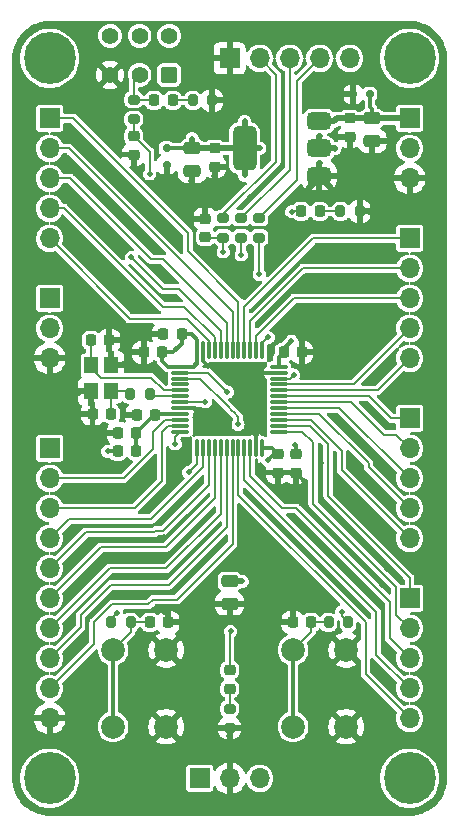
<source format=gbr>
%TF.GenerationSoftware,KiCad,Pcbnew,7.0.10-7.0.10~ubuntu22.04.1*%
%TF.CreationDate,2024-05-26T20:09:48+02:00*%
%TF.ProjectId,hardware,68617264-7761-4726-952e-6b696361645f,rev?*%
%TF.SameCoordinates,Original*%
%TF.FileFunction,Copper,L1,Top*%
%TF.FilePolarity,Positive*%
%FSLAX46Y46*%
G04 Gerber Fmt 4.6, Leading zero omitted, Abs format (unit mm)*
G04 Created by KiCad (PCBNEW 7.0.10-7.0.10~ubuntu22.04.1) date 2024-05-26 20:09:48*
%MOMM*%
%LPD*%
G01*
G04 APERTURE LIST*
G04 Aperture macros list*
%AMRoundRect*
0 Rectangle with rounded corners*
0 $1 Rounding radius*
0 $2 $3 $4 $5 $6 $7 $8 $9 X,Y pos of 4 corners*
0 Add a 4 corners polygon primitive as box body*
4,1,4,$2,$3,$4,$5,$6,$7,$8,$9,$2,$3,0*
0 Add four circle primitives for the rounded corners*
1,1,$1+$1,$2,$3*
1,1,$1+$1,$4,$5*
1,1,$1+$1,$6,$7*
1,1,$1+$1,$8,$9*
0 Add four rect primitives between the rounded corners*
20,1,$1+$1,$2,$3,$4,$5,0*
20,1,$1+$1,$4,$5,$6,$7,0*
20,1,$1+$1,$6,$7,$8,$9,0*
20,1,$1+$1,$8,$9,$2,$3,0*%
G04 Aperture macros list end*
%TA.AperFunction,SMDPad,CuDef*%
%ADD10RoundRect,0.225000X0.225000X0.250000X-0.225000X0.250000X-0.225000X-0.250000X0.225000X-0.250000X0*%
%TD*%
%TA.AperFunction,SMDPad,CuDef*%
%ADD11RoundRect,0.200000X-0.200000X-0.275000X0.200000X-0.275000X0.200000X0.275000X-0.200000X0.275000X0*%
%TD*%
%TA.AperFunction,ComponentPad*%
%ADD12R,1.700000X1.700000*%
%TD*%
%TA.AperFunction,ComponentPad*%
%ADD13O,1.700000X1.700000*%
%TD*%
%TA.AperFunction,SMDPad,CuDef*%
%ADD14RoundRect,0.250000X-0.475000X0.250000X-0.475000X-0.250000X0.475000X-0.250000X0.475000X0.250000X0*%
%TD*%
%TA.AperFunction,ComponentPad*%
%ADD15C,0.700000*%
%TD*%
%TA.AperFunction,ComponentPad*%
%ADD16C,4.400000*%
%TD*%
%TA.AperFunction,SMDPad,CuDef*%
%ADD17RoundRect,0.225000X-0.225000X-0.250000X0.225000X-0.250000X0.225000X0.250000X-0.225000X0.250000X0*%
%TD*%
%TA.AperFunction,SMDPad,CuDef*%
%ADD18RoundRect,0.225000X0.250000X-0.225000X0.250000X0.225000X-0.250000X0.225000X-0.250000X-0.225000X0*%
%TD*%
%TA.AperFunction,SMDPad,CuDef*%
%ADD19RoundRect,0.375000X0.625000X0.375000X-0.625000X0.375000X-0.625000X-0.375000X0.625000X-0.375000X0*%
%TD*%
%TA.AperFunction,SMDPad,CuDef*%
%ADD20RoundRect,0.500000X0.500000X1.400000X-0.500000X1.400000X-0.500000X-1.400000X0.500000X-1.400000X0*%
%TD*%
%TA.AperFunction,SMDPad,CuDef*%
%ADD21RoundRect,0.218750X0.218750X0.256250X-0.218750X0.256250X-0.218750X-0.256250X0.218750X-0.256250X0*%
%TD*%
%TA.AperFunction,SMDPad,CuDef*%
%ADD22RoundRect,0.150000X-0.200000X0.150000X-0.200000X-0.150000X0.200000X-0.150000X0.200000X0.150000X0*%
%TD*%
%TA.AperFunction,SMDPad,CuDef*%
%ADD23RoundRect,0.218750X0.256250X-0.218750X0.256250X0.218750X-0.256250X0.218750X-0.256250X-0.218750X0*%
%TD*%
%TA.AperFunction,SMDPad,CuDef*%
%ADD24RoundRect,0.225000X-0.250000X0.225000X-0.250000X-0.225000X0.250000X-0.225000X0.250000X0.225000X0*%
%TD*%
%TA.AperFunction,SMDPad,CuDef*%
%ADD25RoundRect,0.200000X0.275000X-0.200000X0.275000X0.200000X-0.275000X0.200000X-0.275000X-0.200000X0*%
%TD*%
%TA.AperFunction,ComponentPad*%
%ADD26C,2.000000*%
%TD*%
%TA.AperFunction,SMDPad,CuDef*%
%ADD27RoundRect,0.218750X-0.218750X-0.256250X0.218750X-0.256250X0.218750X0.256250X-0.218750X0.256250X0*%
%TD*%
%TA.AperFunction,ComponentPad*%
%ADD28RoundRect,0.250000X0.450000X0.450000X-0.450000X0.450000X-0.450000X-0.450000X0.450000X-0.450000X0*%
%TD*%
%TA.AperFunction,ComponentPad*%
%ADD29C,1.400000*%
%TD*%
%TA.AperFunction,SMDPad,CuDef*%
%ADD30RoundRect,0.200000X0.200000X0.275000X-0.200000X0.275000X-0.200000X-0.275000X0.200000X-0.275000X0*%
%TD*%
%TA.AperFunction,SMDPad,CuDef*%
%ADD31RoundRect,0.075000X-0.075000X-0.662500X0.075000X-0.662500X0.075000X0.662500X-0.075000X0.662500X0*%
%TD*%
%TA.AperFunction,SMDPad,CuDef*%
%ADD32RoundRect,0.075000X-0.662500X-0.075000X0.662500X-0.075000X0.662500X0.075000X-0.662500X0.075000X0*%
%TD*%
%TA.AperFunction,SMDPad,CuDef*%
%ADD33R,1.200000X1.400000*%
%TD*%
%TA.AperFunction,SMDPad,CuDef*%
%ADD34RoundRect,0.200000X-0.275000X0.200000X-0.275000X-0.200000X0.275000X-0.200000X0.275000X0.200000X0*%
%TD*%
%TA.AperFunction,SMDPad,CuDef*%
%ADD35RoundRect,0.150000X0.150000X0.200000X-0.150000X0.200000X-0.150000X-0.200000X0.150000X-0.200000X0*%
%TD*%
%TA.AperFunction,ViaPad*%
%ADD36C,0.500000*%
%TD*%
%TA.AperFunction,Conductor*%
%ADD37C,0.200000*%
%TD*%
%TA.AperFunction,Conductor*%
%ADD38C,0.300000*%
%TD*%
%TA.AperFunction,Conductor*%
%ADD39C,0.500000*%
%TD*%
G04 APERTURE END LIST*
D10*
%TO.P,C15,1*%
%TO.N,+3V3*%
X135433000Y-103378000D03*
%TO.P,C15,2*%
%TO.N,GND*%
X133883000Y-103378000D03*
%TD*%
D11*
%TO.P,R4,1*%
%TO.N,USER_BTN*%
X147866000Y-127762000D03*
%TO.P,R4,2*%
%TO.N,+3V3*%
X149516000Y-127762000D03*
%TD*%
D12*
%TO.P,J8,1,Pin_1*%
%TO.N,+5V*%
X124244000Y-100330000D03*
D13*
%TO.P,J8,2,Pin_2*%
%TO.N,+3V3*%
X124244000Y-102870000D03*
%TO.P,J8,3,Pin_3*%
%TO.N,GND*%
X124244000Y-105410000D03*
%TD*%
D12*
%TO.P,J2,1,Pin_1*%
%TO.N,USART1_TX*%
X136944000Y-140970000D03*
D13*
%TO.P,J2,2,Pin_2*%
%TO.N,GND*%
X139484000Y-140970000D03*
%TO.P,J2,3,Pin_3*%
%TO.N,USART1_RX*%
X142024000Y-140970000D03*
%TD*%
D14*
%TO.P,C3,1*%
%TO.N,+5V*%
X151549000Y-85090000D03*
%TO.P,C3,2*%
%TO.N,GND*%
X151549000Y-86990000D03*
%TD*%
D10*
%TO.P,C12,1*%
%TO.N,Net-(C12-Pad1)*%
X129426000Y-110109000D03*
%TO.P,C12,2*%
%TO.N,GND*%
X127876000Y-110109000D03*
%TD*%
D15*
%TO.P,H1,1,1*%
%TO.N,unconnected-(H1-Pad1)*%
X153074000Y-80010000D03*
X153557274Y-78843274D03*
X153557274Y-81176726D03*
X154724000Y-78360000D03*
D16*
X154724000Y-80010000D03*
D15*
X154724000Y-81660000D03*
X155890726Y-78843274D03*
X155890726Y-81176726D03*
X156374000Y-80010000D03*
%TD*%
D12*
%TO.P,J3,1,Pin_1*%
%TO.N,+3V3*%
X124244000Y-113030000D03*
D13*
%TO.P,J3,2,Pin_2*%
%TO.N,PA0*%
X124244000Y-115570000D03*
%TO.P,J3,3,Pin_3*%
%TO.N,PA1*%
X124244000Y-118110000D03*
%TO.P,J3,4,Pin_4*%
%TO.N,PA4*%
X124244000Y-120650000D03*
%TO.P,J3,5,Pin_5*%
%TO.N,PA5*%
X124244000Y-123190000D03*
%TO.P,J3,6,Pin_6*%
%TO.N,PA6*%
X124244000Y-125730000D03*
%TO.P,J3,7,Pin_7*%
%TO.N,PA7*%
X124244000Y-128270000D03*
%TO.P,J3,8,Pin_8*%
%TO.N,PB0*%
X124244000Y-130810000D03*
%TO.P,J3,9,Pin_9*%
%TO.N,PB1*%
X124244000Y-133350000D03*
%TO.P,J3,10,Pin_10*%
%TO.N,GND*%
X124244000Y-135890000D03*
%TD*%
D17*
%TO.P,C11,1*%
%TO.N,HSE_IN*%
X127736000Y-103886000D03*
%TO.P,C11,2*%
%TO.N,GND*%
X129286000Y-103886000D03*
%TD*%
%TO.P,C17,1*%
%TO.N,+3V3*%
X144056000Y-104902000D03*
%TO.P,C17,2*%
%TO.N,GND*%
X145606000Y-104902000D03*
%TD*%
D11*
%TO.P,R1,1*%
%TO.N,+3V3*%
X129452000Y-127762000D03*
%TO.P,R1,2*%
%TO.N,NRST*%
X131102000Y-127762000D03*
%TD*%
D18*
%TO.P,C7,1*%
%TO.N,NRST*%
X137414000Y-95136000D03*
%TO.P,C7,2*%
%TO.N,GND*%
X137414000Y-93586000D03*
%TD*%
D15*
%TO.P,H2,1,1*%
%TO.N,unconnected-(H2-Pad1)*%
X122594000Y-80010000D03*
X123077274Y-78843274D03*
X123077274Y-81176726D03*
X124244000Y-78360000D03*
D16*
X124244000Y-80010000D03*
D15*
X124244000Y-81660000D03*
X125410726Y-78843274D03*
X125410726Y-81176726D03*
X125894000Y-80010000D03*
%TD*%
D12*
%TO.P,J4,1,Pin_1*%
%TO.N,PA10*%
X154724000Y-110490000D03*
D13*
%TO.P,J4,2,Pin_2*%
%TO.N,PA9*%
X154724000Y-113030000D03*
%TO.P,J4,3,Pin_3*%
%TO.N,PA8*%
X154724000Y-115570000D03*
%TO.P,J4,4,Pin_4*%
%TO.N,PB15*%
X154724000Y-118110000D03*
%TO.P,J4,5,Pin_5*%
%TO.N,PB14*%
X154724000Y-120650000D03*
%TD*%
D19*
%TO.P,U2,1,GND*%
%TO.N,GND*%
X147054000Y-89930000D03*
%TO.P,U2,2,VO*%
%TO.N,+3V3*%
X147054000Y-87630000D03*
D20*
X140754000Y-87630000D03*
D19*
%TO.P,U2,3,VI*%
%TO.N,+5V*%
X147054000Y-85330000D03*
%TD*%
D10*
%TO.P,C8,1*%
%TO.N,+3.3VA*%
X131585000Y-111760000D03*
%TO.P,C8,2*%
%TO.N,GND*%
X130035000Y-111760000D03*
%TD*%
D12*
%TO.P,J9,1,Pin_1*%
%TO.N,+5V*%
X154724000Y-85090000D03*
D13*
%TO.P,J9,2,Pin_2*%
%TO.N,+3V3*%
X154724000Y-87630000D03*
%TO.P,J9,3,Pin_3*%
%TO.N,GND*%
X154724000Y-90170000D03*
%TD*%
D21*
%TO.P,D5,1,K*%
%TO.N,Net-(D5-K)*%
X134658000Y-83566000D03*
%TO.P,D5,2,A*%
%TO.N,Net-(D5-A)*%
X133083000Y-83566000D03*
%TD*%
D22*
%TO.P,D4,1,A1*%
%TO.N,GND*%
X134150000Y-89030000D03*
%TO.P,D4,2,A2*%
%TO.N,+3V3*%
X134150000Y-87630000D03*
%TD*%
D14*
%TO.P,C18,1*%
%TO.N,+3V3*%
X139484000Y-124272000D03*
%TO.P,C18,2*%
%TO.N,GND*%
X139484000Y-126172000D03*
%TD*%
D23*
%TO.P,D2,1,K*%
%TO.N,Net-(D2-K)*%
X139484000Y-133375500D03*
%TO.P,D2,2,A*%
%TO.N,STATUS_LED*%
X139484000Y-131800500D03*
%TD*%
D24*
%TO.P,C13,1*%
%TO.N,+3V3*%
X145072000Y-113525000D03*
%TO.P,C13,2*%
%TO.N,GND*%
X145072000Y-115075000D03*
%TD*%
D25*
%TO.P,R5,1*%
%TO.N,SWCLK*%
X141986000Y-95186000D03*
%TO.P,R5,2*%
%TO.N,Net-(J1-Pin_4)*%
X141986000Y-93536000D03*
%TD*%
D26*
%TO.P,SW1,1,1*%
%TO.N,NRST*%
X129614000Y-136600000D03*
X129614000Y-130100000D03*
%TO.P,SW1,2,2*%
%TO.N,GND*%
X134114000Y-136600000D03*
X134114000Y-130100000D03*
%TD*%
D12*
%TO.P,J1,1,Pin_1*%
%TO.N,GND*%
X139484000Y-80010000D03*
D13*
%TO.P,J1,2,Pin_2*%
%TO.N,Net-(J1-Pin_2)*%
X142024000Y-80010000D03*
%TO.P,J1,3,Pin_3*%
%TO.N,Net-(J1-Pin_3)*%
X144564000Y-80010000D03*
%TO.P,J1,4,Pin_4*%
%TO.N,Net-(J1-Pin_4)*%
X147104000Y-80010000D03*
%TO.P,J1,5,Pin_5*%
%TO.N,+3V3*%
X149644000Y-80010000D03*
%TD*%
D15*
%TO.P,H4,1,1*%
%TO.N,unconnected-(H4-Pad1)*%
X122594000Y-140970000D03*
X123077274Y-139803274D03*
X123077274Y-142136726D03*
X124244000Y-139320000D03*
D16*
X124244000Y-140970000D03*
D15*
X124244000Y-142620000D03*
X125410726Y-139803274D03*
X125410726Y-142136726D03*
X125894000Y-140970000D03*
%TD*%
D10*
%TO.P,C2,1*%
%TO.N,USER_BTN*%
X146368000Y-127762000D03*
%TO.P,C2,2*%
%TO.N,GND*%
X144818000Y-127762000D03*
%TD*%
D27*
%TO.P,L1,1*%
%TO.N,+3V3*%
X130010000Y-113284000D03*
%TO.P,L1,2*%
%TO.N,+3.3VA*%
X131585000Y-113284000D03*
%TD*%
D28*
%TO.P,SW3,1,A*%
%TO.N,+3V3*%
X134364000Y-81405000D03*
D29*
%TO.P,SW3,2,B*%
%TO.N,Net-(D5-A)*%
X131864000Y-81405000D03*
%TO.P,SW3,3,C*%
%TO.N,GND*%
X129364000Y-81405000D03*
%TO.P,SW3,4*%
%TO.N,N/C*%
X129364000Y-78105000D03*
%TO.P,SW3,5*%
X131864000Y-78105000D03*
%TO.P,SW3,6*%
X134364000Y-78105000D03*
%TD*%
D10*
%TO.P,C14,1*%
%TO.N,+3V3*%
X133750000Y-104900000D03*
%TO.P,C14,2*%
%TO.N,GND*%
X132200000Y-104900000D03*
%TD*%
D25*
%TO.P,R6,1*%
%TO.N,SWDIO*%
X140462000Y-95186000D03*
%TO.P,R6,2*%
%TO.N,Net-(J1-Pin_3)*%
X140462000Y-93536000D03*
%TD*%
D30*
%TO.P,R10,1*%
%TO.N,HSE_OUT*%
X132714000Y-108458000D03*
%TO.P,R10,2*%
%TO.N,Net-(C12-Pad1)*%
X131064000Y-108458000D03*
%TD*%
D11*
%TO.P,R2,1*%
%TO.N,Net-(D1-K)*%
X148856500Y-92964000D03*
%TO.P,R2,2*%
%TO.N,GND*%
X150506500Y-92964000D03*
%TD*%
D12*
%TO.P,J7,1,Pin_1*%
%TO.N,PB5*%
X124244000Y-85090000D03*
D13*
%TO.P,J7,2,Pin_2*%
%TO.N,PB6*%
X124244000Y-87630000D03*
%TO.P,J7,3,Pin_3*%
%TO.N,PB7*%
X124244000Y-90170000D03*
%TO.P,J7,4,Pin_4*%
%TO.N,PB8*%
X124244000Y-92710000D03*
%TO.P,J7,5,Pin_5*%
%TO.N,PB9*%
X124244000Y-95250000D03*
%TD*%
D31*
%TO.P,U1,48,VDD*%
%TO.N,+3V3*%
X136734000Y-104705000D03*
%TO.P,U1,47,VSS*%
%TO.N,GND*%
X137234000Y-104705000D03*
%TO.P,U1,46,PB9*%
%TO.N,PB9*%
X137734000Y-104705000D03*
%TO.P,U1,45,PB8*%
%TO.N,PB8*%
X138234000Y-104705000D03*
%TO.P,U1,44,BOOT0*%
%TO.N,BOOT*%
X138734000Y-104705000D03*
%TO.P,U1,43,PB7*%
%TO.N,PB7*%
X139234000Y-104705000D03*
%TO.P,U1,42,PB6*%
%TO.N,PB6*%
X139734000Y-104705000D03*
%TO.P,U1,41,PB5*%
%TO.N,PB5*%
X140234000Y-104705000D03*
%TO.P,U1,40,PB4*%
%TO.N,PB4*%
X140734000Y-104705000D03*
%TO.P,U1,39,PB3*%
%TO.N,PB3*%
X141234000Y-104705000D03*
%TO.P,U1,38,PA15*%
%TO.N,PA15*%
X141734000Y-104705000D03*
%TO.P,U1,37,PA14*%
%TO.N,SWCLK*%
X142234000Y-104705000D03*
D32*
%TO.P,U1,36,VDD*%
%TO.N,+3V3*%
X143646500Y-106117500D03*
%TO.P,U1,35,VSS*%
%TO.N,GND*%
X143646500Y-106617500D03*
%TO.P,U1,34,PA13*%
%TO.N,SWDIO*%
X143646500Y-107117500D03*
%TO.P,U1,33,PA12*%
%TO.N,PA12*%
X143646500Y-107617500D03*
%TO.P,U1,32,PA11*%
%TO.N,PA11*%
X143646500Y-108117500D03*
%TO.P,U1,31,PA10*%
%TO.N,PA10*%
X143646500Y-108617500D03*
%TO.P,U1,30,PA9*%
%TO.N,PA9*%
X143646500Y-109117500D03*
%TO.P,U1,29,PA8*%
%TO.N,PA8*%
X143646500Y-109617500D03*
%TO.P,U1,28,PB15*%
%TO.N,PB15*%
X143646500Y-110117500D03*
%TO.P,U1,27,PB14*%
%TO.N,PB14*%
X143646500Y-110617500D03*
%TO.P,U1,26,PB13*%
%TO.N,PB13*%
X143646500Y-111117500D03*
%TO.P,U1,25,PB12*%
%TO.N,PB12*%
X143646500Y-111617500D03*
D31*
%TO.P,U1,24,VDD*%
%TO.N,+3V3*%
X142234000Y-113030000D03*
%TO.P,U1,23,VSS*%
%TO.N,GND*%
X141734000Y-113030000D03*
%TO.P,U1,22,PB11*%
%TO.N,PB11*%
X141234000Y-113030000D03*
%TO.P,U1,21,PB10*%
%TO.N,PB10*%
X140734000Y-113030000D03*
%TO.P,U1,20,PB2*%
%TO.N,PB2*%
X140234000Y-113030000D03*
%TO.P,U1,19,PB1*%
%TO.N,PB1*%
X139734000Y-113030000D03*
%TO.P,U1,18,PB0*%
%TO.N,PB0*%
X139234000Y-113030000D03*
%TO.P,U1,17,PA7*%
%TO.N,PA7*%
X138734000Y-113030000D03*
%TO.P,U1,16,PA6*%
%TO.N,PA6*%
X138234000Y-113030000D03*
%TO.P,U1,15,PA5*%
%TO.N,PA5*%
X137734000Y-113030000D03*
%TO.P,U1,14,PA4*%
%TO.N,PA4*%
X137234000Y-113030000D03*
%TO.P,U1,13,PA3*%
%TO.N,USART1_RX*%
X136734000Y-113030000D03*
D32*
%TO.P,U1,12,PA2*%
%TO.N,USART1_TX*%
X135321500Y-111617500D03*
%TO.P,U1,11,PA1*%
%TO.N,PA1*%
X135321500Y-111117500D03*
%TO.P,U1,10,PA0*%
%TO.N,PA0*%
X135321500Y-110617500D03*
%TO.P,U1,9,VDDA*%
%TO.N,+3.3VA*%
X135321500Y-110117500D03*
%TO.P,U1,8,VSSA*%
%TO.N,GND*%
X135321500Y-109617500D03*
%TO.P,U1,7,NRST*%
%TO.N,NRST*%
X135321500Y-109117500D03*
%TO.P,U1,6,PF1*%
%TO.N,HSE_OUT*%
X135321500Y-108617500D03*
%TO.P,U1,5,PF0*%
%TO.N,HSE_IN*%
X135321500Y-108117500D03*
%TO.P,U1,4,PC15*%
%TO.N,unconnected-(U1-PC15-Pad4)*%
X135321500Y-107617500D03*
%TO.P,U1,3,PC14*%
%TO.N,USER_BTN*%
X135321500Y-107117500D03*
%TO.P,U1,2,PC13*%
%TO.N,STATUS_LED*%
X135321500Y-106617500D03*
%TO.P,U1,1,VDD*%
%TO.N,+3V3*%
X135321500Y-106117500D03*
%TD*%
D30*
%TO.P,R8,1*%
%TO.N,GND*%
X138023000Y-83566000D03*
%TO.P,R8,2*%
%TO.N,Net-(D5-K)*%
X136373000Y-83566000D03*
%TD*%
D25*
%TO.P,R7,1*%
%TO.N,NRST*%
X138938000Y-95186000D03*
%TO.P,R7,2*%
%TO.N,Net-(J1-Pin_2)*%
X138938000Y-93536000D03*
%TD*%
D26*
%TO.P,SW2,1,1*%
%TO.N,USER_BTN*%
X144854000Y-136600000D03*
X144854000Y-130100000D03*
%TO.P,SW2,2,2*%
%TO.N,GND*%
X149354000Y-136600000D03*
X149354000Y-130100000D03*
%TD*%
D14*
%TO.P,C5,1*%
%TO.N,+3V3*%
X136309000Y-87630000D03*
%TO.P,C5,2*%
%TO.N,GND*%
X136309000Y-89530000D03*
%TD*%
D33*
%TO.P,Y1,1,1*%
%TO.N,HSE_IN*%
X127762000Y-106004000D03*
%TO.P,Y1,2,2*%
%TO.N,GND*%
X127762000Y-108204000D03*
%TO.P,Y1,3,3*%
%TO.N,Net-(C12-Pad1)*%
X129462000Y-108204000D03*
%TO.P,Y1,4,4*%
%TO.N,GND*%
X129462000Y-106004000D03*
%TD*%
D21*
%TO.P,D1,1,K*%
%TO.N,Net-(D1-K)*%
X147104000Y-92964000D03*
%TO.P,D1,2,A*%
%TO.N,+3V3*%
X145529000Y-92964000D03*
%TD*%
D12*
%TO.P,J5,1,Pin_1*%
%TO.N,PB4*%
X154724000Y-95250000D03*
D13*
%TO.P,J5,2,Pin_2*%
%TO.N,PB3*%
X154724000Y-97790000D03*
%TO.P,J5,3,Pin_3*%
%TO.N,PA15*%
X154724000Y-100330000D03*
%TO.P,J5,4,Pin_4*%
%TO.N,PA12*%
X154724000Y-102870000D03*
%TO.P,J5,5,Pin_5*%
%TO.N,PA11*%
X154724000Y-105410000D03*
%TD*%
D34*
%TO.P,R3,1*%
%TO.N,Net-(D2-K)*%
X139484000Y-135065000D03*
%TO.P,R3,2*%
%TO.N,GND*%
X139484000Y-136715000D03*
%TD*%
D24*
%TO.P,C6,1*%
%TO.N,+3V3*%
X138214000Y-87630000D03*
%TO.P,C6,2*%
%TO.N,GND*%
X138214000Y-89180000D03*
%TD*%
D10*
%TO.P,C9,1*%
%TO.N,+3.3VA*%
X133160000Y-110236000D03*
%TO.P,C9,2*%
%TO.N,GND*%
X131610000Y-110236000D03*
%TD*%
D17*
%TO.P,C1,1*%
%TO.N,NRST*%
X132728000Y-127762000D03*
%TO.P,C1,2*%
%TO.N,GND*%
X134278000Y-127762000D03*
%TD*%
D24*
%TO.P,C16,1*%
%TO.N,+3V3*%
X143548000Y-113525000D03*
%TO.P,C16,2*%
%TO.N,GND*%
X143548000Y-115075000D03*
%TD*%
%TO.P,C4,1*%
%TO.N,+5V*%
X149644000Y-85090000D03*
%TO.P,C4,2*%
%TO.N,GND*%
X149644000Y-86640000D03*
%TD*%
D25*
%TO.P,R9,1*%
%TO.N,BOOT*%
X131356000Y-85153000D03*
%TO.P,R9,2*%
%TO.N,Net-(D5-A)*%
X131356000Y-83503000D03*
%TD*%
D12*
%TO.P,J6,1,Pin_1*%
%TO.N,PB13*%
X154724000Y-125730000D03*
D13*
%TO.P,J6,2,Pin_2*%
%TO.N,PB12*%
X154724000Y-128270000D03*
%TO.P,J6,3,Pin_3*%
%TO.N,PB11*%
X154724000Y-130810000D03*
%TO.P,J6,4,Pin_4*%
%TO.N,PB10*%
X154724000Y-133350000D03*
%TO.P,J6,5,Pin_5*%
%TO.N,PB2*%
X154724000Y-135890000D03*
%TD*%
D24*
%TO.P,C10,1*%
%TO.N,BOOT*%
X131356000Y-86601000D03*
%TO.P,C10,2*%
%TO.N,GND*%
X131356000Y-88151000D03*
%TD*%
D35*
%TO.P,D3,1,A1*%
%TO.N,GND*%
X149960000Y-83058000D03*
%TO.P,D3,2,A2*%
%TO.N,+5V*%
X151360000Y-83058000D03*
%TD*%
D15*
%TO.P,H3,1,1*%
%TO.N,unconnected-(H3-Pad1)*%
X153074000Y-140970000D03*
X153557274Y-139803274D03*
X153557274Y-142136726D03*
X154724000Y-139320000D03*
D16*
X154724000Y-140970000D03*
D15*
X154724000Y-142620000D03*
X155890726Y-139803274D03*
X155890726Y-142136726D03*
X156374000Y-140970000D03*
%TD*%
D36*
%TO.N,GND*%
X133900000Y-126900000D03*
X134500000Y-100350000D03*
X135650000Y-117250000D03*
X133900000Y-120550000D03*
X135750000Y-120600000D03*
X138250000Y-121600000D03*
X150100000Y-124200000D03*
X146100000Y-120000000D03*
X146500000Y-118600000D03*
X152400000Y-124600000D03*
X147200000Y-114250000D03*
X152850000Y-123250000D03*
%TO.N,BOOT*%
X131150000Y-96850000D03*
%TO.N,USER_BTN*%
X140200000Y-111000000D03*
%TO.N,STATUS_LED*%
X139300000Y-108250000D03*
%TO.N,GND*%
X131350000Y-104900000D03*
%TO.N,+3V3*%
X134950000Y-104650000D03*
X144750000Y-93000000D03*
X140750000Y-89925000D03*
X142050000Y-87625000D03*
X140750000Y-85350000D03*
X136300000Y-86800000D03*
X147100000Y-86550000D03*
X148400000Y-87650000D03*
X144700000Y-103950000D03*
X140550000Y-124300000D03*
%TO.N,NRST*%
X137414000Y-109093000D03*
X138938000Y-96393000D03*
%TO.N,GND*%
X151550000Y-87800000D03*
X142750000Y-118650000D03*
X126746000Y-108331000D03*
X130100000Y-95800000D03*
X129286000Y-111760000D03*
X136950000Y-135500000D03*
X148250000Y-96350000D03*
X130429000Y-105918000D03*
X149150000Y-117150000D03*
X148400000Y-89950000D03*
X134050000Y-98450000D03*
X126550000Y-122000000D03*
X130810000Y-110236000D03*
X138350000Y-126200000D03*
X135550000Y-113950000D03*
X152200000Y-132100000D03*
X128550000Y-91450000D03*
X138200000Y-89950000D03*
X126350000Y-86750000D03*
X144050000Y-127750000D03*
X141732000Y-111887000D03*
X146431000Y-104902000D03*
X126100000Y-119950000D03*
X151150000Y-96550000D03*
X126200000Y-91750000D03*
X137414000Y-92837000D03*
X126800000Y-96100000D03*
X139450000Y-137400000D03*
X148100000Y-91000000D03*
X143200000Y-89800000D03*
X131650000Y-123850000D03*
X152650000Y-130000000D03*
X137750000Y-96900000D03*
X134150000Y-89900000D03*
X127127000Y-110109000D03*
X143550000Y-115800000D03*
X136525000Y-109728000D03*
X137668000Y-106045000D03*
X145800000Y-115750000D03*
X140250000Y-98400000D03*
X126150000Y-127550000D03*
X126600000Y-130000000D03*
X146850000Y-99200000D03*
X130700000Y-122350000D03*
X133750000Y-116900000D03*
X131100000Y-91500000D03*
X145800000Y-117100000D03*
X146150000Y-91100000D03*
X146650000Y-122550000D03*
X151750000Y-116350000D03*
X151250000Y-109500000D03*
X141250000Y-91750000D03*
X149050000Y-83100000D03*
X147100000Y-88850000D03*
X127050000Y-116900000D03*
X149650000Y-87400000D03*
X130048000Y-103886000D03*
X138250000Y-138650000D03*
X133096000Y-103378000D03*
X130800000Y-116650000D03*
X131950000Y-94850000D03*
X128150000Y-122950000D03*
X150200000Y-101850000D03*
X152150000Y-106700000D03*
X151250000Y-93000000D03*
X134100000Y-94400000D03*
X149700000Y-111650000D03*
X142240000Y-106553000D03*
X151800000Y-119650000D03*
X130600000Y-99550000D03*
X131350000Y-88900000D03*
X152450000Y-114700000D03*
X138800000Y-83550000D03*
X130600000Y-125500000D03*
X136250000Y-90350000D03*
X148550000Y-105850000D03*
X151550000Y-99150000D03*
%TO.N,+3V3*%
X129921000Y-127000000D03*
X145034000Y-112776000D03*
X142748000Y-114046000D03*
X148971000Y-126873000D03*
X136652000Y-105918000D03*
X129159000Y-113284000D03*
%TO.N,BOOT*%
X132715000Y-89789000D03*
%TO.N,STATUS_LED*%
X139573000Y-128524000D03*
%TO.N,USART1_TX*%
X134874000Y-112649000D03*
%TO.N,USART1_RX*%
X136017000Y-115062000D03*
%TO.N,SWCLK*%
X141986000Y-98298000D03*
X142748000Y-103632000D03*
%TO.N,SWDIO*%
X140462000Y-96647000D03*
X144907000Y-106807000D03*
%TD*%
D37*
%TO.N,PB1*%
X124244000Y-133350000D02*
X128016000Y-129578000D01*
X128016000Y-129578000D02*
X128016000Y-127762000D01*
X129540000Y-126238000D02*
X132587000Y-126238000D01*
X132587000Y-126238000D02*
X133000000Y-125825000D01*
X128016000Y-127762000D02*
X129540000Y-126238000D01*
X139734000Y-121116000D02*
X139734000Y-113030000D01*
X133000000Y-125825000D02*
X135025000Y-125825000D01*
X135025000Y-125825000D02*
X139734000Y-121116000D01*
%TO.N,GND*%
X134278000Y-127278000D02*
X133900000Y-126900000D01*
X134278000Y-127762000D02*
X134278000Y-127278000D01*
%TO.N,PA5*%
X124244000Y-123190000D02*
X127292000Y-120142000D01*
X127292000Y-120142000D02*
X133096000Y-120142000D01*
X133096000Y-120142000D02*
X133238000Y-120000000D01*
X133238000Y-120000000D02*
X133850000Y-120000000D01*
X133850000Y-120000000D02*
X137734000Y-116116000D01*
X137734000Y-116116000D02*
X137734000Y-113030000D01*
%TO.N,PA6*%
X124244000Y-125730000D02*
X128562000Y-121412000D01*
X128562000Y-121412000D02*
X134088000Y-121412000D01*
X134088000Y-121412000D02*
X138234000Y-117266000D01*
X138234000Y-117266000D02*
X138234000Y-113030000D01*
%TO.N,PA7*%
X124244000Y-128270000D02*
X129324000Y-123190000D01*
X129324000Y-123190000D02*
X134110000Y-123190000D01*
X134110000Y-123190000D02*
X138734000Y-118566000D01*
X138734000Y-118566000D02*
X138734000Y-113030000D01*
%TO.N,PB0*%
X124244000Y-130810000D02*
X126873000Y-128181000D01*
X126873000Y-128181000D02*
X126873000Y-127127000D01*
X126873000Y-127127000D02*
X129413000Y-124587000D01*
X129413000Y-124587000D02*
X134313000Y-124587000D01*
X139234000Y-119666000D02*
X139234000Y-113030000D01*
X134313000Y-124587000D02*
X139234000Y-119666000D01*
%TO.N,PB11*%
X154724000Y-130810000D02*
X153035000Y-129121000D01*
X153035000Y-129121000D02*
X153035000Y-126012818D01*
X153035000Y-126012818D02*
X145125682Y-118103500D01*
X145125682Y-118103500D02*
X143953500Y-118103500D01*
X143953500Y-118103500D02*
X141234000Y-115384000D01*
X141234000Y-115384000D02*
X141234000Y-113030000D01*
%TO.N,PB12*%
X143646500Y-111617500D02*
X145653500Y-111617500D01*
X145653500Y-111617500D02*
X146558000Y-112522000D01*
X146558000Y-112522000D02*
X146558000Y-117735818D01*
X146558000Y-117735818D02*
X153574000Y-124751818D01*
X153574000Y-124751818D02*
X153574000Y-127120000D01*
X153574000Y-127120000D02*
X154724000Y-128270000D01*
%TO.N,PB13*%
X143646500Y-111117500D02*
X146296500Y-111117500D01*
X146296500Y-111117500D02*
X147828000Y-112649000D01*
X147828000Y-112649000D02*
X147828000Y-117078000D01*
X147828000Y-117078000D02*
X154724000Y-123974000D01*
X154724000Y-123974000D02*
X154724000Y-125730000D01*
%TO.N,BOOT*%
X133850000Y-99550000D02*
X131150000Y-96850000D01*
X138734000Y-103084000D02*
X137450000Y-101800000D01*
X138734000Y-104705000D02*
X138734000Y-103084000D01*
X135200000Y-99550000D02*
X134300000Y-99550000D01*
X134300000Y-99550000D02*
X133850000Y-99550000D01*
X137450000Y-101800000D02*
X135200000Y-99550000D01*
%TO.N,PB8*%
X138234000Y-104705000D02*
X138234000Y-103634000D01*
X125476000Y-92710000D02*
X124244000Y-92710000D01*
X138234000Y-103634000D02*
X135650000Y-101050000D01*
X135650000Y-101050000D02*
X133816000Y-101050000D01*
X133816000Y-101050000D02*
X125476000Y-92710000D01*
%TO.N,PB9*%
X137734000Y-104705000D02*
X137734000Y-103935090D01*
X137734000Y-103935090D02*
X135848910Y-102050000D01*
X135848910Y-102050000D02*
X131044000Y-102050000D01*
X131044000Y-102050000D02*
X124244000Y-95250000D01*
%TO.N,USER_BTN*%
X140200000Y-110355000D02*
X140200000Y-111000000D01*
X139827000Y-109982000D02*
X140200000Y-110355000D01*
%TO.N,STATUS_LED*%
X137667500Y-106617500D02*
X139300000Y-108250000D01*
X137478500Y-106617500D02*
X137667500Y-106617500D01*
D38*
%TO.N,GND*%
X132200000Y-104900000D02*
X131350000Y-104900000D01*
%TO.N,+3V3*%
X133750000Y-104900000D02*
X134700000Y-104900000D01*
X134700000Y-104900000D02*
X134950000Y-104650000D01*
X135433000Y-103378000D02*
X135433000Y-104167000D01*
X135433000Y-104167000D02*
X134950000Y-104650000D01*
X133750000Y-104900000D02*
X133750000Y-105600000D01*
X133750000Y-105600000D02*
X134267500Y-106117500D01*
X134267500Y-106117500D02*
X135321500Y-106117500D01*
X135321500Y-106117500D02*
X136452500Y-106117500D01*
X136452500Y-106117500D02*
X136652000Y-105918000D01*
X136734000Y-104705000D02*
X136734000Y-105836000D01*
X136734000Y-105836000D02*
X136652000Y-105918000D01*
D37*
%TO.N,GND*%
X139484000Y-136715000D02*
X139484000Y-137366000D01*
X139484000Y-137366000D02*
X139450000Y-137400000D01*
%TO.N,Net-(D2-K)*%
X139484000Y-133375500D02*
X139484000Y-135065000D01*
%TO.N,+3V3*%
X129452000Y-127762000D02*
X129452000Y-127469000D01*
X129452000Y-127469000D02*
X129921000Y-127000000D01*
%TO.N,NRST*%
X131102000Y-127762000D02*
X131102000Y-128612000D01*
X131102000Y-128612000D02*
X129614000Y-130100000D01*
X131102000Y-127762000D02*
X132728000Y-127762000D01*
%TO.N,USER_BTN*%
X146368000Y-127762000D02*
X146368000Y-128586000D01*
X146368000Y-128586000D02*
X144854000Y-130100000D01*
X147866000Y-127762000D02*
X146368000Y-127762000D01*
%TO.N,+3V3*%
X148971000Y-126873000D02*
X148971000Y-127217000D01*
X148971000Y-127217000D02*
X149516000Y-127762000D01*
%TO.N,GND*%
X144050000Y-127750000D02*
X144806000Y-127750000D01*
X144806000Y-127750000D02*
X144818000Y-127762000D01*
D39*
X139484000Y-126172000D02*
X138378000Y-126172000D01*
X138378000Y-126172000D02*
X138350000Y-126200000D01*
%TO.N,+3V3*%
X139484000Y-124272000D02*
X140522000Y-124272000D01*
X140522000Y-124272000D02*
X140550000Y-124300000D01*
D38*
%TO.N,GND*%
X145072000Y-115075000D02*
X145125000Y-115075000D01*
X145125000Y-115075000D02*
X145800000Y-115750000D01*
X143548000Y-115075000D02*
X143548000Y-115798000D01*
X143548000Y-115798000D02*
X143550000Y-115800000D01*
%TO.N,+3V3*%
X143548000Y-113525000D02*
X143269000Y-113525000D01*
X143269000Y-113525000D02*
X142748000Y-114046000D01*
X145072000Y-113525000D02*
X145072000Y-112814000D01*
X145072000Y-112814000D02*
X145034000Y-112776000D01*
%TO.N,GND*%
X129286000Y-103886000D02*
X130048000Y-103886000D01*
X129462000Y-106004000D02*
X130343000Y-106004000D01*
X130343000Y-106004000D02*
X130429000Y-105918000D01*
X127762000Y-108204000D02*
X126873000Y-108204000D01*
X126873000Y-108204000D02*
X126746000Y-108331000D01*
X127876000Y-110109000D02*
X127127000Y-110109000D01*
X131610000Y-110236000D02*
X130810000Y-110236000D01*
%TO.N,+3V3*%
X130010000Y-113284000D02*
X129159000Y-113284000D01*
%TO.N,GND*%
X130035000Y-111760000D02*
X129286000Y-111760000D01*
X135321500Y-109617500D02*
X136414500Y-109617500D01*
X136414500Y-109617500D02*
X136525000Y-109728000D01*
X141734000Y-113030000D02*
X141734000Y-111889000D01*
X141734000Y-111889000D02*
X141732000Y-111887000D01*
X143646500Y-106617500D02*
X142304500Y-106617500D01*
X142304500Y-106617500D02*
X142240000Y-106553000D01*
X137234000Y-104705000D02*
X137234000Y-105611000D01*
X137234000Y-105611000D02*
X137668000Y-106045000D01*
X133883000Y-103378000D02*
X133096000Y-103378000D01*
X145606000Y-104902000D02*
X146431000Y-104902000D01*
%TO.N,+3V3*%
X144056000Y-104902000D02*
X144056000Y-104594000D01*
X144056000Y-104594000D02*
X144700000Y-103950000D01*
D37*
%TO.N,GND*%
X131356000Y-88151000D02*
X131356000Y-88894000D01*
X131356000Y-88894000D02*
X131350000Y-88900000D01*
X137414000Y-93586000D02*
X137414000Y-92837000D01*
X150506500Y-92964000D02*
X151214000Y-92964000D01*
X151214000Y-92964000D02*
X151250000Y-93000000D01*
%TO.N,Net-(D1-K)*%
X147104000Y-92964000D02*
X148856500Y-92964000D01*
%TO.N,+3V3*%
X145529000Y-92964000D02*
X144786000Y-92964000D01*
X144786000Y-92964000D02*
X144750000Y-93000000D01*
%TO.N,BOOT*%
X131356000Y-85153000D02*
X131356000Y-86601000D01*
%TO.N,GND*%
X138023000Y-83566000D02*
X138784000Y-83566000D01*
X138784000Y-83566000D02*
X138800000Y-83550000D01*
%TO.N,Net-(D5-K)*%
X134658000Y-83566000D02*
X136373000Y-83566000D01*
%TO.N,Net-(D5-A)*%
X133083000Y-83566000D02*
X131419000Y-83566000D01*
X131419000Y-83566000D02*
X131356000Y-83503000D01*
X131356000Y-83503000D02*
X131356000Y-81913000D01*
X131356000Y-81913000D02*
X131864000Y-81405000D01*
D39*
%TO.N,+3V3*%
X136309000Y-87630000D02*
X136309000Y-86809000D01*
X136309000Y-86809000D02*
X136300000Y-86800000D01*
%TO.N,GND*%
X147054000Y-89930000D02*
X147054000Y-90196000D01*
X147054000Y-90196000D02*
X146150000Y-91100000D01*
X147054000Y-89930000D02*
X147054000Y-89954000D01*
X147054000Y-89954000D02*
X148100000Y-91000000D01*
X147054000Y-89930000D02*
X148380000Y-89930000D01*
X148380000Y-89930000D02*
X148400000Y-89950000D01*
X147054000Y-89930000D02*
X147054000Y-88896000D01*
X147054000Y-88896000D02*
X147100000Y-88850000D01*
X138214000Y-89180000D02*
X138214000Y-89936000D01*
X138214000Y-89936000D02*
X138200000Y-89950000D01*
X136309000Y-89530000D02*
X136309000Y-90291000D01*
X136309000Y-90291000D02*
X136250000Y-90350000D01*
%TO.N,+3V3*%
X140754000Y-89921000D02*
X140750000Y-89925000D01*
X140754000Y-87630000D02*
X140754000Y-89921000D01*
X142045000Y-87630000D02*
X142050000Y-87625000D01*
X140754000Y-87630000D02*
X142045000Y-87630000D01*
X140754000Y-85354000D02*
X140750000Y-85350000D01*
X140754000Y-87630000D02*
X140754000Y-85354000D01*
%TO.N,GND*%
X151549000Y-86990000D02*
X151549000Y-87799000D01*
X151549000Y-87799000D02*
X151550000Y-87800000D01*
X149644000Y-86640000D02*
X149644000Y-87394000D01*
X149644000Y-87394000D02*
X149650000Y-87400000D01*
D38*
X149960000Y-83058000D02*
X149092000Y-83058000D01*
X149092000Y-83058000D02*
X149050000Y-83100000D01*
%TO.N,+5V*%
X151360000Y-83058000D02*
X151360000Y-84110000D01*
X151360000Y-84110000D02*
X151549000Y-84299000D01*
X151549000Y-84299000D02*
X151549000Y-85090000D01*
%TO.N,GND*%
X134150000Y-89030000D02*
X134150000Y-89900000D01*
%TO.N,+3V3*%
X136309000Y-87630000D02*
X134150000Y-87630000D01*
D39*
X136309000Y-87630000D02*
X138214000Y-87630000D01*
X138214000Y-87630000D02*
X140754000Y-87630000D01*
X147054000Y-87630000D02*
X147054000Y-86596000D01*
X147054000Y-86596000D02*
X147100000Y-86550000D01*
X147054000Y-87630000D02*
X148380000Y-87630000D01*
X148380000Y-87630000D02*
X148400000Y-87650000D01*
%TO.N,+5V*%
X147054000Y-85330000D02*
X148320000Y-85330000D01*
X148320000Y-85330000D02*
X148560000Y-85090000D01*
X148560000Y-85090000D02*
X149644000Y-85090000D01*
X151549000Y-85090000D02*
X149644000Y-85090000D01*
X154724000Y-85090000D02*
X151549000Y-85090000D01*
D38*
%TO.N,NRST*%
X129614000Y-136600000D02*
X129614000Y-130100000D01*
D37*
X137414000Y-109093000D02*
X137389500Y-109117500D01*
X138938000Y-95186000D02*
X137464000Y-95186000D01*
X137389500Y-109117500D02*
X135321500Y-109117500D01*
X138938000Y-95186000D02*
X138938000Y-96393000D01*
X137464000Y-95186000D02*
X137414000Y-95136000D01*
%TO.N,USER_BTN*%
X139700000Y-109855000D02*
X139827000Y-109982000D01*
X136962500Y-107117500D02*
X139319000Y-109474000D01*
X135321500Y-107117500D02*
X136962500Y-107117500D01*
D38*
X144854000Y-136600000D02*
X144854000Y-130100000D01*
D37*
X139319000Y-109474000D02*
X139700000Y-109855000D01*
D38*
%TO.N,+3V3*%
X143646500Y-106117500D02*
X143646500Y-105311500D01*
X142234000Y-113030000D02*
X143053000Y-113030000D01*
X143053000Y-113030000D02*
X143548000Y-113525000D01*
X143646500Y-105311500D02*
X144056000Y-104902000D01*
X136271000Y-103378000D02*
X135433000Y-103378000D01*
X136734000Y-104705000D02*
X136734000Y-103841000D01*
X136734000Y-103841000D02*
X136271000Y-103378000D01*
%TO.N,+3.3VA*%
X133109000Y-110236000D02*
X131585000Y-111760000D01*
X131585000Y-113284000D02*
X131585000Y-111760000D01*
X133278500Y-110117500D02*
X133160000Y-110236000D01*
X135321500Y-110117500D02*
X133278500Y-110117500D01*
X133160000Y-110236000D02*
X133109000Y-110236000D01*
D37*
%TO.N,BOOT*%
X132715000Y-87960000D02*
X132715000Y-89789000D01*
X131356000Y-86601000D02*
X132715000Y-87960000D01*
%TO.N,HSE_IN*%
X127736000Y-103886000D02*
X127736000Y-105978000D01*
X132842000Y-107061000D02*
X128619000Y-107061000D01*
X133898500Y-108117500D02*
X132842000Y-107061000D01*
X127736000Y-105978000D02*
X127762000Y-106004000D01*
X128619000Y-107061000D02*
X127762000Y-106204000D01*
X135321500Y-108117500D02*
X133898500Y-108117500D01*
X127762000Y-106204000D02*
X127762000Y-106004000D01*
%TO.N,Net-(C12-Pad1)*%
X129462000Y-108204000D02*
X130810000Y-108204000D01*
X129426000Y-110109000D02*
X129426000Y-108240000D01*
X130810000Y-108204000D02*
X131064000Y-108458000D01*
X129426000Y-108240000D02*
X129462000Y-108204000D01*
%TO.N,STATUS_LED*%
X135321500Y-106617500D02*
X137478500Y-106617500D01*
X139484000Y-128613000D02*
X139484000Y-131800500D01*
X139573000Y-128524000D02*
X139484000Y-128613000D01*
%TO.N,Net-(J1-Pin_2)*%
X138938000Y-93218000D02*
X143408400Y-88747600D01*
X143408400Y-88747600D02*
X143408400Y-81394400D01*
X143408400Y-81394400D02*
X142024000Y-80010000D01*
X138938000Y-93536000D02*
X138938000Y-93218000D01*
%TO.N,Net-(J1-Pin_3)*%
X144564000Y-80010000D02*
X144564000Y-89434000D01*
X144564000Y-89434000D02*
X140462000Y-93536000D01*
%TO.N,Net-(J1-Pin_4)*%
X145186400Y-90335600D02*
X141986000Y-93536000D01*
X147104000Y-80010000D02*
X145186400Y-81927600D01*
X145186400Y-81927600D02*
X145186400Y-90335600D01*
%TO.N,USART1_TX*%
X134874000Y-112065000D02*
X135321500Y-111617500D01*
X134874000Y-112649000D02*
X134874000Y-112065000D01*
%TO.N,USART1_RX*%
X136734000Y-114345000D02*
X136017000Y-115062000D01*
X136734000Y-113030000D02*
X136734000Y-114345000D01*
%TO.N,PA0*%
X134002196Y-110617500D02*
X132969000Y-111650696D01*
X132969000Y-111650696D02*
X132969000Y-113114686D01*
X135321500Y-110617500D02*
X134002196Y-110617500D01*
X130513686Y-115570000D02*
X124244000Y-115570000D01*
X132969000Y-113114686D02*
X130513686Y-115570000D01*
%TO.N,PA1*%
X133731000Y-115824000D02*
X133731000Y-111633000D01*
X133731000Y-111633000D02*
X134246500Y-111117500D01*
X124244000Y-118110000D02*
X131445000Y-118110000D01*
X131445000Y-118110000D02*
X133731000Y-115824000D01*
X134246500Y-111117500D02*
X135321500Y-111117500D01*
%TO.N,PA4*%
X124244000Y-120650000D02*
X125895000Y-118999000D01*
X125895000Y-118999000D02*
X132857818Y-118999000D01*
X132857818Y-118999000D02*
X137234000Y-114622818D01*
X137234000Y-114622818D02*
X137234000Y-113030000D01*
%TO.N,PA8*%
X154724000Y-115570000D02*
X148771500Y-109617500D01*
X148771500Y-109617500D02*
X143646500Y-109617500D01*
%TO.N,PA9*%
X149757500Y-109117500D02*
X152527000Y-111887000D01*
X143646500Y-109117500D02*
X149757500Y-109117500D01*
X153581000Y-111887000D02*
X154724000Y-113030000D01*
X152527000Y-111887000D02*
X153581000Y-111887000D01*
%TO.N,PA10*%
X154724000Y-110490000D02*
X153162000Y-110490000D01*
X153162000Y-110490000D02*
X151289500Y-108617500D01*
X151289500Y-108617500D02*
X143646500Y-108617500D01*
%TO.N,PA11*%
X152016500Y-108117500D02*
X154724000Y-105410000D01*
X143646500Y-108117500D02*
X152016500Y-108117500D01*
%TO.N,PA12*%
X149976500Y-107617500D02*
X154724000Y-102870000D01*
X143646500Y-107617500D02*
X149976500Y-107617500D01*
%TO.N,PA15*%
X141734000Y-104705000D02*
X141734000Y-103503000D01*
X141734000Y-103503000D02*
X144907000Y-100330000D01*
X144907000Y-100330000D02*
X154724000Y-100330000D01*
%TO.N,PB2*%
X151003000Y-127762000D02*
X151003000Y-132169000D01*
X140234000Y-113030000D02*
X140234000Y-116993000D01*
X151003000Y-132169000D02*
X154724000Y-135890000D01*
X140234000Y-116993000D02*
X151003000Y-127762000D01*
%TO.N,PB3*%
X141234000Y-104705000D02*
X141234000Y-102225000D01*
X145669000Y-97790000D02*
X154724000Y-97790000D01*
X141234000Y-102225000D02*
X145669000Y-97790000D01*
%TO.N,PB4*%
X140734000Y-104705000D02*
X140734000Y-101074000D01*
X140734000Y-101074000D02*
X146558000Y-95250000D01*
X146558000Y-95250000D02*
X154724000Y-95250000D01*
%TO.N,PB5*%
X140234000Y-100610000D02*
X140234000Y-104705000D01*
X135953500Y-94805500D02*
X135953500Y-96329500D01*
X135953500Y-96329500D02*
X140234000Y-100610000D01*
X126238000Y-85090000D02*
X135953500Y-94805500D01*
X124244000Y-85090000D02*
X126238000Y-85090000D01*
%TO.N,PB6*%
X125857000Y-87630000D02*
X124244000Y-87630000D01*
X139734000Y-104705000D02*
X139734000Y-101507000D01*
X139734000Y-101507000D02*
X125857000Y-87630000D01*
%TO.N,PB7*%
X132842000Y-97028000D02*
X133858000Y-97028000D01*
X124244000Y-90170000D02*
X125984000Y-90170000D01*
X139234000Y-102404000D02*
X139234000Y-104705000D01*
X133858000Y-97028000D02*
X139234000Y-102404000D01*
X125984000Y-90170000D02*
X132842000Y-97028000D01*
%TO.N,PB10*%
X151892000Y-126873000D02*
X151892000Y-130518000D01*
X140734000Y-113030000D02*
X140734000Y-115715000D01*
X151892000Y-130518000D02*
X154724000Y-133350000D01*
X140734000Y-115715000D02*
X151892000Y-126873000D01*
%TO.N,PB14*%
X148971000Y-114897000D02*
X148971000Y-113226314D01*
X148971000Y-113226314D02*
X146362186Y-110617500D01*
X146362186Y-110617500D02*
X143646500Y-110617500D01*
X154724000Y-120650000D02*
X148971000Y-114897000D01*
%TO.N,PB15*%
X151257000Y-114643000D02*
X154724000Y-118110000D01*
X147074500Y-110117500D02*
X151257000Y-114300000D01*
X143646500Y-110117500D02*
X147074500Y-110117500D01*
X151257000Y-114300000D02*
X151257000Y-114643000D01*
%TO.N,SWCLK*%
X142234000Y-104705000D02*
X142234000Y-104146000D01*
X141986000Y-95186000D02*
X141986000Y-98298000D01*
X142234000Y-104146000D02*
X142748000Y-103632000D01*
%TO.N,SWDIO*%
X140462000Y-95186000D02*
X140462000Y-96647000D01*
X144596500Y-107117500D02*
X143646500Y-107117500D01*
X144907000Y-106807000D02*
X144596500Y-107117500D01*
%TO.N,HSE_OUT*%
X132714000Y-108458000D02*
X132873500Y-108617500D01*
X132873500Y-108617500D02*
X135321500Y-108617500D01*
%TD*%
%TA.AperFunction,Conductor*%
%TO.N,GND*%
G36*
X151608703Y-130801542D02*
G01*
X151615181Y-130807574D01*
X153615805Y-132808198D01*
X153649290Y-132869521D01*
X153647390Y-132929813D01*
X153588244Y-133137687D01*
X153568571Y-133349999D01*
X153568571Y-133350000D01*
X153588244Y-133562310D01*
X153646596Y-133767392D01*
X153646596Y-133767394D01*
X153741632Y-133958253D01*
X153846331Y-134096895D01*
X153871023Y-134162256D01*
X153863339Y-134198303D01*
X153881954Y-134191361D01*
X153950227Y-134206213D01*
X153974336Y-134223406D01*
X154027698Y-134272052D01*
X154208981Y-134384298D01*
X154407802Y-134461321D01*
X154604613Y-134498111D01*
X154666893Y-134529779D01*
X154702166Y-134590092D01*
X154699232Y-134659900D01*
X154659023Y-134717040D01*
X154604613Y-134741888D01*
X154407802Y-134778679D01*
X154407797Y-134778680D01*
X154318280Y-134813359D01*
X154248657Y-134819221D01*
X154186917Y-134786510D01*
X154185806Y-134785413D01*
X153803119Y-134402726D01*
X153769634Y-134341403D01*
X153773474Y-134287701D01*
X153739051Y-134295342D01*
X153673485Y-134271201D01*
X153659696Y-134259303D01*
X151439819Y-132039426D01*
X151406334Y-131978103D01*
X151403500Y-131951745D01*
X151403500Y-130895255D01*
X151423185Y-130828216D01*
X151475989Y-130782461D01*
X151545147Y-130772517D01*
X151608703Y-130801542D01*
G37*
%TD.AperFunction*%
%TA.AperFunction,Conductor*%
G36*
X144975466Y-118523685D02*
G01*
X144996108Y-118540319D01*
X152598181Y-126142392D01*
X152631666Y-126203715D01*
X152634500Y-126230073D01*
X152634500Y-129184429D01*
X152634501Y-129184439D01*
X152641346Y-129205507D01*
X152645887Y-129224418D01*
X152649354Y-129246304D01*
X152649355Y-129246307D01*
X152659412Y-129266045D01*
X152666857Y-129284018D01*
X152673704Y-129305090D01*
X152686726Y-129323014D01*
X152696890Y-129339600D01*
X152706949Y-129359340D01*
X152706950Y-129359342D01*
X152726390Y-129378782D01*
X152726419Y-129378813D01*
X153615805Y-130268198D01*
X153649290Y-130329521D01*
X153647390Y-130389813D01*
X153588244Y-130597687D01*
X153573877Y-130752734D01*
X153568571Y-130810000D01*
X153588244Y-131022310D01*
X153641969Y-131211132D01*
X153646596Y-131227392D01*
X153646596Y-131227394D01*
X153741632Y-131418253D01*
X153846331Y-131556895D01*
X153871023Y-131622256D01*
X153863339Y-131658303D01*
X153881954Y-131651361D01*
X153950227Y-131666213D01*
X153974336Y-131683406D01*
X154027698Y-131732052D01*
X154208981Y-131844298D01*
X154407802Y-131921321D01*
X154604613Y-131958111D01*
X154666893Y-131989779D01*
X154702166Y-132050092D01*
X154699232Y-132119900D01*
X154659023Y-132177040D01*
X154604613Y-132201888D01*
X154441183Y-132232439D01*
X154407797Y-132238680D01*
X154318280Y-132273359D01*
X154248657Y-132279221D01*
X154186917Y-132246510D01*
X154185806Y-132245413D01*
X153803119Y-131862726D01*
X153769634Y-131801403D01*
X153773474Y-131747701D01*
X153739051Y-131755342D01*
X153673485Y-131731201D01*
X153659696Y-131719303D01*
X152328819Y-130388426D01*
X152295334Y-130327103D01*
X152292500Y-130300745D01*
X152292500Y-126809568D01*
X152292500Y-126809567D01*
X152285652Y-126788491D01*
X152281111Y-126769578D01*
X152277646Y-126747696D01*
X152267588Y-126727958D01*
X152260140Y-126709976D01*
X152253296Y-126688910D01*
X152240271Y-126670982D01*
X152230106Y-126654394D01*
X152220049Y-126634656D01*
X152201825Y-126616433D01*
X152201807Y-126616413D01*
X144301074Y-118715681D01*
X144267589Y-118654358D01*
X144272573Y-118584666D01*
X144314445Y-118528733D01*
X144379909Y-118504316D01*
X144388755Y-118504000D01*
X144908427Y-118504000D01*
X144975466Y-118523685D01*
G37*
%TD.AperFunction*%
%TA.AperFunction,Conductor*%
G36*
X139252834Y-120316073D02*
G01*
X139308767Y-120357945D01*
X139333184Y-120423409D01*
X139333500Y-120432255D01*
X139333500Y-120898745D01*
X139313815Y-120965784D01*
X139297181Y-120986426D01*
X134895426Y-125388181D01*
X134834103Y-125421666D01*
X134807745Y-125424500D01*
X132963370Y-125424500D01*
X132963346Y-125424501D01*
X132936564Y-125424501D01*
X132915499Y-125431346D01*
X132896582Y-125435887D01*
X132874700Y-125439352D01*
X132874695Y-125439354D01*
X132854950Y-125449414D01*
X132836986Y-125456855D01*
X132815907Y-125463705D01*
X132797984Y-125476727D01*
X132781399Y-125486890D01*
X132761659Y-125496948D01*
X132750376Y-125508232D01*
X132739091Y-125519517D01*
X132457426Y-125801181D01*
X132396103Y-125834666D01*
X132369745Y-125837500D01*
X129503370Y-125837500D01*
X129503346Y-125837501D01*
X129476564Y-125837501D01*
X129455499Y-125844346D01*
X129436582Y-125848887D01*
X129414700Y-125852352D01*
X129414695Y-125852354D01*
X129394950Y-125862414D01*
X129376986Y-125869855D01*
X129355907Y-125876705D01*
X129337984Y-125889727D01*
X129321399Y-125899890D01*
X129301659Y-125909948D01*
X129290376Y-125921232D01*
X129279091Y-125932517D01*
X127710516Y-127501091D01*
X127710513Y-127501093D01*
X127710513Y-127501094D01*
X127699231Y-127512376D01*
X127687948Y-127523659D01*
X127687948Y-127523660D01*
X127677891Y-127543397D01*
X127667731Y-127559977D01*
X127654706Y-127577905D01*
X127654703Y-127577910D01*
X127647854Y-127598988D01*
X127640413Y-127616952D01*
X127630354Y-127636695D01*
X127626887Y-127658582D01*
X127622347Y-127677491D01*
X127615500Y-127698567D01*
X127615500Y-129360744D01*
X127595815Y-129427783D01*
X127579181Y-129448425D01*
X125308306Y-131719300D01*
X125246983Y-131752785D01*
X125193779Y-131748980D01*
X125201151Y-131771929D01*
X125183162Y-131839443D01*
X125164871Y-131862735D01*
X124782193Y-132245412D01*
X124720870Y-132278897D01*
X124651178Y-132273913D01*
X124649719Y-132273358D01*
X124560203Y-132238680D01*
X124560198Y-132238679D01*
X124363385Y-132201888D01*
X124301106Y-132170221D01*
X124265833Y-132109908D01*
X124268767Y-132040100D01*
X124308976Y-131982960D01*
X124363384Y-131958111D01*
X124560198Y-131921321D01*
X124759019Y-131844298D01*
X124940302Y-131732052D01*
X124993652Y-131683416D01*
X125056455Y-131652800D01*
X125103619Y-131658371D01*
X125096941Y-131640465D01*
X125111793Y-131572192D01*
X125121671Y-131556892D01*
X125133599Y-131541097D01*
X125226366Y-131418255D01*
X125255345Y-131360057D01*
X125321403Y-131227394D01*
X125321403Y-131227393D01*
X125321405Y-131227389D01*
X125379756Y-131022310D01*
X125399429Y-130810000D01*
X125379756Y-130597690D01*
X125321405Y-130392611D01*
X125320609Y-130389813D01*
X125321195Y-130319946D01*
X125352192Y-130268199D01*
X127178483Y-128441909D01*
X127201050Y-128419342D01*
X127211109Y-128399597D01*
X127221271Y-128383014D01*
X127234296Y-128365090D01*
X127241141Y-128344022D01*
X127248586Y-128326045D01*
X127258646Y-128306304D01*
X127262112Y-128284415D01*
X127266652Y-128265501D01*
X127273499Y-128244433D01*
X127273499Y-128217654D01*
X127273500Y-128217629D01*
X127273500Y-127344254D01*
X127293185Y-127277215D01*
X127309819Y-127256573D01*
X129542573Y-125023819D01*
X129603896Y-124990334D01*
X129630254Y-124987500D01*
X134376431Y-124987500D01*
X134376433Y-124987500D01*
X134397501Y-124980654D01*
X134416417Y-124976112D01*
X134438304Y-124972646D01*
X134458044Y-124962586D01*
X134476011Y-124955144D01*
X134497090Y-124948296D01*
X134515026Y-124935263D01*
X134531588Y-124925114D01*
X134551342Y-124915050D01*
X134566834Y-124899557D01*
X134566841Y-124899552D01*
X139121819Y-120344574D01*
X139183142Y-120311089D01*
X139252834Y-120316073D01*
G37*
%TD.AperFunction*%
%TA.AperFunction,Conductor*%
G36*
X150421701Y-127747541D02*
G01*
X150428180Y-127753573D01*
X150566181Y-127891574D01*
X150599666Y-127952897D01*
X150602500Y-127979255D01*
X150602500Y-129153690D01*
X150582815Y-129220729D01*
X150566181Y-129241371D01*
X149879929Y-129927622D01*
X149877116Y-129914085D01*
X149807558Y-129779844D01*
X149704362Y-129669348D01*
X149575181Y-129590791D01*
X149523997Y-129576450D01*
X150224057Y-128876390D01*
X150224056Y-128876389D01*
X150177229Y-128839943D01*
X149958614Y-128721635D01*
X149958605Y-128721631D01*
X149949765Y-128718596D01*
X149892751Y-128678208D01*
X149866623Y-128613408D01*
X149879676Y-128544768D01*
X149927767Y-128494082D01*
X149946693Y-128485136D01*
X149958331Y-128480796D01*
X150073546Y-128394546D01*
X150159796Y-128279331D01*
X150210091Y-128144483D01*
X150216500Y-128084873D01*
X150216499Y-127841253D01*
X150236183Y-127774215D01*
X150288987Y-127728460D01*
X150358146Y-127718516D01*
X150421701Y-127747541D01*
G37*
%TD.AperFunction*%
%TA.AperFunction,Conductor*%
G36*
X138752834Y-119216073D02*
G01*
X138808767Y-119257945D01*
X138833184Y-119323409D01*
X138833500Y-119332255D01*
X138833500Y-119448745D01*
X138813815Y-119515784D01*
X138797181Y-119536426D01*
X134183426Y-124150181D01*
X134122103Y-124183666D01*
X134095745Y-124186500D01*
X129376370Y-124186500D01*
X129376346Y-124186501D01*
X129349564Y-124186501D01*
X129328499Y-124193346D01*
X129309582Y-124197887D01*
X129287700Y-124201352D01*
X129287695Y-124201354D01*
X129267950Y-124211414D01*
X129249986Y-124218855D01*
X129228907Y-124225705D01*
X129210984Y-124238727D01*
X129194399Y-124248890D01*
X129174659Y-124258948D01*
X129163376Y-124270232D01*
X129152091Y-124281517D01*
X126567516Y-126866091D01*
X126567513Y-126866093D01*
X126567513Y-126866094D01*
X126556231Y-126877376D01*
X126544948Y-126888659D01*
X126544948Y-126888660D01*
X126534891Y-126908397D01*
X126524731Y-126924977D01*
X126511706Y-126942905D01*
X126511703Y-126942910D01*
X126504854Y-126963988D01*
X126497413Y-126981952D01*
X126487354Y-127001695D01*
X126483887Y-127023582D01*
X126479347Y-127042491D01*
X126472500Y-127063567D01*
X126472500Y-127963744D01*
X126452815Y-128030783D01*
X126436181Y-128051425D01*
X125308305Y-129179300D01*
X125246982Y-129212785D01*
X125193780Y-129208980D01*
X125201152Y-129231928D01*
X125183163Y-129299442D01*
X125164872Y-129322734D01*
X124782193Y-129705412D01*
X124720870Y-129738897D01*
X124651178Y-129733913D01*
X124649719Y-129733358D01*
X124560203Y-129698680D01*
X124560198Y-129698679D01*
X124363385Y-129661888D01*
X124301106Y-129630221D01*
X124265833Y-129569908D01*
X124268767Y-129500100D01*
X124308976Y-129442960D01*
X124363384Y-129418111D01*
X124560198Y-129381321D01*
X124759019Y-129304298D01*
X124940302Y-129192052D01*
X124993653Y-129143415D01*
X125056456Y-129112799D01*
X125103618Y-129118370D01*
X125096940Y-129100465D01*
X125111792Y-129032192D01*
X125121665Y-129016900D01*
X125226366Y-128878255D01*
X125299670Y-128731040D01*
X125321403Y-128687394D01*
X125321403Y-128687393D01*
X125321405Y-128687389D01*
X125379756Y-128482310D01*
X125399429Y-128270000D01*
X125379756Y-128057690D01*
X125321405Y-127852611D01*
X125320609Y-127849813D01*
X125321195Y-127779946D01*
X125352192Y-127728199D01*
X129453574Y-123626819D01*
X129514897Y-123593334D01*
X129541255Y-123590500D01*
X134173431Y-123590500D01*
X134173433Y-123590500D01*
X134194501Y-123583654D01*
X134213417Y-123579112D01*
X134235304Y-123575646D01*
X134255044Y-123565586D01*
X134273011Y-123558144D01*
X134294090Y-123551296D01*
X134312026Y-123538263D01*
X134328588Y-123528114D01*
X134348342Y-123518050D01*
X134363834Y-123502557D01*
X134363841Y-123502552D01*
X138621819Y-119244574D01*
X138683142Y-119211089D01*
X138752834Y-119216073D01*
G37*
%TD.AperFunction*%
%TA.AperFunction,Conductor*%
G36*
X140839703Y-116387542D02*
G01*
X140846181Y-116393574D01*
X151455181Y-127002574D01*
X151488666Y-127063897D01*
X151491500Y-127090255D01*
X151491500Y-127384744D01*
X151471815Y-127451783D01*
X151419011Y-127497538D01*
X151349853Y-127507482D01*
X151286297Y-127478457D01*
X151279819Y-127472425D01*
X140670819Y-116863425D01*
X140637334Y-116802102D01*
X140634500Y-116775744D01*
X140634500Y-116481255D01*
X140654185Y-116414216D01*
X140706989Y-116368461D01*
X140776147Y-116358517D01*
X140839703Y-116387542D01*
G37*
%TD.AperFunction*%
%TA.AperFunction,Conductor*%
G36*
X138252834Y-117916072D02*
G01*
X138308767Y-117957944D01*
X138333184Y-118023408D01*
X138333500Y-118032254D01*
X138333500Y-118348745D01*
X138313815Y-118415784D01*
X138297181Y-118436426D01*
X133980426Y-122753181D01*
X133919103Y-122786666D01*
X133892745Y-122789500D01*
X129260567Y-122789500D01*
X129239491Y-122796347D01*
X129220582Y-122800887D01*
X129198695Y-122804354D01*
X129178952Y-122814413D01*
X129160988Y-122821854D01*
X129139910Y-122828703D01*
X129139905Y-122828706D01*
X129121977Y-122841731D01*
X129105397Y-122851891D01*
X129085660Y-122861948D01*
X129085659Y-122861948D01*
X129074376Y-122873231D01*
X129063094Y-122884513D01*
X129063093Y-122884513D01*
X129063091Y-122884516D01*
X125308306Y-126639299D01*
X125246983Y-126672784D01*
X125193778Y-126668979D01*
X125201150Y-126691928D01*
X125183161Y-126759442D01*
X125164870Y-126782735D01*
X124782193Y-127165412D01*
X124720870Y-127198897D01*
X124651178Y-127193913D01*
X124649719Y-127193358D01*
X124560203Y-127158680D01*
X124560198Y-127158679D01*
X124363385Y-127121888D01*
X124301106Y-127090221D01*
X124265833Y-127029908D01*
X124268767Y-126960100D01*
X124308976Y-126902960D01*
X124363384Y-126878111D01*
X124560198Y-126841321D01*
X124759019Y-126764298D01*
X124940302Y-126652052D01*
X124993651Y-126603417D01*
X125056453Y-126572800D01*
X125103620Y-126578372D01*
X125096941Y-126560464D01*
X125111793Y-126492191D01*
X125121667Y-126476896D01*
X125226366Y-126338255D01*
X125285919Y-126218655D01*
X125321403Y-126147394D01*
X125321403Y-126147393D01*
X125321405Y-126147389D01*
X125379756Y-125942310D01*
X125399429Y-125730000D01*
X125379756Y-125517690D01*
X125321405Y-125312611D01*
X125320609Y-125309813D01*
X125321195Y-125239946D01*
X125352192Y-125188199D01*
X128691573Y-121848819D01*
X128752896Y-121815334D01*
X128779254Y-121812500D01*
X134151431Y-121812500D01*
X134151433Y-121812500D01*
X134172501Y-121805654D01*
X134191417Y-121801112D01*
X134213304Y-121797646D01*
X134233044Y-121787586D01*
X134251011Y-121780144D01*
X134272090Y-121773296D01*
X134290026Y-121760263D01*
X134306588Y-121750114D01*
X134326342Y-121740050D01*
X134341834Y-121724557D01*
X134341841Y-121724552D01*
X136229880Y-119836513D01*
X138121819Y-117944572D01*
X138183142Y-117911088D01*
X138252834Y-117916072D01*
G37*
%TD.AperFunction*%
%TA.AperFunction,Conductor*%
G36*
X141839703Y-113904686D02*
G01*
X141846181Y-113910718D01*
X141847681Y-113912218D01*
X141881166Y-113973541D01*
X141884000Y-113999899D01*
X141884000Y-114262586D01*
X141884001Y-114262587D01*
X141959098Y-114252701D01*
X141959103Y-114252700D01*
X142082392Y-114201633D01*
X142151861Y-114194164D01*
X142214340Y-114225439D01*
X142244405Y-114268741D01*
X142247205Y-114275500D01*
X142267139Y-114323625D01*
X142355379Y-114438621D01*
X142470375Y-114526861D01*
X142514159Y-114544996D01*
X142568562Y-114588835D01*
X142590628Y-114655129D01*
X142584416Y-114698552D01*
X142583144Y-114702390D01*
X142573000Y-114801677D01*
X142573000Y-114825000D01*
X145198000Y-114825000D01*
X145265039Y-114844685D01*
X145310794Y-114897489D01*
X145322000Y-114949000D01*
X145322000Y-116024999D01*
X145370308Y-116024999D01*
X145370322Y-116024998D01*
X145469607Y-116014855D01*
X145630481Y-115961547D01*
X145630492Y-115961542D01*
X145774728Y-115872575D01*
X145774732Y-115872572D01*
X145894572Y-115752732D01*
X145894575Y-115752728D01*
X145927962Y-115698601D01*
X145979910Y-115651876D01*
X146048872Y-115640655D01*
X146112954Y-115668498D01*
X146151810Y-115726567D01*
X146157500Y-115763698D01*
X146157500Y-117799247D01*
X146157501Y-117799257D01*
X146164346Y-117820325D01*
X146168887Y-117839236D01*
X146172354Y-117861122D01*
X146172355Y-117861125D01*
X146182412Y-117880863D01*
X146189857Y-117898836D01*
X146196704Y-117919908D01*
X146209726Y-117937832D01*
X146219890Y-117954418D01*
X146229949Y-117974158D01*
X146229950Y-117974160D01*
X146249390Y-117993600D01*
X146249419Y-117993631D01*
X153137181Y-124881391D01*
X153170666Y-124942714D01*
X153173500Y-124969072D01*
X153173500Y-125285562D01*
X153153815Y-125352601D01*
X153101011Y-125398356D01*
X153031853Y-125408300D01*
X152968297Y-125379275D01*
X152961819Y-125373243D01*
X145383495Y-117794919D01*
X145383464Y-117794890D01*
X145364024Y-117775450D01*
X145364022Y-117775449D01*
X145344282Y-117765390D01*
X145327696Y-117755226D01*
X145309772Y-117742204D01*
X145309773Y-117742204D01*
X145288700Y-117735357D01*
X145270727Y-117727912D01*
X145250989Y-117717855D01*
X145250986Y-117717854D01*
X145229100Y-117714387D01*
X145210189Y-117709846D01*
X145189121Y-117703001D01*
X145189116Y-117703000D01*
X145189115Y-117703000D01*
X145189111Y-117703000D01*
X144170755Y-117703000D01*
X144103716Y-117683315D01*
X144083074Y-117666681D01*
X141741393Y-115325000D01*
X142573001Y-115325000D01*
X142573001Y-115348322D01*
X142583144Y-115447607D01*
X142636452Y-115608481D01*
X142636457Y-115608492D01*
X142725424Y-115752728D01*
X142725427Y-115752732D01*
X142845267Y-115872572D01*
X142845271Y-115872575D01*
X142989507Y-115961542D01*
X142989518Y-115961547D01*
X143150393Y-116014855D01*
X143249683Y-116024999D01*
X143297999Y-116024998D01*
X143298000Y-116024998D01*
X143298000Y-115325000D01*
X143798000Y-115325000D01*
X143798000Y-116024999D01*
X143846308Y-116024999D01*
X143846322Y-116024998D01*
X143945607Y-116014855D01*
X144106481Y-115961547D01*
X144106488Y-115961544D01*
X144244902Y-115876168D01*
X144312294Y-115857727D01*
X144375098Y-115876168D01*
X144513511Y-115961544D01*
X144513518Y-115961547D01*
X144674393Y-116014855D01*
X144773683Y-116024999D01*
X144821999Y-116024998D01*
X144822000Y-116024998D01*
X144822000Y-115325000D01*
X143798000Y-115325000D01*
X143298000Y-115325000D01*
X142573001Y-115325000D01*
X141741393Y-115325000D01*
X141670819Y-115254426D01*
X141637334Y-115193103D01*
X141634500Y-115166745D01*
X141634500Y-113998399D01*
X141654185Y-113931360D01*
X141706989Y-113885605D01*
X141776147Y-113875661D01*
X141839703Y-113904686D01*
G37*
%TD.AperFunction*%
%TA.AperFunction,Conductor*%
G36*
X137752834Y-116766072D02*
G01*
X137808767Y-116807944D01*
X137833184Y-116873408D01*
X137833500Y-116882254D01*
X137833500Y-117048745D01*
X137813815Y-117115784D01*
X137797181Y-117136426D01*
X133958426Y-120975181D01*
X133897103Y-121008666D01*
X133870745Y-121011500D01*
X128498567Y-121011500D01*
X128477491Y-121018347D01*
X128458582Y-121022887D01*
X128436696Y-121026354D01*
X128416955Y-121036412D01*
X128398987Y-121043854D01*
X128377912Y-121050702D01*
X128377909Y-121050704D01*
X128359984Y-121063727D01*
X128343399Y-121073890D01*
X128323659Y-121083948D01*
X128312376Y-121095232D01*
X128301091Y-121106517D01*
X125308305Y-124099300D01*
X125246982Y-124132785D01*
X125193780Y-124128980D01*
X125201152Y-124151928D01*
X125183163Y-124219442D01*
X125164872Y-124242734D01*
X124782193Y-124625412D01*
X124720870Y-124658897D01*
X124651178Y-124653913D01*
X124649719Y-124653358D01*
X124560203Y-124618680D01*
X124560198Y-124618679D01*
X124363385Y-124581888D01*
X124301106Y-124550221D01*
X124265833Y-124489908D01*
X124268767Y-124420100D01*
X124308976Y-124362960D01*
X124363384Y-124338111D01*
X124560198Y-124301321D01*
X124759019Y-124224298D01*
X124940302Y-124112052D01*
X124993653Y-124063415D01*
X125056456Y-124032799D01*
X125103618Y-124038370D01*
X125096940Y-124020465D01*
X125111792Y-123952192D01*
X125121665Y-123936900D01*
X125226366Y-123798255D01*
X125290488Y-123669479D01*
X125321403Y-123607394D01*
X125321403Y-123607393D01*
X125321405Y-123607389D01*
X125379756Y-123402310D01*
X125399429Y-123190000D01*
X125379756Y-122977690D01*
X125321405Y-122772611D01*
X125320609Y-122769813D01*
X125321195Y-122699946D01*
X125352192Y-122648199D01*
X127421574Y-120578819D01*
X127482897Y-120545334D01*
X127509255Y-120542500D01*
X133159431Y-120542500D01*
X133159433Y-120542500D01*
X133180501Y-120535654D01*
X133199417Y-120531112D01*
X133221304Y-120527646D01*
X133241044Y-120517586D01*
X133259011Y-120510144D01*
X133280090Y-120503296D01*
X133298026Y-120490263D01*
X133314588Y-120480114D01*
X133334342Y-120470050D01*
X133349834Y-120454557D01*
X133349841Y-120454552D01*
X133367574Y-120436819D01*
X133428897Y-120403334D01*
X133455255Y-120400500D01*
X133913431Y-120400500D01*
X133913433Y-120400500D01*
X133934501Y-120393654D01*
X133953417Y-120389112D01*
X133975304Y-120385646D01*
X133995044Y-120375586D01*
X134013011Y-120368144D01*
X134034090Y-120361296D01*
X134052026Y-120348263D01*
X134068588Y-120338114D01*
X134088342Y-120328050D01*
X134103834Y-120312557D01*
X134103841Y-120312552D01*
X135854212Y-118562181D01*
X137621819Y-116794572D01*
X137683142Y-116761088D01*
X137752834Y-116766072D01*
G37*
%TD.AperFunction*%
%TA.AperFunction,Conductor*%
G36*
X147163703Y-112551542D02*
G01*
X147170181Y-112557574D01*
X147391181Y-112778574D01*
X147424666Y-112839897D01*
X147427500Y-112866255D01*
X147427500Y-117141429D01*
X147427501Y-117141439D01*
X147434346Y-117162507D01*
X147438887Y-117181418D01*
X147442354Y-117203304D01*
X147442355Y-117203307D01*
X147452412Y-117223045D01*
X147459857Y-117241018D01*
X147466704Y-117262090D01*
X147479726Y-117280014D01*
X147489890Y-117296600D01*
X147499949Y-117316340D01*
X147499950Y-117316342D01*
X147519390Y-117335782D01*
X147519419Y-117335813D01*
X154287181Y-124103574D01*
X154320666Y-124164897D01*
X154323500Y-124191255D01*
X154323500Y-124455500D01*
X154303815Y-124522539D01*
X154251011Y-124568294D01*
X154199500Y-124579500D01*
X154011678Y-124579500D01*
X153944639Y-124559815D01*
X153909040Y-124520465D01*
X153907789Y-124521375D01*
X153902049Y-124513475D01*
X153812342Y-124423768D01*
X146994819Y-117606244D01*
X146961334Y-117544921D01*
X146958500Y-117518563D01*
X146958500Y-112645255D01*
X146978185Y-112578216D01*
X147030989Y-112532461D01*
X147100147Y-112522517D01*
X147163703Y-112551542D01*
G37*
%TD.AperFunction*%
%TA.AperFunction,Conductor*%
G36*
X137252834Y-115272891D02*
G01*
X137308767Y-115314763D01*
X137333184Y-115380227D01*
X137333500Y-115389073D01*
X137333500Y-115898745D01*
X137313815Y-115965784D01*
X137297181Y-115986426D01*
X133720426Y-119563181D01*
X133659103Y-119596666D01*
X133632745Y-119599500D01*
X133201370Y-119599500D01*
X133201346Y-119599501D01*
X133174564Y-119599501D01*
X133153499Y-119606346D01*
X133134582Y-119610887D01*
X133112700Y-119614352D01*
X133112695Y-119614354D01*
X133092950Y-119624414D01*
X133074986Y-119631855D01*
X133053907Y-119638705D01*
X133035984Y-119651727D01*
X133019399Y-119661890D01*
X132999659Y-119671948D01*
X132988376Y-119683232D01*
X132977091Y-119694517D01*
X132966427Y-119705181D01*
X132905104Y-119738666D01*
X132878746Y-119741500D01*
X127228567Y-119741500D01*
X127207491Y-119748347D01*
X127188582Y-119752887D01*
X127166695Y-119756354D01*
X127146952Y-119766413D01*
X127128988Y-119773854D01*
X127107910Y-119780703D01*
X127107905Y-119780706D01*
X127089977Y-119793731D01*
X127073397Y-119803891D01*
X127053660Y-119813948D01*
X127053659Y-119813948D01*
X127042376Y-119825231D01*
X127031094Y-119836513D01*
X127031093Y-119836513D01*
X127031091Y-119836516D01*
X125308305Y-121559300D01*
X125246982Y-121592785D01*
X125193779Y-121588980D01*
X125201151Y-121611927D01*
X125183162Y-121679441D01*
X125164871Y-121702734D01*
X124782193Y-122085412D01*
X124720870Y-122118897D01*
X124651178Y-122113913D01*
X124649719Y-122113358D01*
X124560203Y-122078680D01*
X124560198Y-122078679D01*
X124363385Y-122041888D01*
X124301106Y-122010221D01*
X124265833Y-121949908D01*
X124268767Y-121880100D01*
X124308976Y-121822960D01*
X124363384Y-121798111D01*
X124560198Y-121761321D01*
X124759019Y-121684298D01*
X124940302Y-121572052D01*
X124993652Y-121523416D01*
X125056454Y-121492799D01*
X125103618Y-121498370D01*
X125096940Y-121480465D01*
X125111792Y-121412192D01*
X125121665Y-121396900D01*
X125226366Y-121258255D01*
X125301922Y-121106517D01*
X125321403Y-121067394D01*
X125321403Y-121067393D01*
X125321405Y-121067389D01*
X125379756Y-120862310D01*
X125399429Y-120650000D01*
X125379756Y-120437690D01*
X125321405Y-120232611D01*
X125321404Y-120232610D01*
X125320609Y-120229814D01*
X125321195Y-120159947D01*
X125352194Y-120108198D01*
X125679687Y-119780706D01*
X126024574Y-119435819D01*
X126085897Y-119402334D01*
X126112255Y-119399500D01*
X132921249Y-119399500D01*
X132921251Y-119399500D01*
X132942319Y-119392654D01*
X132961235Y-119388112D01*
X132983122Y-119384646D01*
X133002862Y-119374586D01*
X133020829Y-119367144D01*
X133041908Y-119360296D01*
X133059844Y-119347263D01*
X133076406Y-119337114D01*
X133096160Y-119327050D01*
X133111652Y-119311557D01*
X133111659Y-119311552D01*
X137121819Y-115301392D01*
X137183142Y-115267907D01*
X137252834Y-115272891D01*
G37*
%TD.AperFunction*%
%TA.AperFunction,Conductor*%
G36*
X149576703Y-113186541D02*
G01*
X149583181Y-113192573D01*
X150820181Y-114429573D01*
X150853666Y-114490896D01*
X150856500Y-114517254D01*
X150856500Y-114706429D01*
X150856501Y-114706439D01*
X150863346Y-114727507D01*
X150867887Y-114746418D01*
X150871354Y-114768304D01*
X150871355Y-114768307D01*
X150881412Y-114788045D01*
X150888857Y-114806018D01*
X150895704Y-114827090D01*
X150908726Y-114845014D01*
X150918890Y-114861600D01*
X150928949Y-114881340D01*
X150928950Y-114881342D01*
X150948390Y-114900782D01*
X150948419Y-114900813D01*
X153615805Y-117568198D01*
X153649290Y-117629521D01*
X153647390Y-117689813D01*
X153588244Y-117897687D01*
X153586185Y-117919908D01*
X153568571Y-118110000D01*
X153588244Y-118322310D01*
X153626525Y-118456853D01*
X153646596Y-118527392D01*
X153646596Y-118527394D01*
X153741632Y-118718253D01*
X153846331Y-118856895D01*
X153871023Y-118922256D01*
X153863339Y-118958303D01*
X153881954Y-118951361D01*
X153950227Y-118966213D01*
X153974336Y-118983406D01*
X154027698Y-119032052D01*
X154208981Y-119144298D01*
X154407802Y-119221321D01*
X154604613Y-119258111D01*
X154666893Y-119289779D01*
X154702166Y-119350092D01*
X154699232Y-119419900D01*
X154659023Y-119477040D01*
X154604613Y-119501888D01*
X154407802Y-119538679D01*
X154407797Y-119538680D01*
X154318280Y-119573359D01*
X154248657Y-119579221D01*
X154186917Y-119546510D01*
X154185806Y-119545413D01*
X153803119Y-119162726D01*
X153769634Y-119101403D01*
X153773474Y-119047701D01*
X153739051Y-119055342D01*
X153673485Y-119031201D01*
X153659696Y-119019303D01*
X149407819Y-114767426D01*
X149374334Y-114706103D01*
X149371500Y-114679745D01*
X149371500Y-113280254D01*
X149391185Y-113213215D01*
X149443989Y-113167460D01*
X149513147Y-113157516D01*
X149576703Y-113186541D01*
G37*
%TD.AperFunction*%
%TA.AperFunction,Conductor*%
G36*
X136295538Y-112038853D02*
G01*
X136334846Y-112096617D01*
X136336684Y-112166462D01*
X136328230Y-112189130D01*
X136294134Y-112258873D01*
X136292875Y-112267518D01*
X136283500Y-112331864D01*
X136283500Y-113728136D01*
X136287095Y-113752808D01*
X136294134Y-113801127D01*
X136320900Y-113855875D01*
X136333500Y-113910336D01*
X136333500Y-114127744D01*
X136313815Y-114194783D01*
X136297181Y-114215425D01*
X136033930Y-114478675D01*
X135972607Y-114512160D01*
X135962436Y-114513933D01*
X135873289Y-114525670D01*
X135739377Y-114581137D01*
X135624379Y-114669379D01*
X135536137Y-114784377D01*
X135480671Y-114918287D01*
X135480670Y-114918291D01*
X135469858Y-115000418D01*
X135461750Y-115062000D01*
X135467662Y-115106909D01*
X135480670Y-115205708D01*
X135480671Y-115205712D01*
X135536137Y-115339622D01*
X135536138Y-115339624D01*
X135536139Y-115339625D01*
X135624379Y-115454621D01*
X135631832Y-115460340D01*
X135673034Y-115516764D01*
X135677191Y-115586510D01*
X135644027Y-115646396D01*
X132728244Y-118562181D01*
X132666921Y-118595666D01*
X132640563Y-118598500D01*
X131822255Y-118598500D01*
X131755216Y-118578815D01*
X131709461Y-118526011D01*
X131699517Y-118456853D01*
X131728542Y-118393297D01*
X131734574Y-118386819D01*
X134036483Y-116084909D01*
X134059050Y-116062342D01*
X134069109Y-116042597D01*
X134079271Y-116026014D01*
X134092296Y-116008090D01*
X134099141Y-115987022D01*
X134106586Y-115969045D01*
X134116646Y-115949304D01*
X134120112Y-115927415D01*
X134124652Y-115908501D01*
X134131499Y-115887433D01*
X134131499Y-115860654D01*
X134131500Y-115860629D01*
X134131500Y-112918361D01*
X134151185Y-112851322D01*
X134203989Y-112805567D01*
X134273147Y-112795623D01*
X134336703Y-112824648D01*
X134370061Y-112870909D01*
X134393137Y-112926622D01*
X134393138Y-112926624D01*
X134393139Y-112926625D01*
X134481379Y-113041621D01*
X134596375Y-113129861D01*
X134596376Y-113129861D01*
X134596377Y-113129862D01*
X134641013Y-113148350D01*
X134730291Y-113185330D01*
X134857280Y-113202048D01*
X134873999Y-113204250D01*
X134874000Y-113204250D01*
X134874001Y-113204250D01*
X134888977Y-113202278D01*
X135017709Y-113185330D01*
X135151625Y-113129861D01*
X135266621Y-113041621D01*
X135354861Y-112926625D01*
X135410330Y-112792709D01*
X135429250Y-112649000D01*
X135410330Y-112505291D01*
X135354861Y-112371375D01*
X135347604Y-112361918D01*
X135325176Y-112332688D01*
X135299982Y-112267518D01*
X135314021Y-112199074D01*
X135335865Y-112169527D01*
X135401076Y-112104316D01*
X135462398Y-112070834D01*
X135488755Y-112068000D01*
X136019630Y-112068000D01*
X136019636Y-112068000D01*
X136092625Y-112057366D01*
X136162370Y-112023269D01*
X136231240Y-112011510D01*
X136295538Y-112038853D01*
G37*
%TD.AperFunction*%
%TA.AperFunction,Conductor*%
G36*
X133249834Y-113502758D02*
G01*
X133305767Y-113544630D01*
X133330184Y-113610094D01*
X133330500Y-113618940D01*
X133330500Y-115606745D01*
X133310815Y-115673784D01*
X133294181Y-115694426D01*
X131315426Y-117673181D01*
X131254103Y-117706666D01*
X131227745Y-117709500D01*
X125406593Y-117709500D01*
X125339554Y-117689815D01*
X125295593Y-117640771D01*
X125226367Y-117501746D01*
X125097872Y-117331593D01*
X124940302Y-117187948D01*
X124759019Y-117075702D01*
X124759017Y-117075701D01*
X124580412Y-117006510D01*
X124560198Y-116998679D01*
X124363385Y-116961888D01*
X124301106Y-116930221D01*
X124265833Y-116869908D01*
X124268767Y-116800100D01*
X124308976Y-116742960D01*
X124363384Y-116718111D01*
X124560198Y-116681321D01*
X124759019Y-116604298D01*
X124940302Y-116492052D01*
X125097872Y-116348407D01*
X125226366Y-116178255D01*
X125226367Y-116178253D01*
X125295593Y-116039229D01*
X125343096Y-115987991D01*
X125406593Y-115970500D01*
X130577117Y-115970500D01*
X130577119Y-115970500D01*
X130598187Y-115963654D01*
X130617103Y-115959112D01*
X130638990Y-115955646D01*
X130658730Y-115945586D01*
X130676697Y-115938144D01*
X130697776Y-115931296D01*
X130715712Y-115918263D01*
X130732274Y-115908114D01*
X130752028Y-115898050D01*
X130767520Y-115882557D01*
X130767527Y-115882552D01*
X131922572Y-114727507D01*
X133118819Y-113531258D01*
X133180142Y-113497774D01*
X133249834Y-113502758D01*
G37*
%TD.AperFunction*%
%TA.AperFunction,Conductor*%
G36*
X148621284Y-110037685D02*
G01*
X148641926Y-110054319D01*
X153615805Y-115028198D01*
X153649290Y-115089521D01*
X153647390Y-115149813D01*
X153588244Y-115357687D01*
X153568571Y-115569999D01*
X153568571Y-115570000D01*
X153588244Y-115782310D01*
X153635758Y-115949303D01*
X153646596Y-115987392D01*
X153646596Y-115987394D01*
X153741632Y-116178253D01*
X153846333Y-116316898D01*
X153871025Y-116382259D01*
X153863345Y-116418288D01*
X153881944Y-116411352D01*
X153950217Y-116426204D01*
X153974328Y-116443399D01*
X154013716Y-116479306D01*
X154027698Y-116492052D01*
X154208981Y-116604298D01*
X154407802Y-116681321D01*
X154604613Y-116718111D01*
X154666893Y-116749779D01*
X154702166Y-116810092D01*
X154699232Y-116879900D01*
X154659023Y-116937040D01*
X154604613Y-116961888D01*
X154507405Y-116980059D01*
X154407800Y-116998679D01*
X154407793Y-116998682D01*
X154318278Y-117033359D01*
X154248655Y-117039220D01*
X154186915Y-117006510D01*
X154185805Y-117005413D01*
X153803109Y-116622717D01*
X153769624Y-116561394D01*
X153773463Y-116507707D01*
X153739053Y-116515345D01*
X153673486Y-116491204D01*
X153659698Y-116479306D01*
X152944090Y-115763698D01*
X151693819Y-114513426D01*
X151660334Y-114452103D01*
X151657500Y-114425745D01*
X151657500Y-114264080D01*
X151657499Y-114264065D01*
X151657499Y-114236568D01*
X151657499Y-114236567D01*
X151650653Y-114215501D01*
X151646111Y-114196580D01*
X151642646Y-114174696D01*
X151632586Y-114154952D01*
X151625140Y-114136974D01*
X151618297Y-114115913D01*
X151618296Y-114115912D01*
X151618296Y-114115910D01*
X151605269Y-114097981D01*
X151595104Y-114081392D01*
X151585050Y-114061658D01*
X151495342Y-113971950D01*
X147753074Y-110229681D01*
X147719589Y-110168358D01*
X147724573Y-110098666D01*
X147766445Y-110042733D01*
X147831909Y-110018316D01*
X147840755Y-110018000D01*
X148554245Y-110018000D01*
X148621284Y-110037685D01*
G37*
%TD.AperFunction*%
%TA.AperFunction,Conductor*%
G36*
X142620538Y-105713853D02*
G01*
X142659846Y-105771617D01*
X142661684Y-105841462D01*
X142653230Y-105864130D01*
X142619134Y-105933873D01*
X142619134Y-105933875D01*
X142608500Y-106006864D01*
X142608500Y-106006869D01*
X142608500Y-106046447D01*
X142588815Y-106113486D01*
X142578799Y-106125916D01*
X142578853Y-106125958D01*
X142481736Y-106252521D01*
X142423801Y-106392391D01*
X142423800Y-106392396D01*
X142413911Y-106467499D01*
X142413912Y-106467500D01*
X142676600Y-106467500D01*
X142743639Y-106487185D01*
X142759631Y-106500071D01*
X142762788Y-106502325D01*
X142762789Y-106502326D01*
X142767086Y-106504426D01*
X142770508Y-106506100D01*
X142822090Y-106553228D01*
X142840004Y-106620762D01*
X142818563Y-106687261D01*
X142770508Y-106728900D01*
X142762788Y-106732674D01*
X142754425Y-106738645D01*
X142753355Y-106737146D01*
X142702958Y-106764666D01*
X142676600Y-106767500D01*
X142413912Y-106767500D01*
X142423800Y-106842603D01*
X142423801Y-106842608D01*
X142481736Y-106982479D01*
X142481738Y-106982481D01*
X142578853Y-107109044D01*
X142577293Y-107110240D01*
X142605663Y-107162179D01*
X142608500Y-107188552D01*
X142608500Y-107228136D01*
X142619134Y-107301125D01*
X142624960Y-107313042D01*
X142636717Y-107381916D01*
X142624960Y-107421956D01*
X142622886Y-107426199D01*
X142619974Y-107432157D01*
X142619134Y-107433875D01*
X142608500Y-107506864D01*
X142608500Y-107728136D01*
X142614474Y-107769137D01*
X142619134Y-107801125D01*
X142624960Y-107813042D01*
X142636717Y-107881916D01*
X142624960Y-107921956D01*
X142619134Y-107933875D01*
X142608500Y-108006864D01*
X142608500Y-108228136D01*
X142613555Y-108262832D01*
X142619134Y-108301125D01*
X142624960Y-108313042D01*
X142636717Y-108381916D01*
X142624960Y-108421958D01*
X142620999Y-108430061D01*
X142619134Y-108433875D01*
X142608500Y-108506864D01*
X142608500Y-108728136D01*
X142617128Y-108787358D01*
X142619134Y-108801125D01*
X142624960Y-108813042D01*
X142636717Y-108881916D01*
X142624960Y-108921956D01*
X142619134Y-108933875D01*
X142608500Y-109006864D01*
X142608500Y-109228136D01*
X142617372Y-109289033D01*
X142619134Y-109301125D01*
X142624960Y-109313042D01*
X142636717Y-109381916D01*
X142624960Y-109421956D01*
X142619134Y-109433875D01*
X142608500Y-109506864D01*
X142608500Y-109728136D01*
X142614235Y-109767500D01*
X142619134Y-109801125D01*
X142624960Y-109813042D01*
X142636717Y-109881916D01*
X142624960Y-109921956D01*
X142619134Y-109933875D01*
X142608500Y-110006864D01*
X142608500Y-110228136D01*
X142617742Y-110291569D01*
X142619134Y-110301125D01*
X142624960Y-110313042D01*
X142636717Y-110381916D01*
X142624960Y-110421956D01*
X142619134Y-110433875D01*
X142608500Y-110506864D01*
X142608500Y-110728136D01*
X142619134Y-110801125D01*
X142624319Y-110811732D01*
X142624960Y-110813042D01*
X142636717Y-110881916D01*
X142624960Y-110921958D01*
X142620260Y-110931572D01*
X142619134Y-110933875D01*
X142608500Y-111006864D01*
X142608500Y-111228136D01*
X142615710Y-111277622D01*
X142619134Y-111301125D01*
X142624960Y-111313042D01*
X142636717Y-111381916D01*
X142624960Y-111421958D01*
X142621254Y-111429539D01*
X142619134Y-111433875D01*
X142608500Y-111506864D01*
X142608500Y-111728136D01*
X142619134Y-111801125D01*
X142619134Y-111801126D01*
X142619135Y-111801128D01*
X142653229Y-111870869D01*
X142664989Y-111939742D01*
X142637645Y-112004039D01*
X142579881Y-112043346D01*
X142510036Y-112045184D01*
X142487369Y-112036729D01*
X142417628Y-112002635D01*
X142417626Y-112002634D01*
X142417625Y-112002634D01*
X142344636Y-111992000D01*
X142305052Y-111992000D01*
X142238013Y-111972315D01*
X142225583Y-111962298D01*
X142225542Y-111962353D01*
X142098978Y-111865236D01*
X141959108Y-111807301D01*
X141959103Y-111807300D01*
X141884000Y-111797411D01*
X141884000Y-112060100D01*
X141864315Y-112127139D01*
X141851428Y-112143131D01*
X141849174Y-112146288D01*
X141845400Y-112154008D01*
X141798272Y-112205590D01*
X141730738Y-112223504D01*
X141664239Y-112202063D01*
X141622600Y-112154008D01*
X141620926Y-112150586D01*
X141618826Y-112146289D01*
X141618825Y-112146288D01*
X141612855Y-112137925D01*
X141614353Y-112136855D01*
X141586834Y-112086458D01*
X141584000Y-112060100D01*
X141584000Y-111797411D01*
X141583999Y-111797411D01*
X141508896Y-111807300D01*
X141508891Y-111807301D01*
X141369021Y-111865236D01*
X141242458Y-111962353D01*
X141241262Y-111960795D01*
X141189306Y-111989166D01*
X141162948Y-111992000D01*
X141123364Y-111992000D01*
X141060802Y-112001114D01*
X141050374Y-112002634D01*
X141042699Y-112006386D01*
X141038457Y-112008460D01*
X140969584Y-112020217D01*
X140929543Y-112008460D01*
X140917625Y-112002634D01*
X140844636Y-111992000D01*
X140623364Y-111992000D01*
X140560802Y-112001114D01*
X140550374Y-112002634D01*
X140542699Y-112006386D01*
X140538457Y-112008460D01*
X140469584Y-112020217D01*
X140429543Y-112008460D01*
X140417625Y-112002634D01*
X140344636Y-111992000D01*
X140123364Y-111992000D01*
X140060802Y-112001114D01*
X140050374Y-112002634D01*
X140042699Y-112006386D01*
X140038457Y-112008460D01*
X139969584Y-112020217D01*
X139929543Y-112008460D01*
X139917625Y-112002634D01*
X139844636Y-111992000D01*
X139623364Y-111992000D01*
X139560802Y-112001114D01*
X139550374Y-112002634D01*
X139542699Y-112006386D01*
X139538457Y-112008460D01*
X139469584Y-112020217D01*
X139429543Y-112008460D01*
X139417625Y-112002634D01*
X139344636Y-111992000D01*
X139123364Y-111992000D01*
X139060802Y-112001114D01*
X139050374Y-112002634D01*
X139042699Y-112006386D01*
X139038457Y-112008460D01*
X138969584Y-112020217D01*
X138929543Y-112008460D01*
X138917625Y-112002634D01*
X138844636Y-111992000D01*
X138623364Y-111992000D01*
X138560802Y-112001114D01*
X138550374Y-112002634D01*
X138542699Y-112006386D01*
X138538457Y-112008460D01*
X138469584Y-112020217D01*
X138429543Y-112008460D01*
X138417625Y-112002634D01*
X138344636Y-111992000D01*
X138123364Y-111992000D01*
X138060802Y-112001114D01*
X138050374Y-112002634D01*
X138042699Y-112006386D01*
X138038457Y-112008460D01*
X137969584Y-112020217D01*
X137929543Y-112008460D01*
X137917625Y-112002634D01*
X137844636Y-111992000D01*
X137623364Y-111992000D01*
X137560802Y-112001114D01*
X137550374Y-112002634D01*
X137542699Y-112006386D01*
X137538457Y-112008460D01*
X137469584Y-112020217D01*
X137429543Y-112008460D01*
X137417625Y-112002634D01*
X137344636Y-111992000D01*
X137123364Y-111992000D01*
X137060802Y-112001114D01*
X137050374Y-112002634D01*
X137042699Y-112006386D01*
X137038457Y-112008460D01*
X136969584Y-112020217D01*
X136929543Y-112008460D01*
X136917625Y-112002634D01*
X136844636Y-111992000D01*
X136623364Y-111992000D01*
X136568622Y-111999975D01*
X136550373Y-112002634D01*
X136480630Y-112036730D01*
X136411757Y-112048488D01*
X136347460Y-112021145D01*
X136308153Y-111963381D01*
X136306315Y-111893535D01*
X136314766Y-111870877D01*
X136348866Y-111801125D01*
X136359500Y-111728136D01*
X136359500Y-111506864D01*
X136348866Y-111433875D01*
X136343041Y-111421960D01*
X136331281Y-111353092D01*
X136343040Y-111313041D01*
X136348866Y-111301125D01*
X136359500Y-111228136D01*
X136359500Y-111006864D01*
X136348866Y-110933875D01*
X136343041Y-110921960D01*
X136331281Y-110853092D01*
X136343040Y-110813041D01*
X136348866Y-110801125D01*
X136359500Y-110728136D01*
X136359500Y-110506864D01*
X136348866Y-110433875D01*
X136343041Y-110421960D01*
X136331281Y-110353092D01*
X136343040Y-110313041D01*
X136348866Y-110301125D01*
X136359500Y-110228136D01*
X136359500Y-110188552D01*
X136379185Y-110121513D01*
X136389200Y-110109085D01*
X136389147Y-110109044D01*
X136486261Y-109982481D01*
X136486263Y-109982479D01*
X136544198Y-109842608D01*
X136544199Y-109842603D01*
X136554088Y-109767500D01*
X136291400Y-109767500D01*
X136224361Y-109747815D01*
X136203719Y-109731181D01*
X136202219Y-109729681D01*
X136168734Y-109668358D01*
X136173718Y-109598666D01*
X136215590Y-109542733D01*
X136281054Y-109518316D01*
X136289900Y-109518000D01*
X137021483Y-109518000D01*
X137088522Y-109537685D01*
X137096969Y-109543624D01*
X137114878Y-109557366D01*
X137136375Y-109573861D01*
X137270291Y-109629330D01*
X137397280Y-109646048D01*
X137413999Y-109648250D01*
X137414000Y-109648250D01*
X137414001Y-109648250D01*
X137428977Y-109646278D01*
X137557709Y-109629330D01*
X137691625Y-109573861D01*
X137806621Y-109485621D01*
X137894861Y-109370625D01*
X137950330Y-109236709D01*
X137969250Y-109093000D01*
X137968919Y-109090489D01*
X137962328Y-109040424D01*
X137955927Y-108991804D01*
X137966692Y-108922771D01*
X138013072Y-108870515D01*
X138080341Y-108851629D01*
X138147141Y-108872109D01*
X138166547Y-108887939D01*
X139010390Y-109731782D01*
X139010419Y-109731813D01*
X139391391Y-110112783D01*
X139391404Y-110112797D01*
X139517180Y-110238572D01*
X139517201Y-110238595D01*
X139763181Y-110484574D01*
X139796666Y-110545897D01*
X139799500Y-110572255D01*
X139799500Y-110575553D01*
X139779815Y-110642592D01*
X139773876Y-110651039D01*
X139719139Y-110722374D01*
X139719138Y-110722376D01*
X139663671Y-110856287D01*
X139663670Y-110856291D01*
X139644750Y-110999999D01*
X139644750Y-111000000D01*
X139663670Y-111143708D01*
X139663671Y-111143712D01*
X139719137Y-111277622D01*
X139719138Y-111277624D01*
X139719139Y-111277625D01*
X139807379Y-111392621D01*
X139922375Y-111480861D01*
X140056291Y-111536330D01*
X140183280Y-111553048D01*
X140199999Y-111555250D01*
X140200000Y-111555250D01*
X140200001Y-111555250D01*
X140214977Y-111553278D01*
X140343709Y-111536330D01*
X140477625Y-111480861D01*
X140592621Y-111392621D01*
X140680861Y-111277625D01*
X140736330Y-111143709D01*
X140755250Y-111000000D01*
X140754544Y-110994641D01*
X140746544Y-110933874D01*
X140736330Y-110856291D01*
X140680861Y-110722375D01*
X140672530Y-110711518D01*
X140626124Y-110651039D01*
X140600930Y-110585869D01*
X140600500Y-110575553D01*
X140600500Y-110291569D01*
X140600500Y-110291567D01*
X140593653Y-110270497D01*
X140589111Y-110251577D01*
X140585646Y-110229696D01*
X140575584Y-110209949D01*
X140568140Y-110191976D01*
X140567027Y-110188552D01*
X140561296Y-110170911D01*
X140559441Y-110168358D01*
X140548274Y-110152987D01*
X140538108Y-110136398D01*
X140528050Y-110116658D01*
X140509825Y-110098433D01*
X140509807Y-110098413D01*
X140083595Y-109672201D01*
X140083572Y-109672180D01*
X140022314Y-109610922D01*
X139960909Y-109549516D01*
X139960908Y-109549515D01*
X139957797Y-109546404D01*
X139957783Y-109546391D01*
X139576813Y-109165419D01*
X139576782Y-109165390D01*
X139400993Y-108989601D01*
X139367508Y-108928278D01*
X139372492Y-108858586D01*
X139414364Y-108802653D01*
X139441223Y-108787358D01*
X139443702Y-108786330D01*
X139443709Y-108786330D01*
X139577625Y-108730861D01*
X139692621Y-108642621D01*
X139780861Y-108527625D01*
X139836330Y-108393709D01*
X139855250Y-108250000D01*
X139836330Y-108106291D01*
X139780861Y-107972375D01*
X139692621Y-107857379D01*
X139577625Y-107769139D01*
X139577624Y-107769138D01*
X139577622Y-107769137D01*
X139443712Y-107713671D01*
X139443710Y-107713670D01*
X139443709Y-107713670D01*
X139395009Y-107707258D01*
X139354563Y-107701933D01*
X139290666Y-107673666D01*
X139283068Y-107666675D01*
X137925313Y-106308919D01*
X137925282Y-106308890D01*
X137905842Y-106289450D01*
X137905840Y-106289449D01*
X137886100Y-106279390D01*
X137869514Y-106269226D01*
X137851590Y-106256204D01*
X137851591Y-106256204D01*
X137830518Y-106249357D01*
X137812545Y-106241912D01*
X137792807Y-106231855D01*
X137792804Y-106231854D01*
X137770918Y-106228387D01*
X137752007Y-106223846D01*
X137730939Y-106217001D01*
X137730934Y-106217000D01*
X137730933Y-106217000D01*
X137730929Y-106217000D01*
X137308320Y-106217000D01*
X137241281Y-106197315D01*
X137195526Y-106144511D01*
X137185582Y-106075353D01*
X137188239Y-106062391D01*
X137188328Y-106061713D01*
X137188330Y-106061709D01*
X137192952Y-106026599D01*
X137221218Y-105962703D01*
X137279543Y-105924232D01*
X137349407Y-105923401D01*
X137377218Y-105938480D01*
X137459098Y-105927701D01*
X137459103Y-105927700D01*
X137598978Y-105869763D01*
X137725542Y-105772647D01*
X137726737Y-105774204D01*
X137778694Y-105745834D01*
X137805052Y-105743000D01*
X137844630Y-105743000D01*
X137844636Y-105743000D01*
X137917625Y-105732366D01*
X137929539Y-105726541D01*
X137998408Y-105714781D01*
X138038458Y-105726540D01*
X138050375Y-105732366D01*
X138123364Y-105743000D01*
X138123370Y-105743000D01*
X138344630Y-105743000D01*
X138344636Y-105743000D01*
X138417625Y-105732366D01*
X138429539Y-105726541D01*
X138498408Y-105714781D01*
X138538458Y-105726540D01*
X138550375Y-105732366D01*
X138623364Y-105743000D01*
X138623370Y-105743000D01*
X138844630Y-105743000D01*
X138844636Y-105743000D01*
X138917625Y-105732366D01*
X138929539Y-105726541D01*
X138998408Y-105714781D01*
X139038458Y-105726540D01*
X139050375Y-105732366D01*
X139123364Y-105743000D01*
X139123370Y-105743000D01*
X139344630Y-105743000D01*
X139344636Y-105743000D01*
X139417625Y-105732366D01*
X139429539Y-105726541D01*
X139498408Y-105714781D01*
X139538458Y-105726540D01*
X139550375Y-105732366D01*
X139623364Y-105743000D01*
X139623370Y-105743000D01*
X139844630Y-105743000D01*
X139844636Y-105743000D01*
X139917625Y-105732366D01*
X139929539Y-105726541D01*
X139998408Y-105714781D01*
X140038458Y-105726540D01*
X140050375Y-105732366D01*
X140123364Y-105743000D01*
X140123370Y-105743000D01*
X140344630Y-105743000D01*
X140344636Y-105743000D01*
X140417625Y-105732366D01*
X140429539Y-105726541D01*
X140498408Y-105714781D01*
X140538458Y-105726540D01*
X140550375Y-105732366D01*
X140623364Y-105743000D01*
X140623370Y-105743000D01*
X140844630Y-105743000D01*
X140844636Y-105743000D01*
X140917625Y-105732366D01*
X140929539Y-105726541D01*
X140998408Y-105714781D01*
X141038458Y-105726540D01*
X141050375Y-105732366D01*
X141123364Y-105743000D01*
X141123370Y-105743000D01*
X141344630Y-105743000D01*
X141344636Y-105743000D01*
X141417625Y-105732366D01*
X141429539Y-105726541D01*
X141498408Y-105714781D01*
X141538458Y-105726540D01*
X141550375Y-105732366D01*
X141623364Y-105743000D01*
X141623370Y-105743000D01*
X141844630Y-105743000D01*
X141844636Y-105743000D01*
X141917625Y-105732366D01*
X141929539Y-105726541D01*
X141998408Y-105714781D01*
X142038458Y-105726540D01*
X142050375Y-105732366D01*
X142123364Y-105743000D01*
X142123370Y-105743000D01*
X142344630Y-105743000D01*
X142344636Y-105743000D01*
X142417625Y-105732366D01*
X142487370Y-105698269D01*
X142556240Y-105686510D01*
X142620538Y-105713853D01*
G37*
%TD.AperFunction*%
%TA.AperFunction,Conductor*%
G36*
X151139284Y-109037685D02*
G01*
X151159926Y-109054319D01*
X152905413Y-110799807D01*
X152905433Y-110799825D01*
X152923656Y-110818049D01*
X152943394Y-110828106D01*
X152959982Y-110838271D01*
X152977910Y-110851296D01*
X152998979Y-110858141D01*
X153016958Y-110865588D01*
X153036696Y-110875646D01*
X153058578Y-110879111D01*
X153077491Y-110883652D01*
X153098567Y-110890500D01*
X153130481Y-110890500D01*
X153449501Y-110890500D01*
X153516540Y-110910185D01*
X153562295Y-110962989D01*
X153573501Y-111014500D01*
X153573501Y-111362500D01*
X153553816Y-111429539D01*
X153501012Y-111475294D01*
X153449501Y-111486500D01*
X152744254Y-111486500D01*
X152677215Y-111466815D01*
X152656573Y-111450181D01*
X150436074Y-109229681D01*
X150402589Y-109168358D01*
X150407573Y-109098666D01*
X150449445Y-109042733D01*
X150514909Y-109018316D01*
X150523755Y-109018000D01*
X151072245Y-109018000D01*
X151139284Y-109037685D01*
G37*
%TD.AperFunction*%
%TA.AperFunction,Conductor*%
G36*
X130448075Y-109045408D02*
G01*
X130500102Y-109084355D01*
X130500183Y-109084275D01*
X130500739Y-109084831D01*
X130504007Y-109087277D01*
X130506454Y-109090546D01*
X130517301Y-109098666D01*
X130621664Y-109176793D01*
X130621671Y-109176797D01*
X130666618Y-109193561D01*
X130756517Y-109227091D01*
X130816127Y-109233500D01*
X130816153Y-109233499D01*
X130819453Y-109233678D01*
X130819307Y-109236392D01*
X130875966Y-109250774D01*
X130923644Y-109301848D01*
X130936140Y-109370591D01*
X130909487Y-109435178D01*
X130900515Y-109445180D01*
X130812424Y-109533271D01*
X130723457Y-109677507D01*
X130723452Y-109677518D01*
X130670144Y-109838393D01*
X130660000Y-109937677D01*
X130660000Y-109986000D01*
X131736000Y-109986000D01*
X131803039Y-110005685D01*
X131848794Y-110058489D01*
X131860000Y-110110000D01*
X131860000Y-110362000D01*
X131840315Y-110429039D01*
X131787511Y-110474794D01*
X131736000Y-110486000D01*
X130660001Y-110486000D01*
X130660001Y-110534322D01*
X130670144Y-110633608D01*
X130684994Y-110678423D01*
X130687396Y-110748251D01*
X130651664Y-110808293D01*
X130589143Y-110839485D01*
X130528284Y-110835132D01*
X130407607Y-110795144D01*
X130308322Y-110785000D01*
X130230085Y-110785000D01*
X130163046Y-110765315D01*
X130117291Y-110712511D01*
X130107347Y-110643353D01*
X130114731Y-110615510D01*
X130152043Y-110520893D01*
X130166359Y-110484590D01*
X130176500Y-110400144D01*
X130176500Y-109817856D01*
X130166359Y-109733410D01*
X130113364Y-109599025D01*
X130113363Y-109599024D01*
X130113363Y-109599023D01*
X130026079Y-109483923D01*
X130010145Y-109471840D01*
X129951414Y-109427302D01*
X129909892Y-109371110D01*
X129905341Y-109301389D01*
X129939206Y-109240275D01*
X130000736Y-109207171D01*
X130026341Y-109204499D01*
X130106856Y-109204499D01*
X130106864Y-109204499D01*
X130106879Y-109204497D01*
X130106882Y-109204497D01*
X130131987Y-109201586D01*
X130131988Y-109201585D01*
X130131991Y-109201585D01*
X130234765Y-109156206D01*
X130314206Y-109076765D01*
X130314207Y-109076761D01*
X130317060Y-109073909D01*
X130378383Y-109040424D01*
X130448075Y-109045408D01*
G37*
%TD.AperFunction*%
%TA.AperFunction,Conductor*%
G36*
X154316820Y-103946085D02*
G01*
X154318261Y-103946632D01*
X154407802Y-103981321D01*
X154604613Y-104018111D01*
X154666893Y-104049779D01*
X154702166Y-104110092D01*
X154699232Y-104179900D01*
X154659023Y-104237040D01*
X154604613Y-104261888D01*
X154407802Y-104298679D01*
X154407799Y-104298679D01*
X154407799Y-104298680D01*
X154208982Y-104375701D01*
X154208980Y-104375702D01*
X154027699Y-104487947D01*
X153974328Y-104536601D01*
X153911523Y-104567217D01*
X153864394Y-104561648D01*
X153871063Y-104579528D01*
X153856211Y-104647801D01*
X153846333Y-104663101D01*
X153741633Y-104801746D01*
X153646596Y-104992605D01*
X153646596Y-104992607D01*
X153588244Y-105197689D01*
X153568571Y-105409999D01*
X153568571Y-105410000D01*
X153588244Y-105622310D01*
X153647390Y-105830184D01*
X153646804Y-105900052D01*
X153615805Y-105951800D01*
X151886926Y-107680681D01*
X151825603Y-107714166D01*
X151799245Y-107717000D01*
X150742755Y-107717000D01*
X150675716Y-107697315D01*
X150629961Y-107644511D01*
X150620017Y-107575353D01*
X150649042Y-107511797D01*
X150655074Y-107505319D01*
X151404880Y-106755513D01*
X153659700Y-104500691D01*
X153721021Y-104467208D01*
X153774192Y-104471010D01*
X153766829Y-104448087D01*
X153784819Y-104380572D01*
X153803104Y-104357287D01*
X154185807Y-103974584D01*
X154247128Y-103941101D01*
X154316820Y-103946085D01*
G37*
%TD.AperFunction*%
%TA.AperFunction,Conductor*%
G36*
X153628446Y-100750185D02*
G01*
X153672407Y-100799229D01*
X153741632Y-100938253D01*
X153870127Y-101108406D01*
X153870128Y-101108407D01*
X154027698Y-101252052D01*
X154208981Y-101364298D01*
X154407802Y-101441321D01*
X154604613Y-101478111D01*
X154666893Y-101509779D01*
X154702166Y-101570092D01*
X154699232Y-101639900D01*
X154659023Y-101697040D01*
X154604613Y-101721888D01*
X154407802Y-101758679D01*
X154407799Y-101758679D01*
X154407799Y-101758680D01*
X154208982Y-101835701D01*
X154208980Y-101835702D01*
X154027699Y-101947947D01*
X153870127Y-102091593D01*
X153741632Y-102261746D01*
X153646596Y-102452605D01*
X153646596Y-102452607D01*
X153588244Y-102657689D01*
X153568571Y-102869999D01*
X153568571Y-102870000D01*
X153588244Y-103082310D01*
X153647390Y-103290184D01*
X153646804Y-103360052D01*
X153615805Y-103411800D01*
X149846926Y-107180681D01*
X149785603Y-107214166D01*
X149759245Y-107217000D01*
X145518608Y-107217000D01*
X145451569Y-107197315D01*
X145405814Y-107144511D01*
X145395870Y-107075353D01*
X145404047Y-107045548D01*
X145404904Y-107043478D01*
X145443330Y-106950709D01*
X145462250Y-106807000D01*
X145443330Y-106663291D01*
X145394263Y-106544830D01*
X145387862Y-106529377D01*
X145387861Y-106529376D01*
X145387861Y-106529375D01*
X145299621Y-106414379D01*
X145184625Y-106326139D01*
X145184624Y-106326138D01*
X145184622Y-106326137D01*
X145050712Y-106270671D01*
X145050710Y-106270670D01*
X145050709Y-106270670D01*
X144940831Y-106256204D01*
X144907001Y-106251750D01*
X144907000Y-106251750D01*
X144901736Y-106252442D01*
X144890485Y-106253924D01*
X144821450Y-106243156D01*
X144775927Y-106206471D01*
X144714147Y-106125958D01*
X144715702Y-106124764D01*
X144687331Y-106072790D01*
X144684500Y-106046447D01*
X144684500Y-106006869D01*
X144684500Y-106006864D01*
X144673866Y-105933875D01*
X144646061Y-105876999D01*
X144618827Y-105821289D01*
X144568125Y-105770587D01*
X144534640Y-105709264D01*
X144539624Y-105639572D01*
X144580878Y-105584104D01*
X144618455Y-105555608D01*
X144683762Y-105530785D01*
X144752126Y-105545211D01*
X144798917Y-105589314D01*
X144808426Y-105604731D01*
X144928267Y-105724572D01*
X144928271Y-105724575D01*
X145072507Y-105813542D01*
X145072518Y-105813547D01*
X145233393Y-105866855D01*
X145332683Y-105876999D01*
X145356000Y-105876998D01*
X145356000Y-105152000D01*
X145856000Y-105152000D01*
X145856000Y-105876999D01*
X145879308Y-105876999D01*
X145879322Y-105876998D01*
X145978607Y-105866855D01*
X146139481Y-105813547D01*
X146139492Y-105813542D01*
X146283728Y-105724575D01*
X146283732Y-105724572D01*
X146403572Y-105604732D01*
X146403575Y-105604728D01*
X146492542Y-105460492D01*
X146492549Y-105460478D01*
X146545855Y-105299606D01*
X146555999Y-105200322D01*
X146556000Y-105200309D01*
X146556000Y-105152000D01*
X145856000Y-105152000D01*
X145356000Y-105152000D01*
X145356000Y-103927000D01*
X145856000Y-103927000D01*
X145856000Y-104652000D01*
X146555999Y-104652000D01*
X146555999Y-104603692D01*
X146555998Y-104603677D01*
X146545855Y-104504392D01*
X146492547Y-104343518D01*
X146492542Y-104343507D01*
X146403575Y-104199271D01*
X146403572Y-104199267D01*
X146283732Y-104079427D01*
X146283728Y-104079424D01*
X146139492Y-103990457D01*
X146139481Y-103990452D01*
X145978606Y-103937144D01*
X145879322Y-103927000D01*
X145856000Y-103927000D01*
X145356000Y-103927000D01*
X145356000Y-103926999D01*
X145353933Y-103924933D01*
X145293929Y-103907316D01*
X145248173Y-103854513D01*
X145238027Y-103819183D01*
X145237346Y-103814009D01*
X145236330Y-103806291D01*
X145180861Y-103672375D01*
X145092621Y-103557379D01*
X144977625Y-103469139D01*
X144977624Y-103469138D01*
X144977622Y-103469137D01*
X144843712Y-103413671D01*
X144843710Y-103413670D01*
X144843709Y-103413670D01*
X144771854Y-103404210D01*
X144700001Y-103394750D01*
X144699999Y-103394750D01*
X144556291Y-103413670D01*
X144556287Y-103413671D01*
X144422377Y-103469137D01*
X144307379Y-103557379D01*
X144219137Y-103672377D01*
X144163669Y-103806291D01*
X144163669Y-103806293D01*
X144162653Y-103814009D01*
X144134384Y-103877904D01*
X144127397Y-103885499D01*
X143922714Y-104090182D01*
X143861394Y-104123666D01*
X143835035Y-104126500D01*
X143789856Y-104126500D01*
X143751841Y-104131065D01*
X143705411Y-104136640D01*
X143571023Y-104189636D01*
X143455921Y-104276921D01*
X143368636Y-104392023D01*
X143315640Y-104526411D01*
X143310065Y-104572841D01*
X143305500Y-104610856D01*
X143305500Y-104610862D01*
X143305500Y-104973682D01*
X143285815Y-105040721D01*
X143283944Y-105043548D01*
X143280324Y-105048856D01*
X143277652Y-105052620D01*
X143243708Y-105098615D01*
X143239716Y-105106167D01*
X143236028Y-105113825D01*
X143219173Y-105168467D01*
X143217725Y-105172868D01*
X143198853Y-105226804D01*
X143197271Y-105235159D01*
X143196000Y-105243600D01*
X143196000Y-105300760D01*
X143195913Y-105305397D01*
X143193775Y-105362509D01*
X143194816Y-105371743D01*
X143193985Y-105371836D01*
X143196000Y-105387135D01*
X143196000Y-105543000D01*
X143176315Y-105610039D01*
X143123511Y-105655794D01*
X143072000Y-105667000D01*
X142948364Y-105667000D01*
X142893622Y-105674975D01*
X142875373Y-105677634D01*
X142805630Y-105711730D01*
X142736757Y-105723488D01*
X142672460Y-105696145D01*
X142633153Y-105638381D01*
X142631315Y-105568535D01*
X142639766Y-105545877D01*
X142673866Y-105476125D01*
X142684500Y-105403136D01*
X142684500Y-104313255D01*
X142704185Y-104246216D01*
X142720811Y-104225580D01*
X142731067Y-104215325D01*
X142792386Y-104181839D01*
X142802549Y-104180067D01*
X142891709Y-104168330D01*
X143025625Y-104112861D01*
X143140621Y-104024621D01*
X143228861Y-103909625D01*
X143284330Y-103775709D01*
X143303250Y-103632000D01*
X143301560Y-103619167D01*
X143300012Y-103607404D01*
X143284330Y-103488291D01*
X143237828Y-103376023D01*
X143228862Y-103354377D01*
X143228861Y-103354376D01*
X143228861Y-103354375D01*
X143140621Y-103239379D01*
X143025625Y-103151139D01*
X143025624Y-103151138D01*
X143025622Y-103151137D01*
X142933063Y-103112799D01*
X142878659Y-103068959D01*
X142856594Y-103002665D01*
X142873873Y-102934965D01*
X142892830Y-102910561D01*
X145036574Y-100766819D01*
X145097897Y-100733334D01*
X145124255Y-100730500D01*
X153561407Y-100730500D01*
X153628446Y-100750185D01*
G37*
%TD.AperFunction*%
%TA.AperFunction,Conductor*%
G36*
X153628446Y-98210185D02*
G01*
X153672407Y-98259229D01*
X153741632Y-98398253D01*
X153820779Y-98503059D01*
X153870128Y-98568407D01*
X154027698Y-98712052D01*
X154208981Y-98824298D01*
X154407802Y-98901321D01*
X154604613Y-98938111D01*
X154666893Y-98969779D01*
X154702166Y-99030092D01*
X154699232Y-99099900D01*
X154659023Y-99157040D01*
X154604613Y-99181888D01*
X154407802Y-99218679D01*
X154407799Y-99218679D01*
X154407799Y-99218680D01*
X154208982Y-99295701D01*
X154208980Y-99295702D01*
X154027699Y-99407947D01*
X153870127Y-99551593D01*
X153741632Y-99721746D01*
X153672407Y-99860771D01*
X153624904Y-99912009D01*
X153561407Y-99929500D01*
X144970433Y-99929500D01*
X144843567Y-99929500D01*
X144843564Y-99929500D01*
X144843562Y-99929501D01*
X144822490Y-99936347D01*
X144803582Y-99940886D01*
X144781698Y-99944353D01*
X144781694Y-99944354D01*
X144761951Y-99954413D01*
X144743987Y-99961854D01*
X144722911Y-99968703D01*
X144704985Y-99981727D01*
X144688400Y-99991890D01*
X144668659Y-100001948D01*
X144657376Y-100013231D01*
X144646094Y-100024513D01*
X144646093Y-100024513D01*
X141846181Y-102824426D01*
X141784858Y-102857911D01*
X141715166Y-102852927D01*
X141659233Y-102811055D01*
X141634816Y-102745591D01*
X141634500Y-102736745D01*
X141634500Y-102442254D01*
X141654185Y-102375215D01*
X141670819Y-102354573D01*
X145798573Y-98226819D01*
X145859896Y-98193334D01*
X145886254Y-98190500D01*
X153561407Y-98190500D01*
X153628446Y-98210185D01*
G37*
%TD.AperFunction*%
%TA.AperFunction,Conductor*%
G36*
X125427948Y-93231194D02*
G01*
X125445126Y-93245519D01*
X129520379Y-97320771D01*
X133487950Y-101288342D01*
X133577658Y-101378050D01*
X133597395Y-101388106D01*
X133613981Y-101398269D01*
X133631910Y-101411296D01*
X133631914Y-101411297D01*
X133631915Y-101411298D01*
X133639212Y-101415017D01*
X133690007Y-101462993D01*
X133706800Y-101530814D01*
X133684260Y-101596949D01*
X133629544Y-101640398D01*
X133582914Y-101649500D01*
X131261254Y-101649500D01*
X131194215Y-101629815D01*
X131173573Y-101613181D01*
X125352194Y-95791801D01*
X125318709Y-95730478D01*
X125320609Y-95670185D01*
X125321405Y-95667389D01*
X125379756Y-95462310D01*
X125399429Y-95250000D01*
X125379756Y-95037690D01*
X125321405Y-94832611D01*
X125321403Y-94832606D01*
X125321403Y-94832605D01*
X125226367Y-94641746D01*
X125097872Y-94471593D01*
X124940302Y-94327948D01*
X124759019Y-94215702D01*
X124759017Y-94215701D01*
X124658335Y-94176697D01*
X124560198Y-94138679D01*
X124363385Y-94101888D01*
X124301106Y-94070221D01*
X124265833Y-94009908D01*
X124268767Y-93940100D01*
X124308976Y-93882960D01*
X124363384Y-93858111D01*
X124560198Y-93821321D01*
X124759019Y-93744298D01*
X124940302Y-93632052D01*
X125097872Y-93488407D01*
X125226366Y-93318255D01*
X125246446Y-93277926D01*
X125293945Y-93226693D01*
X125361608Y-93209270D01*
X125427948Y-93231194D01*
G37*
%TD.AperFunction*%
%TA.AperFunction,Conductor*%
G36*
X153516540Y-95670185D02*
G01*
X153562295Y-95722989D01*
X153573501Y-95774500D01*
X153573501Y-96144856D01*
X153573502Y-96144882D01*
X153576413Y-96169987D01*
X153576415Y-96169991D01*
X153621793Y-96272764D01*
X153621794Y-96272765D01*
X153701235Y-96352206D01*
X153804009Y-96397585D01*
X153829135Y-96400500D01*
X154557758Y-96400499D01*
X154624795Y-96420183D01*
X154670550Y-96472987D01*
X154680494Y-96542146D01*
X154651469Y-96605702D01*
X154592691Y-96643476D01*
X154580542Y-96646388D01*
X154526679Y-96656457D01*
X154407802Y-96678679D01*
X154407800Y-96678679D01*
X154407798Y-96678680D01*
X154208982Y-96755701D01*
X154208980Y-96755702D01*
X154027699Y-96867947D01*
X153870127Y-97011593D01*
X153741632Y-97181746D01*
X153672407Y-97320771D01*
X153624904Y-97372009D01*
X153561407Y-97389500D01*
X145605567Y-97389500D01*
X145584491Y-97396347D01*
X145565582Y-97400887D01*
X145543696Y-97404354D01*
X145523955Y-97414412D01*
X145505987Y-97421854D01*
X145484912Y-97428702D01*
X145484909Y-97428704D01*
X145466984Y-97441727D01*
X145450399Y-97451890D01*
X145430659Y-97461948D01*
X145422593Y-97470015D01*
X145408091Y-97484517D01*
X141346181Y-101546426D01*
X141284858Y-101579911D01*
X141215166Y-101574927D01*
X141159233Y-101533055D01*
X141134816Y-101467591D01*
X141134500Y-101458745D01*
X141134500Y-101291255D01*
X141154185Y-101224216D01*
X141170819Y-101203574D01*
X146687574Y-95686819D01*
X146748897Y-95653334D01*
X146775255Y-95650500D01*
X153449501Y-95650500D01*
X153516540Y-95670185D01*
G37*
%TD.AperFunction*%
%TA.AperFunction,Conductor*%
G36*
X131037279Y-97390409D02*
G01*
X131095436Y-97398066D01*
X131159331Y-97426331D01*
X131166930Y-97433323D01*
X133593413Y-99859807D01*
X133593433Y-99859825D01*
X133611658Y-99878050D01*
X133631398Y-99888108D01*
X133647987Y-99898274D01*
X133665909Y-99911295D01*
X133665910Y-99911295D01*
X133665911Y-99911296D01*
X133686980Y-99918142D01*
X133704949Y-99925584D01*
X133724696Y-99935646D01*
X133746582Y-99939112D01*
X133765497Y-99943653D01*
X133786567Y-99950500D01*
X133818481Y-99950500D01*
X134268481Y-99950500D01*
X134982745Y-99950500D01*
X135049784Y-99970185D01*
X135070426Y-99986819D01*
X135521426Y-100437819D01*
X135554911Y-100499142D01*
X135549927Y-100568834D01*
X135508055Y-100624767D01*
X135442591Y-100649184D01*
X135433745Y-100649500D01*
X134033254Y-100649500D01*
X133966215Y-100629815D01*
X133945573Y-100613181D01*
X130933423Y-97601030D01*
X130899938Y-97539707D01*
X130904922Y-97470015D01*
X130946794Y-97414082D01*
X131012258Y-97389665D01*
X131037279Y-97390409D01*
G37*
%TD.AperFunction*%
%TA.AperFunction,Conductor*%
G36*
X131884659Y-96640629D02*
G01*
X131904063Y-96656457D01*
X132585413Y-97337807D01*
X132585433Y-97337825D01*
X132603658Y-97356050D01*
X132623398Y-97366108D01*
X132639987Y-97376274D01*
X132657909Y-97389295D01*
X132657910Y-97389295D01*
X132657911Y-97389296D01*
X132678980Y-97396142D01*
X132696949Y-97403584D01*
X132716696Y-97413646D01*
X132738582Y-97417112D01*
X132757497Y-97421653D01*
X132778567Y-97428500D01*
X132810481Y-97428500D01*
X133640745Y-97428500D01*
X133707784Y-97448185D01*
X133728426Y-97464819D01*
X135201426Y-98937819D01*
X135234911Y-98999142D01*
X135229927Y-99068834D01*
X135188055Y-99124767D01*
X135122591Y-99149184D01*
X135113745Y-99149500D01*
X134067255Y-99149500D01*
X134000216Y-99129815D01*
X133979574Y-99113181D01*
X131733323Y-96866930D01*
X131699838Y-96805607D01*
X131698067Y-96795448D01*
X131693443Y-96760321D01*
X131704209Y-96691287D01*
X131750590Y-96639031D01*
X131817859Y-96620147D01*
X131884659Y-96640629D01*
G37*
%TD.AperFunction*%
%TA.AperFunction,Conductor*%
G36*
X125833784Y-90590185D02*
G01*
X125854426Y-90606819D01*
X131343542Y-96095936D01*
X131377027Y-96157259D01*
X131372043Y-96226951D01*
X131330171Y-96282884D01*
X131264707Y-96307301D01*
X131239675Y-96306556D01*
X131150001Y-96294750D01*
X131149999Y-96294750D01*
X131006291Y-96313670D01*
X131006287Y-96313671D01*
X130872377Y-96369137D01*
X130757379Y-96457379D01*
X130669137Y-96572377D01*
X130613671Y-96706287D01*
X130613670Y-96706291D01*
X130594750Y-96849999D01*
X130594750Y-96850002D01*
X130609588Y-96962709D01*
X130598822Y-97031744D01*
X130552442Y-97084000D01*
X130485173Y-97102885D01*
X130418373Y-97082404D01*
X130398968Y-97066575D01*
X125733813Y-92401419D01*
X125733782Y-92401390D01*
X125714342Y-92381950D01*
X125714340Y-92381949D01*
X125694600Y-92371890D01*
X125678014Y-92361726D01*
X125660090Y-92348704D01*
X125660091Y-92348704D01*
X125639018Y-92341857D01*
X125621045Y-92334412D01*
X125601307Y-92324355D01*
X125601304Y-92324354D01*
X125579418Y-92320887D01*
X125560507Y-92316346D01*
X125539439Y-92309501D01*
X125539434Y-92309500D01*
X125539433Y-92309500D01*
X125539429Y-92309500D01*
X125406593Y-92309500D01*
X125339554Y-92289815D01*
X125295593Y-92240771D01*
X125226367Y-92101746D01*
X125097872Y-91931593D01*
X124940302Y-91787948D01*
X124759019Y-91675702D01*
X124759017Y-91675701D01*
X124659608Y-91637190D01*
X124560198Y-91598679D01*
X124363385Y-91561888D01*
X124301106Y-91530221D01*
X124265833Y-91469908D01*
X124268767Y-91400100D01*
X124308976Y-91342960D01*
X124363384Y-91318111D01*
X124560198Y-91281321D01*
X124759019Y-91204298D01*
X124940302Y-91092052D01*
X125097872Y-90948407D01*
X125226366Y-90778255D01*
X125226367Y-90778253D01*
X125295593Y-90639229D01*
X125343096Y-90587991D01*
X125406593Y-90570500D01*
X125766745Y-90570500D01*
X125833784Y-90590185D01*
G37*
%TD.AperFunction*%
%TA.AperFunction,Conductor*%
G36*
X125706784Y-88050185D02*
G01*
X125727426Y-88066819D01*
X134093262Y-96432655D01*
X134126747Y-96493978D01*
X134121763Y-96563670D01*
X134079891Y-96619603D01*
X134014427Y-96644020D01*
X133986181Y-96642809D01*
X133961421Y-96638887D01*
X133942507Y-96634346D01*
X133921439Y-96627501D01*
X133921434Y-96627500D01*
X133921433Y-96627500D01*
X133921429Y-96627500D01*
X133059255Y-96627500D01*
X132992216Y-96607815D01*
X132971574Y-96591181D01*
X126241813Y-89861419D01*
X126241782Y-89861390D01*
X126222342Y-89841950D01*
X126222340Y-89841949D01*
X126202600Y-89831890D01*
X126186014Y-89821726D01*
X126168090Y-89808704D01*
X126168091Y-89808704D01*
X126147018Y-89801857D01*
X126129045Y-89794412D01*
X126109307Y-89784355D01*
X126109304Y-89784354D01*
X126087418Y-89780887D01*
X126068507Y-89776346D01*
X126047439Y-89769501D01*
X126047434Y-89769500D01*
X126047433Y-89769500D01*
X126047429Y-89769500D01*
X125406593Y-89769500D01*
X125339554Y-89749815D01*
X125295593Y-89700771D01*
X125226367Y-89561746D01*
X125097872Y-89391593D01*
X125037944Y-89336961D01*
X124940302Y-89247948D01*
X124759019Y-89135702D01*
X124759017Y-89135701D01*
X124659608Y-89097190D01*
X124560198Y-89058679D01*
X124363385Y-89021888D01*
X124301106Y-88990221D01*
X124265833Y-88929908D01*
X124268767Y-88860100D01*
X124308976Y-88802960D01*
X124363384Y-88778111D01*
X124560198Y-88741321D01*
X124759019Y-88664298D01*
X124940302Y-88552052D01*
X125097872Y-88408407D01*
X125226366Y-88238255D01*
X125228173Y-88234626D01*
X125295593Y-88099229D01*
X125343096Y-88047991D01*
X125406593Y-88030500D01*
X125639745Y-88030500D01*
X125706784Y-88050185D01*
G37*
%TD.AperFunction*%
%TA.AperFunction,Conductor*%
G36*
X126087784Y-85510185D02*
G01*
X126108426Y-85526819D01*
X135516681Y-94935074D01*
X135550166Y-94996397D01*
X135553000Y-95022755D01*
X135553000Y-96392929D01*
X135553001Y-96392939D01*
X135559846Y-96414007D01*
X135564387Y-96432921D01*
X135568309Y-96457681D01*
X135559355Y-96526975D01*
X135514360Y-96580427D01*
X135447609Y-96601068D01*
X135380295Y-96582344D01*
X135358155Y-96564762D01*
X126114813Y-87321419D01*
X126114782Y-87321390D01*
X126095342Y-87301950D01*
X126095340Y-87301949D01*
X126075600Y-87291890D01*
X126059014Y-87281726D01*
X126041090Y-87268704D01*
X126041091Y-87268704D01*
X126020018Y-87261857D01*
X126002045Y-87254412D01*
X125982307Y-87244355D01*
X125982304Y-87244354D01*
X125960418Y-87240887D01*
X125941507Y-87236346D01*
X125920439Y-87229501D01*
X125920434Y-87229500D01*
X125920433Y-87229500D01*
X125920429Y-87229500D01*
X125406593Y-87229500D01*
X125339554Y-87209815D01*
X125295593Y-87160771D01*
X125226367Y-87021746D01*
X125097872Y-86851593D01*
X125085290Y-86840123D01*
X124940302Y-86707948D01*
X124759019Y-86595702D01*
X124759017Y-86595701D01*
X124644122Y-86551191D01*
X124560198Y-86518679D01*
X124387456Y-86486387D01*
X124325176Y-86454719D01*
X124289903Y-86394407D01*
X124292837Y-86324599D01*
X124333046Y-86267459D01*
X124397764Y-86241128D01*
X124410233Y-86240499D01*
X125138864Y-86240499D01*
X125138879Y-86240497D01*
X125138882Y-86240497D01*
X125163987Y-86237586D01*
X125163988Y-86237585D01*
X125163991Y-86237585D01*
X125266765Y-86192206D01*
X125346206Y-86112765D01*
X125391585Y-86009991D01*
X125394500Y-85984865D01*
X125394500Y-85614500D01*
X125414185Y-85547461D01*
X125466989Y-85501706D01*
X125518500Y-85490500D01*
X126020745Y-85490500D01*
X126087784Y-85510185D01*
G37*
%TD.AperFunction*%
%TA.AperFunction,Conductor*%
G36*
X154727243Y-76835669D02*
G01*
X154857462Y-76842494D01*
X155056891Y-76853695D01*
X155069279Y-76855020D01*
X155224090Y-76879540D01*
X155225355Y-76879748D01*
X155397022Y-76908915D01*
X155408324Y-76911383D01*
X155564557Y-76953246D01*
X155566779Y-76953863D01*
X155729163Y-77000645D01*
X155739235Y-77004022D01*
X155892216Y-77062746D01*
X155895155Y-77063919D01*
X156049378Y-77127801D01*
X156058206Y-77131870D01*
X156205092Y-77206712D01*
X156208745Y-77208651D01*
X156353948Y-77288902D01*
X156361485Y-77293425D01*
X156500257Y-77383545D01*
X156504385Y-77386349D01*
X156639245Y-77482037D01*
X156645494Y-77486775D01*
X156702242Y-77532729D01*
X156774292Y-77591075D01*
X156778882Y-77594981D01*
X156901970Y-77704978D01*
X156907025Y-77709757D01*
X157024241Y-77826973D01*
X157029020Y-77832028D01*
X157139017Y-77955116D01*
X157142923Y-77959706D01*
X157223903Y-78059707D01*
X157239949Y-78079522D01*
X157247211Y-78088489D01*
X157251969Y-78094764D01*
X157347635Y-78229593D01*
X157350468Y-78233764D01*
X157390177Y-78294909D01*
X157440568Y-78372505D01*
X157445101Y-78380059D01*
X157525338Y-78525237D01*
X157527295Y-78528923D01*
X157602125Y-78675786D01*
X157606201Y-78684628D01*
X157670064Y-78838806D01*
X157671267Y-78841821D01*
X157729969Y-78994744D01*
X157733359Y-79004855D01*
X157780131Y-79167208D01*
X157780752Y-79169441D01*
X157822612Y-79325662D01*
X157825085Y-79336986D01*
X157854246Y-79508618D01*
X157854471Y-79509989D01*
X157878974Y-79664689D01*
X157880306Y-79677135D01*
X157891506Y-79876562D01*
X157891531Y-79877025D01*
X157898330Y-80006756D01*
X157898500Y-80013246D01*
X157898500Y-140966753D01*
X157898330Y-140973243D01*
X157891531Y-141102973D01*
X157891506Y-141103436D01*
X157880306Y-141302863D01*
X157878974Y-141315309D01*
X157854471Y-141470009D01*
X157854246Y-141471380D01*
X157825085Y-141643012D01*
X157822612Y-141654336D01*
X157780752Y-141810557D01*
X157780131Y-141812790D01*
X157733359Y-141975143D01*
X157729969Y-141985254D01*
X157671267Y-142138177D01*
X157670064Y-142141192D01*
X157606201Y-142295370D01*
X157602125Y-142304212D01*
X157527295Y-142451075D01*
X157525338Y-142454761D01*
X157445101Y-142599939D01*
X157440568Y-142607493D01*
X157350484Y-142746211D01*
X157347618Y-142750431D01*
X157251974Y-142885228D01*
X157247211Y-142891509D01*
X157142923Y-143020292D01*
X157139017Y-143024882D01*
X157029020Y-143147970D01*
X157024241Y-143153025D01*
X156907025Y-143270241D01*
X156901970Y-143275020D01*
X156778882Y-143385017D01*
X156774292Y-143388923D01*
X156645509Y-143493211D01*
X156639228Y-143497974D01*
X156504431Y-143593618D01*
X156500211Y-143596484D01*
X156361493Y-143686568D01*
X156353939Y-143691101D01*
X156208761Y-143771338D01*
X156205075Y-143773295D01*
X156058212Y-143848125D01*
X156049370Y-143852201D01*
X155895192Y-143916064D01*
X155892177Y-143917267D01*
X155739254Y-143975969D01*
X155729143Y-143979359D01*
X155566790Y-144026131D01*
X155564557Y-144026752D01*
X155408336Y-144068612D01*
X155397012Y-144071085D01*
X155225380Y-144100246D01*
X155224009Y-144100471D01*
X155069309Y-144124974D01*
X155056863Y-144126306D01*
X154857436Y-144137506D01*
X154856973Y-144137531D01*
X154727244Y-144144330D01*
X154720754Y-144144500D01*
X124247246Y-144144500D01*
X124240756Y-144144330D01*
X124111025Y-144137531D01*
X124110562Y-144137506D01*
X123911135Y-144126306D01*
X123898689Y-144124974D01*
X123743989Y-144100471D01*
X123742618Y-144100246D01*
X123570986Y-144071085D01*
X123559662Y-144068612D01*
X123403441Y-144026752D01*
X123401208Y-144026131D01*
X123238855Y-143979359D01*
X123228744Y-143975969D01*
X123075821Y-143917267D01*
X123072806Y-143916064D01*
X122918628Y-143852201D01*
X122909786Y-143848125D01*
X122762923Y-143773295D01*
X122759237Y-143771338D01*
X122614059Y-143691101D01*
X122606505Y-143686568D01*
X122560387Y-143656619D01*
X122467764Y-143596468D01*
X122463593Y-143593635D01*
X122328764Y-143497969D01*
X122322489Y-143493211D01*
X122193706Y-143388923D01*
X122189116Y-143385017D01*
X122066028Y-143275020D01*
X122060973Y-143270241D01*
X121943757Y-143153025D01*
X121938978Y-143147970D01*
X121828981Y-143024882D01*
X121825075Y-143020292D01*
X121766729Y-142948242D01*
X121720775Y-142891494D01*
X121716037Y-142885245D01*
X121620349Y-142750385D01*
X121617545Y-142746257D01*
X121527425Y-142607485D01*
X121522897Y-142599939D01*
X121442660Y-142454761D01*
X121440703Y-142451075D01*
X121421621Y-142413625D01*
X121365870Y-142304206D01*
X121361797Y-142295370D01*
X121340284Y-142243433D01*
X121297919Y-142141155D01*
X121296746Y-142138216D01*
X121238022Y-141985235D01*
X121234645Y-141975163D01*
X121187863Y-141812779D01*
X121187246Y-141810557D01*
X121170593Y-141748407D01*
X121145383Y-141654324D01*
X121142913Y-141643012D01*
X121142198Y-141638805D01*
X121113748Y-141471355D01*
X121113527Y-141470009D01*
X121113120Y-141467439D01*
X121089020Y-141315279D01*
X121087695Y-141302891D01*
X121076481Y-141103220D01*
X121069669Y-140973243D01*
X121069585Y-140970005D01*
X121738556Y-140970005D01*
X121758310Y-141284004D01*
X121758311Y-141284011D01*
X121779333Y-141394212D01*
X121793790Y-141470000D01*
X121817270Y-141593083D01*
X121914497Y-141892316D01*
X121914499Y-141892321D01*
X122048461Y-142177003D01*
X122048464Y-142177009D01*
X122217051Y-142442661D01*
X122217054Y-142442665D01*
X122417606Y-142685090D01*
X122417608Y-142685092D01*
X122417610Y-142685094D01*
X122630731Y-142885228D01*
X122646968Y-142900476D01*
X122646978Y-142900484D01*
X122901504Y-143085408D01*
X122901509Y-143085410D01*
X122901516Y-143085416D01*
X123177234Y-143236994D01*
X123177239Y-143236996D01*
X123177241Y-143236997D01*
X123177242Y-143236998D01*
X123469771Y-143352818D01*
X123469774Y-143352819D01*
X123774523Y-143431065D01*
X123774527Y-143431066D01*
X123840010Y-143439338D01*
X124086670Y-143470499D01*
X124086679Y-143470499D01*
X124086682Y-143470500D01*
X124086684Y-143470500D01*
X124401316Y-143470500D01*
X124401318Y-143470500D01*
X124401321Y-143470499D01*
X124401329Y-143470499D01*
X124587593Y-143446968D01*
X124713473Y-143431066D01*
X125018225Y-143352819D01*
X125078100Y-143329113D01*
X125310757Y-143236998D01*
X125310758Y-143236997D01*
X125310756Y-143236997D01*
X125310766Y-143236994D01*
X125586484Y-143085416D01*
X125841030Y-142900478D01*
X126070390Y-142685094D01*
X126270947Y-142442663D01*
X126439537Y-142177007D01*
X126573503Y-141892315D01*
X126582425Y-141864856D01*
X135793500Y-141864856D01*
X135793502Y-141864882D01*
X135796413Y-141889987D01*
X135796415Y-141889991D01*
X135841793Y-141992764D01*
X135841794Y-141992765D01*
X135921235Y-142072206D01*
X136024009Y-142117585D01*
X136049135Y-142120500D01*
X137838864Y-142120499D01*
X137838879Y-142120497D01*
X137838882Y-142120497D01*
X137863987Y-142117586D01*
X137863988Y-142117585D01*
X137863991Y-142117585D01*
X137966765Y-142072206D01*
X138046206Y-141992765D01*
X138091585Y-141889991D01*
X138094500Y-141864865D01*
X138094499Y-141732516D01*
X138114183Y-141665480D01*
X138166987Y-141619725D01*
X138236145Y-141609781D01*
X138299701Y-141638805D01*
X138320073Y-141661395D01*
X138445890Y-141841078D01*
X138612917Y-142008105D01*
X138806421Y-142143600D01*
X139020507Y-142243429D01*
X139020516Y-142243433D01*
X139234000Y-142300634D01*
X139234000Y-141405501D01*
X139341685Y-141454680D01*
X139448237Y-141470000D01*
X139519763Y-141470000D01*
X139626315Y-141454680D01*
X139734000Y-141405501D01*
X139734000Y-142300633D01*
X139947483Y-142243433D01*
X139947492Y-142243429D01*
X140161578Y-142143600D01*
X140355082Y-142008105D01*
X140522105Y-141841082D01*
X140657600Y-141647578D01*
X140751294Y-141446651D01*
X140797466Y-141394212D01*
X140864660Y-141375060D01*
X140931541Y-141395276D01*
X140974676Y-141443785D01*
X141041632Y-141578253D01*
X141170127Y-141748406D01*
X141170128Y-141748407D01*
X141327698Y-141892052D01*
X141508981Y-142004298D01*
X141707802Y-142081321D01*
X141917390Y-142120500D01*
X141917392Y-142120500D01*
X142130608Y-142120500D01*
X142130610Y-142120500D01*
X142340198Y-142081321D01*
X142539019Y-142004298D01*
X142720302Y-141892052D01*
X142877872Y-141748407D01*
X143006366Y-141578255D01*
X143059583Y-141471380D01*
X143101403Y-141387394D01*
X143101403Y-141387393D01*
X143101405Y-141387389D01*
X143159756Y-141182310D01*
X143179429Y-140970005D01*
X152218556Y-140970005D01*
X152238310Y-141284004D01*
X152238311Y-141284011D01*
X152259333Y-141394212D01*
X152273790Y-141470000D01*
X152297270Y-141593083D01*
X152394497Y-141892316D01*
X152394499Y-141892321D01*
X152528461Y-142177003D01*
X152528464Y-142177009D01*
X152697051Y-142442661D01*
X152697054Y-142442665D01*
X152897606Y-142685090D01*
X152897608Y-142685092D01*
X152897610Y-142685094D01*
X153110731Y-142885228D01*
X153126968Y-142900476D01*
X153126978Y-142900484D01*
X153381504Y-143085408D01*
X153381509Y-143085410D01*
X153381516Y-143085416D01*
X153657234Y-143236994D01*
X153657239Y-143236996D01*
X153657241Y-143236997D01*
X153657242Y-143236998D01*
X153949771Y-143352818D01*
X153949774Y-143352819D01*
X154254523Y-143431065D01*
X154254527Y-143431066D01*
X154320010Y-143439338D01*
X154566670Y-143470499D01*
X154566679Y-143470499D01*
X154566682Y-143470500D01*
X154566684Y-143470500D01*
X154881316Y-143470500D01*
X154881318Y-143470500D01*
X154881321Y-143470499D01*
X154881329Y-143470499D01*
X155067593Y-143446968D01*
X155193473Y-143431066D01*
X155498225Y-143352819D01*
X155558100Y-143329113D01*
X155790757Y-143236998D01*
X155790758Y-143236997D01*
X155790756Y-143236997D01*
X155790766Y-143236994D01*
X156066484Y-143085416D01*
X156321030Y-142900478D01*
X156550390Y-142685094D01*
X156750947Y-142442663D01*
X156919537Y-142177007D01*
X157053503Y-141892315D01*
X157150731Y-141593079D01*
X157209688Y-141284015D01*
X157229444Y-140970000D01*
X157224921Y-140898111D01*
X157209689Y-140655995D01*
X157209688Y-140655988D01*
X157209688Y-140655985D01*
X157150731Y-140346921D01*
X157053503Y-140047685D01*
X156919537Y-139762993D01*
X156750947Y-139497337D01*
X156750945Y-139497334D01*
X156550393Y-139254909D01*
X156550391Y-139254907D01*
X156321031Y-139039523D01*
X156321021Y-139039515D01*
X156066495Y-138854591D01*
X156066488Y-138854586D01*
X156066484Y-138854584D01*
X155790766Y-138703006D01*
X155790763Y-138703004D01*
X155790758Y-138703002D01*
X155790757Y-138703001D01*
X155498228Y-138587181D01*
X155498225Y-138587180D01*
X155193476Y-138508934D01*
X155193463Y-138508932D01*
X154881329Y-138469500D01*
X154881318Y-138469500D01*
X154566682Y-138469500D01*
X154566670Y-138469500D01*
X154254536Y-138508932D01*
X154254523Y-138508934D01*
X153949774Y-138587180D01*
X153949771Y-138587181D01*
X153657242Y-138703001D01*
X153657241Y-138703002D01*
X153381516Y-138854584D01*
X153381504Y-138854591D01*
X153126978Y-139039515D01*
X153126968Y-139039523D01*
X152897608Y-139254907D01*
X152897606Y-139254909D01*
X152697054Y-139497334D01*
X152697051Y-139497338D01*
X152528464Y-139762990D01*
X152528461Y-139762996D01*
X152394499Y-140047678D01*
X152394497Y-140047683D01*
X152297270Y-140346916D01*
X152238311Y-140655988D01*
X152238310Y-140655995D01*
X152218556Y-140969994D01*
X152218556Y-140970005D01*
X143179429Y-140970005D01*
X143179429Y-140970000D01*
X143179428Y-140969994D01*
X143177605Y-140950326D01*
X143159756Y-140757690D01*
X143101405Y-140552611D01*
X143101403Y-140552606D01*
X143101403Y-140552605D01*
X143006367Y-140361746D01*
X142877872Y-140191593D01*
X142720302Y-140047948D01*
X142539019Y-139935702D01*
X142539017Y-139935701D01*
X142439608Y-139897190D01*
X142340198Y-139858679D01*
X142130610Y-139819500D01*
X141917390Y-139819500D01*
X141707802Y-139858679D01*
X141707799Y-139858679D01*
X141707799Y-139858680D01*
X141508982Y-139935701D01*
X141508980Y-139935702D01*
X141327699Y-140047947D01*
X141170127Y-140191593D01*
X141041634Y-140361744D01*
X140974676Y-140496215D01*
X140927173Y-140547452D01*
X140859510Y-140564873D01*
X140793170Y-140542947D01*
X140751294Y-140493348D01*
X140657600Y-140292422D01*
X140657599Y-140292420D01*
X140522113Y-140098926D01*
X140522108Y-140098920D01*
X140355082Y-139931894D01*
X140161578Y-139796399D01*
X139947492Y-139696570D01*
X139947486Y-139696567D01*
X139734000Y-139639364D01*
X139734000Y-140534498D01*
X139626315Y-140485320D01*
X139519763Y-140470000D01*
X139448237Y-140470000D01*
X139341685Y-140485320D01*
X139234000Y-140534498D01*
X139234000Y-139639364D01*
X139233999Y-139639364D01*
X139020513Y-139696567D01*
X139020507Y-139696570D01*
X138806422Y-139796399D01*
X138806420Y-139796400D01*
X138612926Y-139931886D01*
X138612920Y-139931891D01*
X138445891Y-140098920D01*
X138445890Y-140098922D01*
X138320074Y-140278606D01*
X138265497Y-140322230D01*
X138195998Y-140329423D01*
X138133644Y-140297901D01*
X138098230Y-140237671D01*
X138094499Y-140207482D01*
X138094499Y-140075143D01*
X138094499Y-140075136D01*
X138094497Y-140075117D01*
X138091586Y-140050012D01*
X138091585Y-140050010D01*
X138091585Y-140050009D01*
X138046206Y-139947235D01*
X137966765Y-139867794D01*
X137946124Y-139858680D01*
X137863992Y-139822415D01*
X137838865Y-139819500D01*
X136049143Y-139819500D01*
X136049117Y-139819502D01*
X136024012Y-139822413D01*
X136024008Y-139822415D01*
X135921235Y-139867793D01*
X135841794Y-139947234D01*
X135796415Y-140050006D01*
X135796415Y-140050008D01*
X135793500Y-140075131D01*
X135793500Y-141864856D01*
X126582425Y-141864856D01*
X126670731Y-141593079D01*
X126729688Y-141284015D01*
X126749444Y-140970000D01*
X126744921Y-140898111D01*
X126729689Y-140655995D01*
X126729688Y-140655988D01*
X126729688Y-140655985D01*
X126670731Y-140346921D01*
X126573503Y-140047685D01*
X126439537Y-139762993D01*
X126270947Y-139497337D01*
X126270945Y-139497334D01*
X126070393Y-139254909D01*
X126070391Y-139254907D01*
X125841031Y-139039523D01*
X125841021Y-139039515D01*
X125586495Y-138854591D01*
X125586488Y-138854586D01*
X125586484Y-138854584D01*
X125310766Y-138703006D01*
X125310763Y-138703004D01*
X125310758Y-138703002D01*
X125310757Y-138703001D01*
X125018228Y-138587181D01*
X125018225Y-138587180D01*
X124713476Y-138508934D01*
X124713463Y-138508932D01*
X124401329Y-138469500D01*
X124401318Y-138469500D01*
X124086682Y-138469500D01*
X124086670Y-138469500D01*
X123774536Y-138508932D01*
X123774523Y-138508934D01*
X123469774Y-138587180D01*
X123469771Y-138587181D01*
X123177242Y-138703001D01*
X123177241Y-138703002D01*
X122901516Y-138854584D01*
X122901504Y-138854591D01*
X122646978Y-139039515D01*
X122646968Y-139039523D01*
X122417608Y-139254907D01*
X122417606Y-139254909D01*
X122217054Y-139497334D01*
X122217051Y-139497338D01*
X122048464Y-139762990D01*
X122048461Y-139762996D01*
X121914499Y-140047678D01*
X121914497Y-140047683D01*
X121817270Y-140346916D01*
X121758311Y-140655988D01*
X121758310Y-140655995D01*
X121738556Y-140969994D01*
X121738556Y-140970005D01*
X121069585Y-140970005D01*
X121069500Y-140966755D01*
X121069500Y-136140000D01*
X122913364Y-136140000D01*
X122970567Y-136353486D01*
X122970570Y-136353492D01*
X123070399Y-136567578D01*
X123205894Y-136761082D01*
X123372917Y-136928105D01*
X123566421Y-137063600D01*
X123780507Y-137163429D01*
X123780516Y-137163433D01*
X123994000Y-137220634D01*
X123994000Y-136325501D01*
X124101685Y-136374680D01*
X124208237Y-136390000D01*
X124279763Y-136390000D01*
X124386315Y-136374680D01*
X124494000Y-136325501D01*
X124494000Y-137220633D01*
X124707483Y-137163433D01*
X124707492Y-137163429D01*
X124921578Y-137063600D01*
X125115082Y-136928105D01*
X125282105Y-136761082D01*
X125417600Y-136567578D01*
X125517429Y-136353492D01*
X125517432Y-136353486D01*
X125574636Y-136140000D01*
X124677686Y-136140000D01*
X124703493Y-136099844D01*
X124744000Y-135961889D01*
X124744000Y-135818111D01*
X124703493Y-135680156D01*
X124677686Y-135640000D01*
X125574636Y-135640000D01*
X125574635Y-135639999D01*
X125517432Y-135426513D01*
X125517429Y-135426507D01*
X125417600Y-135212422D01*
X125417599Y-135212420D01*
X125282113Y-135018926D01*
X125282108Y-135018920D01*
X125115082Y-134851894D01*
X124921578Y-134716399D01*
X124722426Y-134623533D01*
X124669987Y-134577360D01*
X124650835Y-134510167D01*
X124671051Y-134443286D01*
X124724216Y-134397951D01*
X124730005Y-134395537D01*
X124759019Y-134384298D01*
X124940302Y-134272052D01*
X125097872Y-134128407D01*
X125226366Y-133958255D01*
X125226367Y-133958253D01*
X125321403Y-133767394D01*
X125321403Y-133767393D01*
X125321405Y-133767389D01*
X125379756Y-133562310D01*
X125399429Y-133350000D01*
X125379756Y-133137690D01*
X125321405Y-132932611D01*
X125320609Y-132929813D01*
X125321195Y-132859946D01*
X125352192Y-132808199D01*
X128100538Y-130059854D01*
X128161859Y-130026371D01*
X128231551Y-130031355D01*
X128287484Y-130073227D01*
X128311745Y-130136729D01*
X128328364Y-130326687D01*
X128328366Y-130326697D01*
X128387258Y-130546488D01*
X128387261Y-130546497D01*
X128483431Y-130752732D01*
X128483432Y-130752734D01*
X128613954Y-130939141D01*
X128774858Y-131100045D01*
X128774861Y-131100047D01*
X128961266Y-131230568D01*
X129091904Y-131291485D01*
X129144344Y-131337657D01*
X129163500Y-131403867D01*
X129163500Y-135296131D01*
X129143815Y-135363170D01*
X129091905Y-135408513D01*
X128961268Y-135469430D01*
X128774858Y-135599954D01*
X128613954Y-135760858D01*
X128483432Y-135947265D01*
X128483431Y-135947267D01*
X128387261Y-136153502D01*
X128387258Y-136153511D01*
X128328366Y-136373302D01*
X128328364Y-136373313D01*
X128308532Y-136599998D01*
X128308532Y-136600001D01*
X128328364Y-136826686D01*
X128328366Y-136826697D01*
X128387258Y-137046488D01*
X128387261Y-137046497D01*
X128483431Y-137252732D01*
X128483432Y-137252734D01*
X128613954Y-137439141D01*
X128774858Y-137600045D01*
X128774861Y-137600047D01*
X128961266Y-137730568D01*
X129167504Y-137826739D01*
X129387308Y-137885635D01*
X129549230Y-137899801D01*
X129613998Y-137905468D01*
X129614000Y-137905468D01*
X129614002Y-137905468D01*
X129670673Y-137900509D01*
X129840692Y-137885635D01*
X130060496Y-137826739D01*
X130266734Y-137730568D01*
X130453139Y-137600047D01*
X130614047Y-137439139D01*
X130744568Y-137252734D01*
X130840739Y-137046496D01*
X130899635Y-136826692D01*
X130919468Y-136600005D01*
X132608859Y-136600005D01*
X132629385Y-136847729D01*
X132629387Y-136847738D01*
X132690412Y-137088717D01*
X132790266Y-137316364D01*
X132890564Y-137469882D01*
X133588070Y-136772376D01*
X133590884Y-136785915D01*
X133660442Y-136920156D01*
X133763638Y-137030652D01*
X133892819Y-137109209D01*
X133944002Y-137123549D01*
X133243942Y-137823609D01*
X133290768Y-137860055D01*
X133290770Y-137860056D01*
X133509385Y-137978364D01*
X133509396Y-137978369D01*
X133744506Y-138059083D01*
X133989707Y-138100000D01*
X134238293Y-138100000D01*
X134483493Y-138059083D01*
X134718603Y-137978369D01*
X134718614Y-137978364D01*
X134937228Y-137860057D01*
X134937231Y-137860055D01*
X134984056Y-137823609D01*
X134285568Y-137125121D01*
X134402458Y-137074349D01*
X134519739Y-136978934D01*
X134606928Y-136855415D01*
X134637354Y-136769802D01*
X135337434Y-137469882D01*
X135437731Y-137316369D01*
X135537587Y-137088717D01*
X135568917Y-136965000D01*
X138509001Y-136965000D01*
X138509001Y-136971582D01*
X138515408Y-137042102D01*
X138515409Y-137042107D01*
X138565981Y-137204396D01*
X138653927Y-137349877D01*
X138774122Y-137470072D01*
X138919604Y-137558019D01*
X138919603Y-137558019D01*
X139081894Y-137608590D01*
X139081892Y-137608590D01*
X139152418Y-137614999D01*
X139233999Y-137614998D01*
X139234000Y-137614998D01*
X139234000Y-136965000D01*
X139734000Y-136965000D01*
X139734000Y-137614999D01*
X139815581Y-137614999D01*
X139886102Y-137608591D01*
X139886107Y-137608590D01*
X140048396Y-137558018D01*
X140193877Y-137470072D01*
X140314072Y-137349877D01*
X140402019Y-137204395D01*
X140452590Y-137042106D01*
X140459000Y-136971572D01*
X140459000Y-136965000D01*
X139734000Y-136965000D01*
X139234000Y-136965000D01*
X138509001Y-136965000D01*
X135568917Y-136965000D01*
X135598612Y-136847738D01*
X135598614Y-136847729D01*
X135619141Y-136600005D01*
X135619141Y-136599994D01*
X135607955Y-136465000D01*
X138509000Y-136465000D01*
X140458999Y-136465000D01*
X140458999Y-136458417D01*
X140452591Y-136387897D01*
X140452590Y-136387892D01*
X140402018Y-136225603D01*
X140314072Y-136080122D01*
X140193877Y-135959927D01*
X140059165Y-135878491D01*
X140011978Y-135826963D01*
X140000139Y-135758104D01*
X140027408Y-135693775D01*
X140048999Y-135673111D01*
X140116546Y-135622546D01*
X140202796Y-135507331D01*
X140253091Y-135372483D01*
X140259500Y-135312873D01*
X140259499Y-134817128D01*
X140253091Y-134757517D01*
X140237755Y-134716400D01*
X140202797Y-134622671D01*
X140202793Y-134622664D01*
X140116547Y-134507455D01*
X140116544Y-134507452D01*
X140001334Y-134421205D01*
X139965164Y-134407714D01*
X139909231Y-134365841D01*
X139884816Y-134300376D01*
X139884500Y-134291533D01*
X139884500Y-134179925D01*
X139904185Y-134112886D01*
X139956989Y-134067131D01*
X139962995Y-134064576D01*
X139997132Y-134051115D01*
X140110867Y-133964867D01*
X140197115Y-133851132D01*
X140249479Y-133718346D01*
X140259500Y-133634902D01*
X140259500Y-133116098D01*
X140249479Y-133032654D01*
X140197115Y-132899868D01*
X140174548Y-132870109D01*
X140110867Y-132786132D01*
X139997134Y-132699886D01*
X139990378Y-132696088D01*
X139941589Y-132646075D01*
X139927583Y-132577624D01*
X139952808Y-132512466D01*
X139990378Y-132479912D01*
X139997126Y-132476117D01*
X139997132Y-132476115D01*
X140110867Y-132389867D01*
X140197115Y-132276132D01*
X140249479Y-132143346D01*
X140259500Y-132059902D01*
X140259500Y-131541098D01*
X140249479Y-131457654D01*
X140197115Y-131324868D01*
X140197113Y-131324865D01*
X140110867Y-131211132D01*
X139997131Y-131124884D01*
X139997129Y-131124883D01*
X139963010Y-131111428D01*
X139907866Y-131068522D01*
X139884673Y-131002614D01*
X139884500Y-130996074D01*
X139884500Y-129040016D01*
X139904185Y-128972977D01*
X139933010Y-128941643D01*
X139965621Y-128916621D01*
X140053861Y-128801625D01*
X140109330Y-128667709D01*
X140128250Y-128524000D01*
X140109330Y-128380291D01*
X140064464Y-128271973D01*
X140053862Y-128246377D01*
X140053861Y-128246376D01*
X140053861Y-128246375D01*
X139965621Y-128131379D01*
X139850625Y-128043139D01*
X139850624Y-128043138D01*
X139850622Y-128043137D01*
X139716712Y-127987671D01*
X139716710Y-127987670D01*
X139716709Y-127987670D01*
X139644854Y-127978210D01*
X139573001Y-127968750D01*
X139572999Y-127968750D01*
X139429291Y-127987670D01*
X139429287Y-127987671D01*
X139295377Y-128043137D01*
X139180379Y-128131379D01*
X139092137Y-128246377D01*
X139036671Y-128380287D01*
X139036670Y-128380291D01*
X139019970Y-128507141D01*
X139017750Y-128524000D01*
X139034999Y-128655020D01*
X139036670Y-128667708D01*
X139036671Y-128667712D01*
X139074061Y-128757980D01*
X139083500Y-128805432D01*
X139083500Y-130996074D01*
X139063815Y-131063113D01*
X139011011Y-131108868D01*
X139004990Y-131111428D01*
X138970870Y-131124883D01*
X138970868Y-131124884D01*
X138857132Y-131211132D01*
X138770886Y-131324865D01*
X138718520Y-131457655D01*
X138718520Y-131457656D01*
X138708500Y-131541097D01*
X138708500Y-132059902D01*
X138718520Y-132143343D01*
X138718520Y-132143344D01*
X138718521Y-132143346D01*
X138769791Y-132273359D01*
X138770886Y-132276134D01*
X138857132Y-132389867D01*
X138970868Y-132476115D01*
X138977624Y-132479914D01*
X139026412Y-132529928D01*
X139040416Y-132598380D01*
X139015188Y-132663537D01*
X138977624Y-132696086D01*
X138970868Y-132699884D01*
X138857132Y-132786132D01*
X138770886Y-132899865D01*
X138718520Y-133032655D01*
X138718520Y-133032656D01*
X138708500Y-133116097D01*
X138708500Y-133634902D01*
X138718520Y-133718343D01*
X138718520Y-133718344D01*
X138770886Y-133851134D01*
X138857132Y-133964867D01*
X138970865Y-134051113D01*
X138970868Y-134051115D01*
X139004990Y-134064570D01*
X139060133Y-134107476D01*
X139083327Y-134173383D01*
X139083500Y-134179925D01*
X139083500Y-134291533D01*
X139063815Y-134358572D01*
X139011011Y-134404327D01*
X139002836Y-134407714D01*
X138966665Y-134421205D01*
X138851455Y-134507452D01*
X138851452Y-134507455D01*
X138765206Y-134622664D01*
X138765202Y-134622671D01*
X138714910Y-134757513D01*
X138714909Y-134757517D01*
X138708500Y-134817127D01*
X138708500Y-134817134D01*
X138708500Y-134817135D01*
X138708500Y-135312870D01*
X138708501Y-135312876D01*
X138714908Y-135372483D01*
X138765202Y-135507328D01*
X138765206Y-135507335D01*
X138851452Y-135622544D01*
X138851455Y-135622547D01*
X138918995Y-135673108D01*
X138960866Y-135729042D01*
X138965850Y-135798733D01*
X138932364Y-135860056D01*
X138908834Y-135878491D01*
X138774122Y-135959927D01*
X138653927Y-136080122D01*
X138565980Y-136225604D01*
X138515409Y-136387893D01*
X138509000Y-136458427D01*
X138509000Y-136465000D01*
X135607955Y-136465000D01*
X135598614Y-136352270D01*
X135598612Y-136352261D01*
X135537587Y-136111282D01*
X135437731Y-135883630D01*
X135337434Y-135730116D01*
X134639929Y-136427622D01*
X134637116Y-136414085D01*
X134567558Y-136279844D01*
X134464362Y-136169348D01*
X134335181Y-136090791D01*
X134283997Y-136076450D01*
X134984057Y-135376390D01*
X134984056Y-135376389D01*
X134937229Y-135339943D01*
X134718614Y-135221635D01*
X134718603Y-135221630D01*
X134483493Y-135140916D01*
X134238293Y-135100000D01*
X133989707Y-135100000D01*
X133744506Y-135140916D01*
X133509396Y-135221630D01*
X133509390Y-135221632D01*
X133290761Y-135339949D01*
X133243942Y-135376388D01*
X133243942Y-135376390D01*
X133942431Y-136074878D01*
X133825542Y-136125651D01*
X133708261Y-136221066D01*
X133621072Y-136344585D01*
X133590645Y-136430197D01*
X132890564Y-135730116D01*
X132790267Y-135883632D01*
X132690412Y-136111282D01*
X132629387Y-136352261D01*
X132629385Y-136352270D01*
X132608859Y-136599994D01*
X132608859Y-136600005D01*
X130919468Y-136600005D01*
X130919468Y-136600000D01*
X130919467Y-136599994D01*
X130907081Y-136458417D01*
X130899635Y-136373308D01*
X130840739Y-136153504D01*
X130744568Y-135947266D01*
X130614047Y-135760861D01*
X130614045Y-135760858D01*
X130453141Y-135599954D01*
X130271268Y-135472607D01*
X130266734Y-135469432D01*
X130266733Y-135469431D01*
X130266731Y-135469430D01*
X130136095Y-135408513D01*
X130083656Y-135362340D01*
X130064500Y-135296131D01*
X130064500Y-131403867D01*
X130084185Y-131336828D01*
X130136095Y-131291485D01*
X130266734Y-131230568D01*
X130453139Y-131100047D01*
X130614047Y-130939139D01*
X130744568Y-130752734D01*
X130840739Y-130546496D01*
X130899635Y-130326692D01*
X130919468Y-130100000D01*
X130919467Y-130099994D01*
X130909586Y-129987047D01*
X130899635Y-129873308D01*
X130840739Y-129653504D01*
X130827751Y-129625651D01*
X130809425Y-129586350D01*
X130798933Y-129517273D01*
X130827453Y-129453489D01*
X130834112Y-129446279D01*
X131407484Y-128872909D01*
X131407484Y-128872908D01*
X131414552Y-128865841D01*
X131414557Y-128865834D01*
X131430050Y-128850342D01*
X131440109Y-128830598D01*
X131450269Y-128814018D01*
X131463296Y-128796089D01*
X131470142Y-128775017D01*
X131477588Y-128757043D01*
X131487645Y-128737305D01*
X131487646Y-128737304D01*
X131491112Y-128715416D01*
X131495651Y-128696510D01*
X131502500Y-128675433D01*
X131502500Y-128574180D01*
X131522185Y-128507141D01*
X131552187Y-128474914D01*
X131659546Y-128394546D01*
X131745796Y-128279331D01*
X131755048Y-128254525D01*
X131759285Y-128243166D01*
X131801157Y-128187233D01*
X131866621Y-128162816D01*
X131875467Y-128162500D01*
X131913070Y-128162500D01*
X131980109Y-128182185D01*
X132025864Y-128234989D01*
X132028424Y-128241010D01*
X132040634Y-128271972D01*
X132040634Y-128271973D01*
X132127921Y-128387078D01*
X132243023Y-128474363D01*
X132243024Y-128474363D01*
X132243025Y-128474364D01*
X132377410Y-128527359D01*
X132461856Y-128537500D01*
X132461862Y-128537500D01*
X132994138Y-128537500D01*
X132994144Y-128537500D01*
X133078590Y-128527359D01*
X133212975Y-128474364D01*
X133290457Y-128415607D01*
X133355763Y-128390785D01*
X133424127Y-128405212D01*
X133470917Y-128449314D01*
X133480426Y-128464731D01*
X133539700Y-128524005D01*
X133573185Y-128585328D01*
X133568201Y-128655020D01*
X133526329Y-128710953D01*
X133511037Y-128720741D01*
X133290761Y-128839949D01*
X133243942Y-128876388D01*
X133243942Y-128876390D01*
X133942431Y-129574878D01*
X133825542Y-129625651D01*
X133708261Y-129721066D01*
X133621072Y-129844585D01*
X133590645Y-129930197D01*
X132890564Y-129230116D01*
X132790267Y-129383632D01*
X132690412Y-129611282D01*
X132629387Y-129852261D01*
X132629385Y-129852270D01*
X132608859Y-130099994D01*
X132608859Y-130100005D01*
X132629385Y-130347729D01*
X132629387Y-130347738D01*
X132690412Y-130588717D01*
X132790266Y-130816364D01*
X132890564Y-130969882D01*
X133588070Y-130272376D01*
X133590884Y-130285915D01*
X133660442Y-130420156D01*
X133763638Y-130530652D01*
X133892819Y-130609209D01*
X133944002Y-130623549D01*
X133243942Y-131323609D01*
X133290768Y-131360055D01*
X133290770Y-131360056D01*
X133509385Y-131478364D01*
X133509396Y-131478369D01*
X133744506Y-131559083D01*
X133989707Y-131600000D01*
X134238293Y-131600000D01*
X134483493Y-131559083D01*
X134718603Y-131478369D01*
X134718614Y-131478364D01*
X134937228Y-131360057D01*
X134937231Y-131360055D01*
X134984056Y-131323609D01*
X134285568Y-130625121D01*
X134402458Y-130574349D01*
X134519739Y-130478934D01*
X134606928Y-130355415D01*
X134637354Y-130269802D01*
X135337434Y-130969882D01*
X135437731Y-130816369D01*
X135537587Y-130588717D01*
X135598612Y-130347738D01*
X135598614Y-130347729D01*
X135619141Y-130100005D01*
X135619141Y-130099994D01*
X135598614Y-129852270D01*
X135598612Y-129852261D01*
X135537587Y-129611282D01*
X135437731Y-129383630D01*
X135337434Y-129230116D01*
X134639929Y-129927622D01*
X134637116Y-129914085D01*
X134567558Y-129779844D01*
X134464362Y-129669348D01*
X134335181Y-129590791D01*
X134283997Y-129576450D01*
X134984057Y-128876390D01*
X134984056Y-128876389D01*
X134937229Y-128839943D01*
X134937224Y-128839940D01*
X134915108Y-128827971D01*
X134865517Y-128778751D01*
X134850410Y-128710535D01*
X134874581Y-128644979D01*
X134909031Y-128613377D01*
X134955733Y-128584571D01*
X135075572Y-128464732D01*
X135075575Y-128464728D01*
X135164542Y-128320492D01*
X135164547Y-128320481D01*
X135217855Y-128159606D01*
X135227999Y-128060322D01*
X135228000Y-128060309D01*
X135228000Y-128012000D01*
X134152000Y-128012000D01*
X134084961Y-127992315D01*
X134039206Y-127939511D01*
X134028000Y-127888000D01*
X134028000Y-126787000D01*
X134528000Y-126787000D01*
X134528000Y-127512000D01*
X135227999Y-127512000D01*
X143868000Y-127512000D01*
X144568000Y-127512000D01*
X144568000Y-126786999D01*
X144544693Y-126787000D01*
X144544674Y-126787001D01*
X144445392Y-126797144D01*
X144284518Y-126850452D01*
X144284507Y-126850457D01*
X144140271Y-126939424D01*
X144140267Y-126939427D01*
X144020427Y-127059267D01*
X144020424Y-127059271D01*
X143931457Y-127203507D01*
X143931452Y-127203518D01*
X143878144Y-127364393D01*
X143868000Y-127463677D01*
X143868000Y-127512000D01*
X135227999Y-127512000D01*
X135227999Y-127463692D01*
X135227998Y-127463677D01*
X135217855Y-127364392D01*
X135164547Y-127203518D01*
X135164542Y-127203507D01*
X135075575Y-127059271D01*
X135075572Y-127059267D01*
X134955732Y-126939427D01*
X134955728Y-126939424D01*
X134811492Y-126850457D01*
X134811481Y-126850452D01*
X134650606Y-126797144D01*
X134551322Y-126787000D01*
X134528000Y-126787000D01*
X134028000Y-126787000D01*
X134028000Y-126786999D01*
X134004693Y-126787000D01*
X134004674Y-126787001D01*
X133905392Y-126797144D01*
X133744518Y-126850452D01*
X133744507Y-126850457D01*
X133600271Y-126939424D01*
X133600267Y-126939427D01*
X133480427Y-127059267D01*
X133480422Y-127059273D01*
X133470914Y-127074688D01*
X133418964Y-127121410D01*
X133350001Y-127132629D01*
X133290454Y-127108390D01*
X133212976Y-127049636D01*
X133078588Y-126996640D01*
X133035242Y-126991435D01*
X132994144Y-126986500D01*
X132461856Y-126986500D01*
X132423841Y-126991065D01*
X132377411Y-126996640D01*
X132243023Y-127049636D01*
X132127921Y-127136921D01*
X132040634Y-127252026D01*
X132040634Y-127252027D01*
X132028424Y-127282990D01*
X131985518Y-127338134D01*
X131919610Y-127361327D01*
X131913070Y-127361500D01*
X131875467Y-127361500D01*
X131808428Y-127341815D01*
X131762673Y-127289011D01*
X131759285Y-127280834D01*
X131745796Y-127244669D01*
X131745793Y-127244664D01*
X131659547Y-127129455D01*
X131659544Y-127129452D01*
X131544335Y-127043206D01*
X131544328Y-127043202D01*
X131409486Y-126992910D01*
X131409485Y-126992909D01*
X131409483Y-126992909D01*
X131349873Y-126986500D01*
X131349863Y-126986500D01*
X130854129Y-126986500D01*
X130854123Y-126986501D01*
X130794516Y-126992908D01*
X130659666Y-127043204D01*
X130652611Y-127047057D01*
X130584338Y-127061908D01*
X130518874Y-127037490D01*
X130477004Y-126981556D01*
X130470248Y-126954415D01*
X130457330Y-126856291D01*
X130438135Y-126809951D01*
X130430667Y-126740483D01*
X130461942Y-126678004D01*
X130522031Y-126642352D01*
X130552697Y-126638500D01*
X132650431Y-126638500D01*
X132650433Y-126638500D01*
X132671501Y-126631654D01*
X132690417Y-126627112D01*
X132712304Y-126623646D01*
X132732044Y-126613586D01*
X132750011Y-126606144D01*
X132771090Y-126599296D01*
X132789026Y-126586263D01*
X132805588Y-126576114D01*
X132825342Y-126566050D01*
X132840834Y-126550557D01*
X132840841Y-126550552D01*
X132969393Y-126422000D01*
X138259001Y-126422000D01*
X138259001Y-126471986D01*
X138269494Y-126574697D01*
X138324641Y-126741119D01*
X138324643Y-126741123D01*
X138416684Y-126890345D01*
X138540654Y-127014315D01*
X138689875Y-127106356D01*
X138689880Y-127106358D01*
X138856302Y-127161505D01*
X138856309Y-127161506D01*
X138959019Y-127171999D01*
X139233999Y-127171999D01*
X139234000Y-127171998D01*
X139234000Y-126422000D01*
X139734000Y-126422000D01*
X139734000Y-127171999D01*
X140008972Y-127171999D01*
X140008986Y-127171998D01*
X140111697Y-127161505D01*
X140278119Y-127106358D01*
X140278124Y-127106356D01*
X140427345Y-127014315D01*
X140551315Y-126890345D01*
X140643357Y-126741123D01*
X140643358Y-126741119D01*
X140698505Y-126574697D01*
X140698506Y-126574690D01*
X140708999Y-126471986D01*
X140709000Y-126471973D01*
X140709000Y-126422000D01*
X139734000Y-126422000D01*
X139234000Y-126422000D01*
X138259001Y-126422000D01*
X132969393Y-126422000D01*
X133129573Y-126261818D01*
X133190896Y-126228334D01*
X133217254Y-126225500D01*
X135088431Y-126225500D01*
X135088433Y-126225500D01*
X135109501Y-126218654D01*
X135128417Y-126214112D01*
X135150304Y-126210646D01*
X135170044Y-126200586D01*
X135188011Y-126193144D01*
X135209090Y-126186296D01*
X135227026Y-126173263D01*
X135243588Y-126163114D01*
X135263342Y-126153050D01*
X135278834Y-126137557D01*
X135278841Y-126137552D01*
X135494393Y-125922000D01*
X138259000Y-125922000D01*
X140708999Y-125922000D01*
X140708999Y-125872028D01*
X140708998Y-125872013D01*
X140698505Y-125769302D01*
X140643358Y-125602880D01*
X140643356Y-125602875D01*
X140551315Y-125453654D01*
X140427345Y-125329684D01*
X140278124Y-125237643D01*
X140278121Y-125237642D01*
X140256241Y-125230392D01*
X140198797Y-125190619D01*
X140171974Y-125126103D01*
X140184289Y-125057327D01*
X140225605Y-125012832D01*
X140224584Y-125011486D01*
X140275802Y-124972646D01*
X140351922Y-124914922D01*
X140367398Y-124894513D01*
X140423588Y-124852991D01*
X140478878Y-124846089D01*
X140484221Y-124846638D01*
X140487616Y-124847036D01*
X140550000Y-124855250D01*
X140550000Y-124855249D01*
X140550002Y-124855250D01*
X140558129Y-124855250D01*
X140558129Y-124855901D01*
X140560504Y-124855867D01*
X140560497Y-124855641D01*
X140568964Y-124855351D01*
X140568972Y-124855352D01*
X140630340Y-124844770D01*
X140635216Y-124844029D01*
X140693709Y-124836330D01*
X140693712Y-124836328D01*
X140701564Y-124834225D01*
X140701599Y-124834358D01*
X140717608Y-124829724D01*
X140718101Y-124829640D01*
X140770882Y-124804538D01*
X140776617Y-124801988D01*
X140827625Y-124780861D01*
X140828559Y-124780143D01*
X140850797Y-124766532D01*
X140854762Y-124764647D01*
X140895900Y-124728775D01*
X140901882Y-124723880D01*
X140942621Y-124692621D01*
X140945704Y-124688602D01*
X140962590Y-124670625D01*
X140963515Y-124669818D01*
X140968821Y-124665192D01*
X140996639Y-124622777D01*
X141001939Y-124615314D01*
X141030861Y-124577625D01*
X141034284Y-124569359D01*
X141045159Y-124548804D01*
X141051816Y-124538655D01*
X141051817Y-124538654D01*
X141066001Y-124493959D01*
X141069614Y-124484064D01*
X141086330Y-124443709D01*
X141088001Y-124431006D01*
X141092750Y-124409681D01*
X141097596Y-124394416D01*
X141099064Y-124351420D01*
X141100053Y-124339470D01*
X141105250Y-124299999D01*
X141103072Y-124283457D01*
X141102083Y-124263038D01*
X141102223Y-124258948D01*
X141102762Y-124243174D01*
X141093485Y-124205110D01*
X141091025Y-124191960D01*
X141086330Y-124156291D01*
X141078468Y-124137310D01*
X141072555Y-124119218D01*
X141066933Y-124096148D01*
X141066931Y-124096145D01*
X141049626Y-124065367D01*
X141043150Y-124052044D01*
X141030863Y-124022379D01*
X141030862Y-124022377D01*
X141030861Y-124022375D01*
X141024928Y-124014643D01*
X141016002Y-124003009D01*
X141006295Y-123988301D01*
X140992767Y-123964242D01*
X140992766Y-123964241D01*
X140970513Y-123941988D01*
X140959825Y-123929800D01*
X140942621Y-123907379D01*
X140922849Y-123892207D01*
X140907721Y-123878475D01*
X140872683Y-123840958D01*
X140872678Y-123840954D01*
X140837575Y-123819608D01*
X140827079Y-123812464D01*
X140794341Y-123787638D01*
X140794342Y-123787638D01*
X140777642Y-123781052D01*
X140758716Y-123771652D01*
X140743380Y-123762327D01*
X140703816Y-123751241D01*
X140691786Y-123747196D01*
X140653564Y-123732124D01*
X140653556Y-123732122D01*
X140635716Y-123730288D01*
X140614951Y-123726342D01*
X140597669Y-123721500D01*
X140597665Y-123721500D01*
X140556582Y-123721500D01*
X140543902Y-123720850D01*
X140503029Y-123716648D01*
X140503017Y-123716648D01*
X140502419Y-123716752D01*
X140501866Y-123716688D01*
X140494550Y-123716938D01*
X140494512Y-123715838D01*
X140433010Y-123708737D01*
X140382559Y-123669479D01*
X140351920Y-123629076D01*
X140231343Y-123537639D01*
X140090561Y-123482122D01*
X140044926Y-123476642D01*
X140002102Y-123471500D01*
X138965898Y-123471500D01*
X138926853Y-123476188D01*
X138877438Y-123482122D01*
X138736656Y-123537639D01*
X138616077Y-123629077D01*
X138524639Y-123749656D01*
X138469122Y-123890438D01*
X138466705Y-123910569D01*
X138458500Y-123978898D01*
X138458500Y-124565102D01*
X138460229Y-124579500D01*
X138469122Y-124653561D01*
X138524639Y-124794343D01*
X138616077Y-124914922D01*
X138743416Y-125011486D01*
X138742028Y-125013315D01*
X138782315Y-125054618D01*
X138796316Y-125123071D01*
X138771087Y-125188226D01*
X138714636Y-125229398D01*
X138711759Y-125230391D01*
X138689882Y-125237640D01*
X138689875Y-125237643D01*
X138540654Y-125329684D01*
X138416684Y-125453654D01*
X138324643Y-125602875D01*
X138324641Y-125602880D01*
X138269494Y-125769302D01*
X138269493Y-125769309D01*
X138259000Y-125872013D01*
X138259000Y-125922000D01*
X135494393Y-125922000D01*
X140046552Y-121369841D01*
X140046557Y-121369834D01*
X140062050Y-121354342D01*
X140072109Y-121334598D01*
X140082269Y-121318018D01*
X140095296Y-121300089D01*
X140102142Y-121279017D01*
X140109588Y-121261043D01*
X140119645Y-121241305D01*
X140119646Y-121241304D01*
X140123112Y-121219416D01*
X140127651Y-121200510D01*
X140134500Y-121179433D01*
X140134500Y-121052567D01*
X140134500Y-117759255D01*
X140154185Y-117692216D01*
X140206989Y-117646461D01*
X140276147Y-117636517D01*
X140339703Y-117665542D01*
X140346181Y-117671574D01*
X148826164Y-126151557D01*
X148859649Y-126212880D01*
X148854665Y-126282572D01*
X148812793Y-126338505D01*
X148785936Y-126353799D01*
X148693376Y-126392138D01*
X148578379Y-126480379D01*
X148490137Y-126595377D01*
X148434671Y-126729287D01*
X148434670Y-126729291D01*
X148415750Y-126872999D01*
X148415750Y-126873002D01*
X148417949Y-126889706D01*
X148407183Y-126958742D01*
X148360803Y-127010997D01*
X148293534Y-127029882D01*
X148251677Y-127022073D01*
X148173486Y-126992910D01*
X148173485Y-126992909D01*
X148173483Y-126992909D01*
X148113873Y-126986500D01*
X148113863Y-126986500D01*
X147618129Y-126986500D01*
X147618123Y-126986501D01*
X147558516Y-126992908D01*
X147423671Y-127043202D01*
X147423664Y-127043206D01*
X147308455Y-127129452D01*
X147235178Y-127227337D01*
X147179244Y-127269207D01*
X147109552Y-127274191D01*
X147048230Y-127240705D01*
X147037109Y-127227951D01*
X146968078Y-127136922D01*
X146852976Y-127049636D01*
X146718588Y-126996640D01*
X146675242Y-126991435D01*
X146634144Y-126986500D01*
X146101856Y-126986500D01*
X146063841Y-126991065D01*
X146017411Y-126996640D01*
X145883023Y-127049636D01*
X145805545Y-127108390D01*
X145740233Y-127133213D01*
X145671869Y-127118785D01*
X145625082Y-127074684D01*
X145615573Y-127059268D01*
X145495732Y-126939427D01*
X145495728Y-126939424D01*
X145351492Y-126850457D01*
X145351481Y-126850452D01*
X145190606Y-126797144D01*
X145091322Y-126787000D01*
X145068000Y-126787000D01*
X145068000Y-127888000D01*
X145048315Y-127955039D01*
X144995511Y-128000794D01*
X144944000Y-128012000D01*
X143868001Y-128012000D01*
X143868001Y-128060322D01*
X143878144Y-128159607D01*
X143931452Y-128320481D01*
X143931457Y-128320492D01*
X144020424Y-128464728D01*
X144020427Y-128464732D01*
X144140267Y-128584572D01*
X144140271Y-128584575D01*
X144284507Y-128673542D01*
X144284518Y-128673547D01*
X144310501Y-128682157D01*
X144367946Y-128721929D01*
X144394769Y-128786445D01*
X144382454Y-128855221D01*
X144334911Y-128906421D01*
X144323902Y-128912245D01*
X144261664Y-128941268D01*
X144201264Y-128969433D01*
X144014858Y-129099954D01*
X143853954Y-129260858D01*
X143723432Y-129447265D01*
X143723431Y-129447267D01*
X143627261Y-129653502D01*
X143627258Y-129653511D01*
X143568366Y-129873302D01*
X143568364Y-129873313D01*
X143548532Y-130099998D01*
X143548532Y-130100001D01*
X143568364Y-130326686D01*
X143568366Y-130326697D01*
X143627258Y-130546488D01*
X143627261Y-130546497D01*
X143723431Y-130752732D01*
X143723432Y-130752734D01*
X143853954Y-130939141D01*
X144014858Y-131100045D01*
X144014861Y-131100047D01*
X144201266Y-131230568D01*
X144331904Y-131291485D01*
X144384344Y-131337657D01*
X144403500Y-131403867D01*
X144403500Y-135296131D01*
X144383815Y-135363170D01*
X144331905Y-135408513D01*
X144201268Y-135469430D01*
X144014858Y-135599954D01*
X143853954Y-135760858D01*
X143723432Y-135947265D01*
X143723431Y-135947267D01*
X143627261Y-136153502D01*
X143627258Y-136153511D01*
X143568366Y-136373302D01*
X143568364Y-136373313D01*
X143548532Y-136599998D01*
X143548532Y-136600001D01*
X143568364Y-136826686D01*
X143568366Y-136826697D01*
X143627258Y-137046488D01*
X143627261Y-137046497D01*
X143723431Y-137252732D01*
X143723432Y-137252734D01*
X143853954Y-137439141D01*
X144014858Y-137600045D01*
X144014861Y-137600047D01*
X144201266Y-137730568D01*
X144407504Y-137826739D01*
X144627308Y-137885635D01*
X144789230Y-137899801D01*
X144853998Y-137905468D01*
X144854000Y-137905468D01*
X144854002Y-137905468D01*
X144910673Y-137900509D01*
X145080692Y-137885635D01*
X145300496Y-137826739D01*
X145506734Y-137730568D01*
X145693139Y-137600047D01*
X145854047Y-137439139D01*
X145984568Y-137252734D01*
X146080739Y-137046496D01*
X146139635Y-136826692D01*
X146159468Y-136600005D01*
X147848859Y-136600005D01*
X147869385Y-136847729D01*
X147869387Y-136847738D01*
X147930412Y-137088717D01*
X148030266Y-137316364D01*
X148130564Y-137469882D01*
X148828070Y-136772376D01*
X148830884Y-136785915D01*
X148900442Y-136920156D01*
X149003638Y-137030652D01*
X149132819Y-137109209D01*
X149184002Y-137123549D01*
X148483942Y-137823609D01*
X148530768Y-137860055D01*
X148530770Y-137860056D01*
X148749385Y-137978364D01*
X148749396Y-137978369D01*
X148984506Y-138059083D01*
X149229707Y-138100000D01*
X149478293Y-138100000D01*
X149723493Y-138059083D01*
X149958603Y-137978369D01*
X149958614Y-137978364D01*
X150177228Y-137860057D01*
X150177231Y-137860055D01*
X150224056Y-137823609D01*
X149525568Y-137125121D01*
X149642458Y-137074349D01*
X149759739Y-136978934D01*
X149846928Y-136855415D01*
X149877354Y-136769802D01*
X150577434Y-137469882D01*
X150677731Y-137316369D01*
X150777587Y-137088717D01*
X150838612Y-136847738D01*
X150838614Y-136847729D01*
X150859141Y-136600005D01*
X150859141Y-136599994D01*
X150838614Y-136352270D01*
X150838612Y-136352261D01*
X150777587Y-136111282D01*
X150677731Y-135883630D01*
X150577434Y-135730116D01*
X149879929Y-136427622D01*
X149877116Y-136414085D01*
X149807558Y-136279844D01*
X149704362Y-136169348D01*
X149575181Y-136090791D01*
X149523997Y-136076450D01*
X150224057Y-135376390D01*
X150224056Y-135376389D01*
X150177229Y-135339943D01*
X149958614Y-135221635D01*
X149958603Y-135221630D01*
X149723493Y-135140916D01*
X149478293Y-135100000D01*
X149229707Y-135100000D01*
X148984506Y-135140916D01*
X148749396Y-135221630D01*
X148749390Y-135221632D01*
X148530761Y-135339949D01*
X148483942Y-135376388D01*
X148483942Y-135376390D01*
X149182431Y-136074878D01*
X149065542Y-136125651D01*
X148948261Y-136221066D01*
X148861072Y-136344585D01*
X148830645Y-136430197D01*
X148130564Y-135730116D01*
X148030267Y-135883632D01*
X147930412Y-136111282D01*
X147869387Y-136352261D01*
X147869385Y-136352270D01*
X147848859Y-136599994D01*
X147848859Y-136600005D01*
X146159468Y-136600005D01*
X146159468Y-136600000D01*
X146159467Y-136599994D01*
X146147081Y-136458417D01*
X146139635Y-136373308D01*
X146080739Y-136153504D01*
X145984568Y-135947266D01*
X145854047Y-135760861D01*
X145854045Y-135760858D01*
X145693141Y-135599954D01*
X145511268Y-135472607D01*
X145506734Y-135469432D01*
X145506733Y-135469431D01*
X145506731Y-135469430D01*
X145376095Y-135408513D01*
X145323656Y-135362340D01*
X145304500Y-135296131D01*
X145304500Y-131403867D01*
X145324185Y-131336828D01*
X145376095Y-131291485D01*
X145506734Y-131230568D01*
X145693139Y-131100047D01*
X145854047Y-130939139D01*
X145984568Y-130752734D01*
X146080739Y-130546496D01*
X146139635Y-130326692D01*
X146159468Y-130100000D01*
X146159467Y-130099994D01*
X146149586Y-129987047D01*
X146139635Y-129873308D01*
X146080739Y-129653504D01*
X146067751Y-129625651D01*
X146049425Y-129586350D01*
X146038933Y-129517273D01*
X146067453Y-129453489D01*
X146074113Y-129446278D01*
X146673483Y-128846909D01*
X146696050Y-128824342D01*
X146706109Y-128804597D01*
X146716271Y-128788014D01*
X146729296Y-128770090D01*
X146736141Y-128749022D01*
X146743586Y-128731045D01*
X146753646Y-128711304D01*
X146757112Y-128689415D01*
X146761652Y-128670501D01*
X146768499Y-128649433D01*
X146768499Y-128622654D01*
X146768500Y-128622629D01*
X146768500Y-128592070D01*
X146788185Y-128525031D01*
X146840989Y-128479276D01*
X146846973Y-128476730D01*
X146852975Y-128474364D01*
X146968078Y-128387078D01*
X147037108Y-128296049D01*
X147093301Y-128254525D01*
X147163022Y-128249974D01*
X147224136Y-128283839D01*
X147235178Y-128296663D01*
X147308452Y-128394544D01*
X147308455Y-128394547D01*
X147423664Y-128480793D01*
X147423671Y-128480797D01*
X147435294Y-128485132D01*
X147558517Y-128531091D01*
X147618127Y-128537500D01*
X148113872Y-128537499D01*
X148173483Y-128531091D01*
X148308331Y-128480796D01*
X148423546Y-128394546D01*
X148509796Y-128279331D01*
X148560091Y-128144483D01*
X148566500Y-128084873D01*
X148566499Y-127678252D01*
X148586183Y-127611215D01*
X148638987Y-127565460D01*
X148708146Y-127555516D01*
X148771702Y-127584541D01*
X148778180Y-127590573D01*
X148779181Y-127591574D01*
X148812666Y-127652897D01*
X148815500Y-127679255D01*
X148815500Y-128084870D01*
X148815501Y-128084876D01*
X148821908Y-128144483D01*
X148872202Y-128279328D01*
X148872206Y-128279335D01*
X148958452Y-128394544D01*
X148958455Y-128394547D01*
X149004662Y-128429138D01*
X149046533Y-128485072D01*
X149051517Y-128554763D01*
X149018031Y-128616086D01*
X148970614Y-128645685D01*
X148749396Y-128721630D01*
X148749390Y-128721632D01*
X148530761Y-128839949D01*
X148483942Y-128876388D01*
X148483942Y-128876390D01*
X149182431Y-129574878D01*
X149065542Y-129625651D01*
X148948261Y-129721066D01*
X148861072Y-129844585D01*
X148830645Y-129930197D01*
X148130564Y-129230116D01*
X148030267Y-129383632D01*
X147930412Y-129611282D01*
X147869387Y-129852261D01*
X147869385Y-129852270D01*
X147848859Y-130099994D01*
X147848859Y-130100005D01*
X147869385Y-130347729D01*
X147869387Y-130347738D01*
X147930412Y-130588717D01*
X148030266Y-130816364D01*
X148130564Y-130969882D01*
X148828070Y-130272376D01*
X148830884Y-130285915D01*
X148900442Y-130420156D01*
X149003638Y-130530652D01*
X149132819Y-130609209D01*
X149184002Y-130623549D01*
X148483942Y-131323609D01*
X148530768Y-131360055D01*
X148530770Y-131360056D01*
X148749385Y-131478364D01*
X148749396Y-131478369D01*
X148984506Y-131559083D01*
X149229707Y-131600000D01*
X149478293Y-131600000D01*
X149723493Y-131559083D01*
X149958603Y-131478369D01*
X149958614Y-131478364D01*
X150177228Y-131360057D01*
X150177231Y-131360055D01*
X150224056Y-131323609D01*
X149525568Y-130625121D01*
X149642458Y-130574349D01*
X149759739Y-130478934D01*
X149846928Y-130355415D01*
X149877354Y-130269801D01*
X150566181Y-130958628D01*
X150599666Y-131019951D01*
X150602500Y-131046309D01*
X150602500Y-132232429D01*
X150602501Y-132232439D01*
X150609346Y-132253507D01*
X150613887Y-132272418D01*
X150617354Y-132294304D01*
X150617355Y-132294307D01*
X150627412Y-132314045D01*
X150634857Y-132332018D01*
X150641704Y-132353090D01*
X150654726Y-132371014D01*
X150664890Y-132387600D01*
X150674949Y-132407340D01*
X150674950Y-132407342D01*
X150694390Y-132426782D01*
X150694419Y-132426813D01*
X153615805Y-135348198D01*
X153649290Y-135409521D01*
X153647390Y-135469813D01*
X153588244Y-135677687D01*
X153580537Y-135760861D01*
X153568571Y-135890000D01*
X153588244Y-136102310D01*
X153623324Y-136225603D01*
X153646596Y-136307392D01*
X153646596Y-136307394D01*
X153741632Y-136498253D01*
X153847079Y-136637886D01*
X153870128Y-136668407D01*
X154027698Y-136812052D01*
X154208981Y-136924298D01*
X154407802Y-137001321D01*
X154617390Y-137040500D01*
X154617392Y-137040500D01*
X154830608Y-137040500D01*
X154830610Y-137040500D01*
X155040198Y-137001321D01*
X155239019Y-136924298D01*
X155420302Y-136812052D01*
X155577872Y-136668407D01*
X155706366Y-136498255D01*
X155761320Y-136387892D01*
X155801403Y-136307394D01*
X155801403Y-136307393D01*
X155801405Y-136307389D01*
X155859756Y-136102310D01*
X155879429Y-135890000D01*
X155859756Y-135677690D01*
X155801405Y-135472611D01*
X155801403Y-135472606D01*
X155801403Y-135472605D01*
X155706367Y-135281746D01*
X155577872Y-135111593D01*
X155565155Y-135100000D01*
X155420302Y-134967948D01*
X155239019Y-134855702D01*
X155239017Y-134855701D01*
X155060412Y-134786510D01*
X155040198Y-134778679D01*
X154843385Y-134741888D01*
X154781106Y-134710221D01*
X154745833Y-134649908D01*
X154748767Y-134580100D01*
X154788976Y-134522960D01*
X154843384Y-134498111D01*
X155040198Y-134461321D01*
X155239019Y-134384298D01*
X155420302Y-134272052D01*
X155577872Y-134128407D01*
X155706366Y-133958255D01*
X155706367Y-133958253D01*
X155801403Y-133767394D01*
X155801403Y-133767393D01*
X155801405Y-133767389D01*
X155859756Y-133562310D01*
X155879429Y-133350000D01*
X155859756Y-133137690D01*
X155801405Y-132932611D01*
X155801403Y-132932606D01*
X155801403Y-132932605D01*
X155706367Y-132741746D01*
X155577872Y-132571593D01*
X155532168Y-132529928D01*
X155420302Y-132427948D01*
X155239019Y-132315702D01*
X155239017Y-132315701D01*
X155127289Y-132272418D01*
X155040198Y-132238679D01*
X154843385Y-132201888D01*
X154781106Y-132170221D01*
X154745833Y-132109908D01*
X154748767Y-132040100D01*
X154788976Y-131982960D01*
X154843384Y-131958111D01*
X155040198Y-131921321D01*
X155239019Y-131844298D01*
X155420302Y-131732052D01*
X155577872Y-131588407D01*
X155706366Y-131418255D01*
X155735345Y-131360057D01*
X155801403Y-131227394D01*
X155801403Y-131227393D01*
X155801405Y-131227389D01*
X155859756Y-131022310D01*
X155879429Y-130810000D01*
X155859756Y-130597690D01*
X155801405Y-130392611D01*
X155801403Y-130392606D01*
X155801403Y-130392605D01*
X155706367Y-130201746D01*
X155577872Y-130031593D01*
X155572144Y-130026371D01*
X155420302Y-129887948D01*
X155239019Y-129775702D01*
X155239017Y-129775701D01*
X155060412Y-129706510D01*
X155040198Y-129698679D01*
X154843385Y-129661888D01*
X154781106Y-129630221D01*
X154745833Y-129569908D01*
X154748767Y-129500100D01*
X154788976Y-129442960D01*
X154843384Y-129418111D01*
X155040198Y-129381321D01*
X155239019Y-129304298D01*
X155420302Y-129192052D01*
X155577872Y-129048407D01*
X155706366Y-128878255D01*
X155712553Y-128865829D01*
X155801403Y-128687394D01*
X155801403Y-128687393D01*
X155801405Y-128687389D01*
X155859756Y-128482310D01*
X155879429Y-128270000D01*
X155859756Y-128057690D01*
X155801405Y-127852611D01*
X155801403Y-127852606D01*
X155801403Y-127852605D01*
X155706367Y-127661746D01*
X155577872Y-127491593D01*
X155566100Y-127480861D01*
X155420302Y-127347948D01*
X155239019Y-127235702D01*
X155239017Y-127235701D01*
X155074581Y-127171999D01*
X155040198Y-127158679D01*
X154867453Y-127126387D01*
X154805174Y-127094720D01*
X154769901Y-127034407D01*
X154772835Y-126964599D01*
X154813044Y-126907459D01*
X154877762Y-126881128D01*
X154890240Y-126880499D01*
X155618856Y-126880499D01*
X155618864Y-126880499D01*
X155618879Y-126880497D01*
X155618882Y-126880497D01*
X155643987Y-126877586D01*
X155643988Y-126877585D01*
X155643991Y-126877585D01*
X155746765Y-126832206D01*
X155826206Y-126752765D01*
X155871585Y-126649991D01*
X155874500Y-126624865D01*
X155874499Y-124835136D01*
X155874409Y-124834358D01*
X155871586Y-124810012D01*
X155871585Y-124810010D01*
X155871585Y-124810009D01*
X155826206Y-124707235D01*
X155746765Y-124627794D01*
X155741370Y-124625412D01*
X155643992Y-124582415D01*
X155618868Y-124579500D01*
X155618865Y-124579500D01*
X155248500Y-124579500D01*
X155181461Y-124559815D01*
X155135706Y-124507011D01*
X155124500Y-124455500D01*
X155124500Y-123910569D01*
X155124500Y-123910567D01*
X155117653Y-123889497D01*
X155113111Y-123870577D01*
X155109646Y-123848696D01*
X155099584Y-123828949D01*
X155092140Y-123810976D01*
X155088006Y-123798254D01*
X155085296Y-123789911D01*
X155083645Y-123787639D01*
X155072274Y-123771987D01*
X155062108Y-123755398D01*
X155059182Y-123749656D01*
X155052050Y-123735658D01*
X155033825Y-123717433D01*
X155033807Y-123717413D01*
X148264819Y-116948425D01*
X148231334Y-116887102D01*
X148228500Y-116860744D01*
X148228500Y-113349568D01*
X148248185Y-113282529D01*
X148300989Y-113236774D01*
X148370147Y-113226830D01*
X148433703Y-113255855D01*
X148440181Y-113261887D01*
X148534181Y-113355887D01*
X148567666Y-113417210D01*
X148570500Y-113443568D01*
X148570500Y-114960429D01*
X148570501Y-114960439D01*
X148577346Y-114981507D01*
X148581887Y-115000418D01*
X148585354Y-115022304D01*
X148585355Y-115022307D01*
X148595412Y-115042045D01*
X148602857Y-115060018D01*
X148609704Y-115081090D01*
X148622726Y-115099014D01*
X148632890Y-115115600D01*
X148642949Y-115135340D01*
X148642950Y-115135342D01*
X148662390Y-115154782D01*
X148662419Y-115154813D01*
X153615805Y-120108198D01*
X153649290Y-120169521D01*
X153647390Y-120229813D01*
X153588244Y-120437687D01*
X153568571Y-120649999D01*
X153568571Y-120650000D01*
X153588244Y-120862310D01*
X153646596Y-121067392D01*
X153646596Y-121067394D01*
X153741632Y-121258253D01*
X153831235Y-121376905D01*
X153870128Y-121428407D01*
X154027698Y-121572052D01*
X154208981Y-121684298D01*
X154407802Y-121761321D01*
X154617390Y-121800500D01*
X154617392Y-121800500D01*
X154830608Y-121800500D01*
X154830610Y-121800500D01*
X155040198Y-121761321D01*
X155239019Y-121684298D01*
X155420302Y-121572052D01*
X155577872Y-121428407D01*
X155706366Y-121258255D01*
X155781922Y-121106517D01*
X155801403Y-121067394D01*
X155801403Y-121067393D01*
X155801405Y-121067389D01*
X155859756Y-120862310D01*
X155879429Y-120650000D01*
X155859756Y-120437690D01*
X155801405Y-120232611D01*
X155801403Y-120232606D01*
X155801403Y-120232605D01*
X155706367Y-120041746D01*
X155577872Y-119871593D01*
X155420302Y-119727948D01*
X155239019Y-119615702D01*
X155239017Y-119615701D01*
X155060412Y-119546510D01*
X155040198Y-119538679D01*
X154843385Y-119501888D01*
X154781106Y-119470221D01*
X154745833Y-119409908D01*
X154748767Y-119340100D01*
X154788976Y-119282960D01*
X154843384Y-119258111D01*
X155040198Y-119221321D01*
X155239019Y-119144298D01*
X155420302Y-119032052D01*
X155577872Y-118888407D01*
X155706366Y-118718255D01*
X155729921Y-118670950D01*
X155801403Y-118527394D01*
X155801403Y-118527393D01*
X155801405Y-118527389D01*
X155859756Y-118322310D01*
X155879429Y-118110000D01*
X155859756Y-117897690D01*
X155801405Y-117692611D01*
X155801403Y-117692606D01*
X155801403Y-117692605D01*
X155706367Y-117501746D01*
X155577872Y-117331593D01*
X155420302Y-117187948D01*
X155239019Y-117075702D01*
X155239017Y-117075701D01*
X155060412Y-117006510D01*
X155040198Y-116998679D01*
X154843385Y-116961888D01*
X154781106Y-116930221D01*
X154745833Y-116869908D01*
X154748767Y-116800100D01*
X154788976Y-116742960D01*
X154843384Y-116718111D01*
X155040198Y-116681321D01*
X155239019Y-116604298D01*
X155420302Y-116492052D01*
X155577872Y-116348407D01*
X155706366Y-116178255D01*
X155706367Y-116178253D01*
X155801403Y-115987394D01*
X155801403Y-115987393D01*
X155801405Y-115987389D01*
X155859756Y-115782310D01*
X155879429Y-115570000D01*
X155859756Y-115357690D01*
X155801405Y-115152611D01*
X155801403Y-115152606D01*
X155801403Y-115152605D01*
X155706367Y-114961746D01*
X155577872Y-114791593D01*
X155551362Y-114767426D01*
X155420302Y-114647948D01*
X155239019Y-114535702D01*
X155239017Y-114535701D01*
X155091814Y-114478675D01*
X155040198Y-114458679D01*
X154843385Y-114421888D01*
X154781106Y-114390221D01*
X154745833Y-114329908D01*
X154748767Y-114260100D01*
X154788976Y-114202960D01*
X154843384Y-114178111D01*
X155040198Y-114141321D01*
X155239019Y-114064298D01*
X155420302Y-113952052D01*
X155577872Y-113808407D01*
X155706366Y-113638255D01*
X155744523Y-113561625D01*
X155801403Y-113447394D01*
X155801403Y-113447393D01*
X155801405Y-113447389D01*
X155859756Y-113242310D01*
X155879429Y-113030000D01*
X155859756Y-112817690D01*
X155801405Y-112612611D01*
X155801403Y-112612606D01*
X155801403Y-112612605D01*
X155706367Y-112421746D01*
X155577872Y-112251593D01*
X155544039Y-112220750D01*
X155420302Y-112107948D01*
X155239019Y-111995702D01*
X155239017Y-111995701D01*
X155065190Y-111928361D01*
X155040198Y-111918679D01*
X154867453Y-111886387D01*
X154805174Y-111854720D01*
X154769901Y-111794407D01*
X154772835Y-111724599D01*
X154813044Y-111667459D01*
X154877762Y-111641128D01*
X154890240Y-111640499D01*
X155618856Y-111640499D01*
X155618864Y-111640499D01*
X155618879Y-111640497D01*
X155618882Y-111640497D01*
X155643987Y-111637586D01*
X155643988Y-111637585D01*
X155643991Y-111637585D01*
X155746765Y-111592206D01*
X155826206Y-111512765D01*
X155871585Y-111409991D01*
X155874500Y-111384865D01*
X155874499Y-109595136D01*
X155874349Y-109593840D01*
X155871586Y-109570012D01*
X155871585Y-109570010D01*
X155871585Y-109570009D01*
X155826206Y-109467235D01*
X155746765Y-109387794D01*
X155716682Y-109374511D01*
X155643992Y-109342415D01*
X155618865Y-109339500D01*
X153829143Y-109339500D01*
X153829117Y-109339502D01*
X153804012Y-109342413D01*
X153804008Y-109342415D01*
X153701235Y-109387793D01*
X153621794Y-109467234D01*
X153576415Y-109570006D01*
X153576415Y-109570008D01*
X153573500Y-109595131D01*
X153573500Y-109965500D01*
X153553815Y-110032539D01*
X153501011Y-110078294D01*
X153449500Y-110089500D01*
X153379255Y-110089500D01*
X153312216Y-110069815D01*
X153291574Y-110053181D01*
X151968074Y-108729681D01*
X151934589Y-108668358D01*
X151939573Y-108598666D01*
X151981445Y-108542733D01*
X152046909Y-108518316D01*
X152055755Y-108518000D01*
X152079931Y-108518000D01*
X152079933Y-108518000D01*
X152101001Y-108511154D01*
X152119917Y-108506612D01*
X152141804Y-108503146D01*
X152161544Y-108493086D01*
X152179511Y-108485644D01*
X152200590Y-108478796D01*
X152218526Y-108465763D01*
X152235088Y-108455614D01*
X152254842Y-108445550D01*
X152270334Y-108430057D01*
X152270341Y-108430052D01*
X152746393Y-107954000D01*
X154185807Y-106514584D01*
X154247128Y-106481101D01*
X154316819Y-106486085D01*
X154318261Y-106486633D01*
X154407802Y-106521321D01*
X154617390Y-106560500D01*
X154617392Y-106560500D01*
X154830608Y-106560500D01*
X154830610Y-106560500D01*
X155040198Y-106521321D01*
X155239019Y-106444298D01*
X155420302Y-106332052D01*
X155577872Y-106188407D01*
X155706366Y-106018255D01*
X155706367Y-106018253D01*
X155801403Y-105827394D01*
X155801403Y-105827393D01*
X155801405Y-105827389D01*
X155859756Y-105622310D01*
X155879429Y-105410000D01*
X155859756Y-105197690D01*
X155801405Y-104992611D01*
X155801403Y-104992606D01*
X155801403Y-104992605D01*
X155706367Y-104801746D01*
X155577872Y-104631593D01*
X155541422Y-104598364D01*
X155420302Y-104487948D01*
X155239019Y-104375702D01*
X155239017Y-104375701D01*
X155063799Y-104307822D01*
X155040198Y-104298679D01*
X154843385Y-104261888D01*
X154781106Y-104230221D01*
X154745833Y-104169908D01*
X154748767Y-104100100D01*
X154788976Y-104042960D01*
X154843384Y-104018111D01*
X155040198Y-103981321D01*
X155239019Y-103904298D01*
X155420302Y-103792052D01*
X155577872Y-103648407D01*
X155706366Y-103478255D01*
X155757271Y-103376023D01*
X155801403Y-103287394D01*
X155801403Y-103287393D01*
X155801405Y-103287389D01*
X155859756Y-103082310D01*
X155879429Y-102870000D01*
X155859756Y-102657690D01*
X155801405Y-102452611D01*
X155801403Y-102452606D01*
X155801403Y-102452605D01*
X155706367Y-102261746D01*
X155577872Y-102091593D01*
X155420302Y-101947948D01*
X155239019Y-101835702D01*
X155239017Y-101835701D01*
X155139608Y-101797190D01*
X155040198Y-101758679D01*
X154843385Y-101721888D01*
X154781106Y-101690221D01*
X154745833Y-101629908D01*
X154748767Y-101560100D01*
X154788976Y-101502960D01*
X154843384Y-101478111D01*
X155040198Y-101441321D01*
X155239019Y-101364298D01*
X155420302Y-101252052D01*
X155577872Y-101108407D01*
X155706366Y-100938255D01*
X155775592Y-100799229D01*
X155801403Y-100747394D01*
X155801403Y-100747393D01*
X155801405Y-100747389D01*
X155859756Y-100542310D01*
X155879429Y-100330000D01*
X155859756Y-100117690D01*
X155801405Y-99912611D01*
X155801403Y-99912606D01*
X155801403Y-99912605D01*
X155706367Y-99721746D01*
X155577872Y-99551593D01*
X155450133Y-99435143D01*
X155420302Y-99407948D01*
X155239019Y-99295702D01*
X155239017Y-99295701D01*
X155139608Y-99257190D01*
X155040198Y-99218679D01*
X154843385Y-99181888D01*
X154781106Y-99150221D01*
X154745833Y-99089908D01*
X154748767Y-99020100D01*
X154788976Y-98962960D01*
X154843384Y-98938111D01*
X155040198Y-98901321D01*
X155239019Y-98824298D01*
X155420302Y-98712052D01*
X155577872Y-98568407D01*
X155706366Y-98398255D01*
X155775592Y-98259229D01*
X155801403Y-98207394D01*
X155801403Y-98207393D01*
X155801405Y-98207389D01*
X155859756Y-98002310D01*
X155879429Y-97790000D01*
X155859756Y-97577690D01*
X155801405Y-97372611D01*
X155801403Y-97372606D01*
X155801403Y-97372605D01*
X155706367Y-97181746D01*
X155577872Y-97011593D01*
X155524249Y-96962709D01*
X155420302Y-96867948D01*
X155239019Y-96755702D01*
X155239017Y-96755701D01*
X155057707Y-96685462D01*
X155040198Y-96678679D01*
X154867456Y-96646387D01*
X154805176Y-96614719D01*
X154769903Y-96554407D01*
X154772837Y-96484599D01*
X154813046Y-96427459D01*
X154877764Y-96401128D01*
X154890233Y-96400499D01*
X155618864Y-96400499D01*
X155618879Y-96400497D01*
X155618882Y-96400497D01*
X155643987Y-96397586D01*
X155643988Y-96397585D01*
X155643991Y-96397585D01*
X155746765Y-96352206D01*
X155826206Y-96272765D01*
X155871585Y-96169991D01*
X155874500Y-96144865D01*
X155874499Y-94355136D01*
X155874497Y-94355117D01*
X155871586Y-94330012D01*
X155871585Y-94330010D01*
X155871585Y-94330009D01*
X155826206Y-94227235D01*
X155746765Y-94147794D01*
X155726124Y-94138680D01*
X155643992Y-94102415D01*
X155618865Y-94099500D01*
X153829143Y-94099500D01*
X153829117Y-94099502D01*
X153804012Y-94102413D01*
X153804008Y-94102415D01*
X153701235Y-94147793D01*
X153621794Y-94227234D01*
X153576415Y-94330006D01*
X153576415Y-94330008D01*
X153573500Y-94355131D01*
X153573500Y-94725500D01*
X153553815Y-94792539D01*
X153501011Y-94838294D01*
X153449500Y-94849500D01*
X146621433Y-94849500D01*
X146494567Y-94849500D01*
X146494564Y-94849500D01*
X146494562Y-94849501D01*
X146473490Y-94856347D01*
X146454582Y-94860886D01*
X146432698Y-94864353D01*
X146432694Y-94864354D01*
X146412951Y-94874413D01*
X146394987Y-94881854D01*
X146373911Y-94888703D01*
X146355985Y-94901727D01*
X146339400Y-94911890D01*
X146319659Y-94921948D01*
X146308376Y-94933231D01*
X146297094Y-94944513D01*
X146297093Y-94944513D01*
X146297091Y-94944516D01*
X142738547Y-98503059D01*
X142677224Y-98536544D01*
X142607532Y-98531560D01*
X142551599Y-98489688D01*
X142527182Y-98424224D01*
X142527926Y-98399197D01*
X142541250Y-98298000D01*
X142522330Y-98154291D01*
X142466861Y-98020375D01*
X142452999Y-98002310D01*
X142412124Y-97949039D01*
X142386930Y-97883869D01*
X142386500Y-97873553D01*
X142386500Y-95959466D01*
X142406185Y-95892427D01*
X142458989Y-95846672D01*
X142467156Y-95843288D01*
X142503331Y-95829796D01*
X142618546Y-95743546D01*
X142704796Y-95628331D01*
X142755091Y-95493483D01*
X142761500Y-95433873D01*
X142761499Y-94938128D01*
X142755091Y-94878517D01*
X142753560Y-94874413D01*
X142704797Y-94743671D01*
X142704793Y-94743664D01*
X142618547Y-94628455D01*
X142618544Y-94628452D01*
X142503335Y-94542206D01*
X142503328Y-94542202D01*
X142368486Y-94491910D01*
X142368485Y-94491909D01*
X142368483Y-94491909D01*
X142308873Y-94485500D01*
X142308863Y-94485500D01*
X141663129Y-94485500D01*
X141663123Y-94485501D01*
X141603516Y-94491908D01*
X141468671Y-94542202D01*
X141468664Y-94542206D01*
X141353455Y-94628452D01*
X141323266Y-94668780D01*
X141267332Y-94710650D01*
X141197641Y-94715634D01*
X141136318Y-94682148D01*
X141124734Y-94668780D01*
X141111993Y-94651760D01*
X141094546Y-94628454D01*
X141094544Y-94628453D01*
X141094544Y-94628452D01*
X140979335Y-94542206D01*
X140979328Y-94542202D01*
X140844486Y-94491910D01*
X140844485Y-94491909D01*
X140844483Y-94491909D01*
X140784873Y-94485500D01*
X140784863Y-94485500D01*
X140139129Y-94485500D01*
X140139123Y-94485501D01*
X140079516Y-94491908D01*
X139944671Y-94542202D01*
X139944664Y-94542206D01*
X139829455Y-94628452D01*
X139799266Y-94668780D01*
X139743332Y-94710650D01*
X139673641Y-94715634D01*
X139612318Y-94682148D01*
X139600734Y-94668780D01*
X139587993Y-94651760D01*
X139570546Y-94628454D01*
X139570544Y-94628453D01*
X139570544Y-94628452D01*
X139455335Y-94542206D01*
X139455328Y-94542202D01*
X139320486Y-94491910D01*
X139320485Y-94491909D01*
X139320483Y-94491909D01*
X139260873Y-94485500D01*
X139260863Y-94485500D01*
X138615129Y-94485500D01*
X138615123Y-94485501D01*
X138555516Y-94491908D01*
X138420671Y-94542202D01*
X138420664Y-94542206D01*
X138305455Y-94628452D01*
X138299183Y-94634725D01*
X138297893Y-94633435D01*
X138250667Y-94668782D01*
X138180975Y-94673760D01*
X138119655Y-94640269D01*
X138108542Y-94627522D01*
X138067610Y-94573546D01*
X138042786Y-94508235D01*
X138057213Y-94439871D01*
X138101317Y-94393081D01*
X138116731Y-94383573D01*
X138236573Y-94263731D01*
X138259941Y-94225846D01*
X138311888Y-94179121D01*
X138380851Y-94167898D01*
X138411903Y-94177917D01*
X138412359Y-94176697D01*
X138477677Y-94201058D01*
X138555517Y-94230091D01*
X138615127Y-94236500D01*
X139260872Y-94236499D01*
X139320483Y-94230091D01*
X139455331Y-94179796D01*
X139570546Y-94093546D01*
X139600735Y-94053218D01*
X139656667Y-94011349D01*
X139726358Y-94006365D01*
X139787681Y-94039850D01*
X139799259Y-94053211D01*
X139829454Y-94093546D01*
X139829455Y-94093546D01*
X139829456Y-94093548D01*
X139944664Y-94179793D01*
X139944671Y-94179797D01*
X139989618Y-94196561D01*
X140079517Y-94230091D01*
X140139127Y-94236500D01*
X140784872Y-94236499D01*
X140844483Y-94230091D01*
X140979331Y-94179796D01*
X141094546Y-94093546D01*
X141124735Y-94053218D01*
X141180667Y-94011349D01*
X141250358Y-94006365D01*
X141311681Y-94039850D01*
X141323259Y-94053211D01*
X141353454Y-94093546D01*
X141353455Y-94093546D01*
X141353456Y-94093548D01*
X141468664Y-94179793D01*
X141468671Y-94179797D01*
X141513618Y-94196561D01*
X141603517Y-94230091D01*
X141663127Y-94236500D01*
X142308872Y-94236499D01*
X142368483Y-94230091D01*
X142503331Y-94179796D01*
X142618546Y-94093546D01*
X142704796Y-93978331D01*
X142755091Y-93843483D01*
X142761500Y-93783873D01*
X142761499Y-93378253D01*
X142781183Y-93311215D01*
X142797813Y-93290578D01*
X143088391Y-93000000D01*
X144194750Y-93000000D01*
X144211521Y-93127389D01*
X144213670Y-93143708D01*
X144213671Y-93143712D01*
X144269137Y-93277622D01*
X144269138Y-93277624D01*
X144269139Y-93277625D01*
X144357379Y-93392621D01*
X144472375Y-93480861D01*
X144472376Y-93480861D01*
X144472377Y-93480862D01*
X144490593Y-93488407D01*
X144606291Y-93536330D01*
X144733280Y-93553048D01*
X144749999Y-93555250D01*
X144749999Y-93555249D01*
X144750000Y-93555250D01*
X144826415Y-93545189D01*
X144895449Y-93555954D01*
X144932510Y-93585994D01*
X144933635Y-93584870D01*
X144939630Y-93590865D01*
X144993944Y-93632052D01*
X145053368Y-93677115D01*
X145186154Y-93729479D01*
X145269598Y-93739500D01*
X145788402Y-93739500D01*
X145871846Y-93729479D01*
X146004632Y-93677115D01*
X146118367Y-93590867D01*
X146204615Y-93477132D01*
X146204617Y-93477126D01*
X146208412Y-93470378D01*
X146258425Y-93421589D01*
X146326876Y-93407583D01*
X146392034Y-93432808D01*
X146424588Y-93470378D01*
X146428386Y-93477134D01*
X146514632Y-93590867D01*
X146624098Y-93673877D01*
X146628368Y-93677115D01*
X146761154Y-93729479D01*
X146844598Y-93739500D01*
X147363402Y-93739500D01*
X147446846Y-93729479D01*
X147579632Y-93677115D01*
X147693367Y-93590867D01*
X147779615Y-93477132D01*
X147793070Y-93443009D01*
X147835976Y-93387867D01*
X147901883Y-93364673D01*
X147908425Y-93364500D01*
X148083033Y-93364500D01*
X148150072Y-93384185D01*
X148195827Y-93436989D01*
X148199215Y-93445166D01*
X148212703Y-93481330D01*
X148212706Y-93481335D01*
X148298952Y-93596544D01*
X148298955Y-93596547D01*
X148414164Y-93682793D01*
X148414171Y-93682797D01*
X148459118Y-93699561D01*
X148549017Y-93733091D01*
X148608627Y-93739500D01*
X149104372Y-93739499D01*
X149163983Y-93733091D01*
X149298831Y-93682796D01*
X149414046Y-93596546D01*
X149464609Y-93529002D01*
X149520541Y-93487133D01*
X149590233Y-93482149D01*
X149651556Y-93515634D01*
X149669991Y-93539165D01*
X149751427Y-93673877D01*
X149871622Y-93794072D01*
X150017104Y-93882019D01*
X150017103Y-93882019D01*
X150179394Y-93932590D01*
X150179393Y-93932590D01*
X150249908Y-93938998D01*
X150249926Y-93938999D01*
X150256499Y-93938998D01*
X150256500Y-93938998D01*
X150256500Y-93214000D01*
X150756500Y-93214000D01*
X150756500Y-93938999D01*
X150763081Y-93938999D01*
X150833602Y-93932591D01*
X150833607Y-93932590D01*
X150995896Y-93882018D01*
X151141377Y-93794072D01*
X151261572Y-93673877D01*
X151349519Y-93528395D01*
X151400090Y-93366106D01*
X151406500Y-93295572D01*
X151406500Y-93214000D01*
X150756500Y-93214000D01*
X150256500Y-93214000D01*
X150256500Y-91989000D01*
X150756500Y-91989000D01*
X150756500Y-92714000D01*
X151406499Y-92714000D01*
X151406499Y-92632417D01*
X151400091Y-92561897D01*
X151400090Y-92561892D01*
X151349518Y-92399603D01*
X151261572Y-92254122D01*
X151141377Y-92133927D01*
X150995895Y-92045980D01*
X150995896Y-92045980D01*
X150833605Y-91995409D01*
X150833606Y-91995409D01*
X150763072Y-91989000D01*
X150756500Y-91989000D01*
X150256500Y-91989000D01*
X150256499Y-91988999D01*
X150249936Y-91989000D01*
X150249917Y-91989001D01*
X150179397Y-91995408D01*
X150179392Y-91995409D01*
X150017103Y-92045981D01*
X149871622Y-92133927D01*
X149751427Y-92254122D01*
X149669991Y-92388834D01*
X149618463Y-92436022D01*
X149549603Y-92447860D01*
X149485275Y-92420591D01*
X149464608Y-92398995D01*
X149414047Y-92331455D01*
X149414044Y-92331452D01*
X149298835Y-92245206D01*
X149298828Y-92245202D01*
X149163986Y-92194910D01*
X149163985Y-92194909D01*
X149163983Y-92194909D01*
X149104373Y-92188500D01*
X149104363Y-92188500D01*
X148608629Y-92188500D01*
X148608623Y-92188501D01*
X148549016Y-92194908D01*
X148414171Y-92245202D01*
X148414164Y-92245206D01*
X148298955Y-92331452D01*
X148298952Y-92331455D01*
X148212706Y-92446664D01*
X148212703Y-92446669D01*
X148199215Y-92482834D01*
X148157343Y-92538767D01*
X148091879Y-92563184D01*
X148083033Y-92563500D01*
X147908425Y-92563500D01*
X147841386Y-92543815D01*
X147795631Y-92491011D01*
X147793070Y-92484989D01*
X147779615Y-92450868D01*
X147774976Y-92444750D01*
X147693367Y-92337132D01*
X147579634Y-92250886D01*
X147579632Y-92250885D01*
X147446846Y-92198521D01*
X147446845Y-92198520D01*
X147446843Y-92198520D01*
X147363402Y-92188500D01*
X146844598Y-92188500D01*
X146761156Y-92198520D01*
X146761155Y-92198520D01*
X146628365Y-92250886D01*
X146514632Y-92337132D01*
X146428384Y-92450868D01*
X146424586Y-92457624D01*
X146374572Y-92506412D01*
X146306120Y-92520416D01*
X146240963Y-92495188D01*
X146208414Y-92457624D01*
X146204615Y-92450868D01*
X146118367Y-92337132D01*
X146004634Y-92250886D01*
X146004632Y-92250885D01*
X145871846Y-92198521D01*
X145871845Y-92198520D01*
X145871843Y-92198520D01*
X145788402Y-92188500D01*
X145269598Y-92188500D01*
X145186156Y-92198520D01*
X145186155Y-92198520D01*
X145053365Y-92250886D01*
X144939631Y-92337133D01*
X144891760Y-92400261D01*
X144835568Y-92441784D01*
X144776773Y-92448274D01*
X144750003Y-92444750D01*
X144749999Y-92444750D01*
X144606291Y-92463670D01*
X144606287Y-92463671D01*
X144472377Y-92519137D01*
X144357379Y-92607379D01*
X144269137Y-92722377D01*
X144213671Y-92856287D01*
X144213670Y-92856291D01*
X144194750Y-93000000D01*
X143088391Y-93000000D01*
X145440000Y-90648392D01*
X145501321Y-90614909D01*
X145571013Y-90619893D01*
X145626946Y-90661765D01*
X145638767Y-90680981D01*
X145687390Y-90779022D01*
X145687392Y-90779025D01*
X145806632Y-90927366D01*
X145806633Y-90927367D01*
X145954974Y-91046607D01*
X145954977Y-91046609D01*
X146125476Y-91131168D01*
X146310175Y-91177102D01*
X146352903Y-91180000D01*
X146804000Y-91180000D01*
X146804000Y-90180000D01*
X147304000Y-90180000D01*
X147304000Y-91180000D01*
X147755097Y-91180000D01*
X147797824Y-91177102D01*
X147982523Y-91131168D01*
X148153022Y-91046609D01*
X148153025Y-91046607D01*
X148301366Y-90927367D01*
X148301367Y-90927366D01*
X148420607Y-90779025D01*
X148420609Y-90779022D01*
X148505168Y-90608523D01*
X148551102Y-90423824D01*
X148554000Y-90381096D01*
X148554000Y-90180000D01*
X147304000Y-90180000D01*
X146804000Y-90180000D01*
X146804000Y-89804000D01*
X146823685Y-89736961D01*
X146876489Y-89691206D01*
X146928000Y-89680000D01*
X148554000Y-89680000D01*
X148554000Y-89478903D01*
X148551102Y-89436175D01*
X148505168Y-89251476D01*
X148420609Y-89080977D01*
X148420607Y-89080974D01*
X148301367Y-88932633D01*
X148301366Y-88932632D01*
X148153025Y-88813392D01*
X148153022Y-88813390D01*
X148077663Y-88776016D01*
X148026350Y-88728595D01*
X148008821Y-88660960D01*
X148030640Y-88594585D01*
X148068609Y-88558810D01*
X148079788Y-88552052D01*
X148098653Y-88540648D01*
X148214648Y-88424653D01*
X148299512Y-88284270D01*
X148299513Y-88284266D01*
X148302033Y-88278668D01*
X148347495Y-88225612D01*
X148410885Y-88205627D01*
X148418964Y-88205351D01*
X148418971Y-88205352D01*
X148480364Y-88194766D01*
X148485183Y-88194034D01*
X148543709Y-88186330D01*
X148543719Y-88186325D01*
X148551562Y-88184225D01*
X148551597Y-88184359D01*
X148567609Y-88179724D01*
X148568100Y-88179640D01*
X148620853Y-88154551D01*
X148626631Y-88151982D01*
X148677625Y-88130861D01*
X148678559Y-88130144D01*
X148700808Y-88116527D01*
X148704759Y-88114648D01*
X148704759Y-88114647D01*
X148704761Y-88114647D01*
X148745903Y-88078771D01*
X148751855Y-88073900D01*
X148792621Y-88042621D01*
X148795704Y-88038601D01*
X148812593Y-88020622D01*
X148818821Y-88015192D01*
X148846643Y-87972771D01*
X148851932Y-87965323D01*
X148880861Y-87927625D01*
X148884282Y-87919362D01*
X148895164Y-87898795D01*
X148896625Y-87896568D01*
X148901817Y-87888653D01*
X148915997Y-87843971D01*
X148919616Y-87834057D01*
X148936330Y-87793709D01*
X148938002Y-87781004D01*
X148942752Y-87759679D01*
X148945794Y-87750092D01*
X148947596Y-87744416D01*
X148949064Y-87701422D01*
X148950053Y-87689471D01*
X148956311Y-87641941D01*
X148959009Y-87642296D01*
X148974935Y-87588061D01*
X149027739Y-87542306D01*
X149096897Y-87532362D01*
X149118255Y-87537394D01*
X149246394Y-87579856D01*
X149345683Y-87589999D01*
X149393999Y-87589998D01*
X149394000Y-87589998D01*
X149394000Y-86890000D01*
X148669001Y-86890000D01*
X148669001Y-86913307D01*
X148669002Y-86913330D01*
X148673721Y-86959532D01*
X148660950Y-87028224D01*
X148613069Y-87079108D01*
X148545278Y-87096027D01*
X148520145Y-87090716D01*
X148519801Y-87092132D01*
X148511556Y-87090122D01*
X148493716Y-87088288D01*
X148472951Y-87084342D01*
X148455669Y-87079500D01*
X148455665Y-87079500D01*
X148423089Y-87079500D01*
X148356050Y-87059815D01*
X148310295Y-87007011D01*
X148304704Y-86992391D01*
X148299512Y-86975730D01*
X148299511Y-86975728D01*
X148214651Y-86835351D01*
X148214648Y-86835347D01*
X148098652Y-86719351D01*
X148098648Y-86719348D01*
X147958272Y-86634488D01*
X147958264Y-86634485D01*
X147842413Y-86598385D01*
X147784265Y-86559648D01*
X147756291Y-86495623D01*
X147767373Y-86426637D01*
X147813991Y-86374594D01*
X147842413Y-86361615D01*
X147958264Y-86325514D01*
X147958266Y-86325513D01*
X147958270Y-86325512D01*
X147959781Y-86324599D01*
X148098648Y-86240651D01*
X148098647Y-86240651D01*
X148098653Y-86240648D01*
X148214648Y-86124653D01*
X148299512Y-85984270D01*
X148306519Y-85961783D01*
X148345255Y-85903637D01*
X148395542Y-85878201D01*
X148416738Y-85873035D01*
X148429192Y-85870667D01*
X148469920Y-85865070D01*
X148486383Y-85857918D01*
X148506416Y-85851181D01*
X148523852Y-85846933D01*
X148559695Y-85826778D01*
X148571015Y-85821157D01*
X148608720Y-85804780D01*
X148622632Y-85793460D01*
X148640123Y-85781557D01*
X148655755Y-85772768D01*
X148655753Y-85772768D01*
X148655759Y-85772766D01*
X148684822Y-85743701D01*
X148694228Y-85735213D01*
X148718087Y-85715802D01*
X148782511Y-85688767D01*
X148851328Y-85700854D01*
X148902685Y-85748227D01*
X148920278Y-85815845D01*
X148898521Y-85882241D01*
X148884020Y-85899675D01*
X148821424Y-85962271D01*
X148732457Y-86106507D01*
X148732452Y-86106518D01*
X148679144Y-86267393D01*
X148669000Y-86366677D01*
X148669000Y-86390000D01*
X149770000Y-86390000D01*
X149837039Y-86409685D01*
X149882794Y-86462489D01*
X149894000Y-86514000D01*
X149894000Y-87589999D01*
X149942308Y-87589999D01*
X149942322Y-87589998D01*
X150041607Y-87579855D01*
X150202481Y-87526547D01*
X150202489Y-87526543D01*
X150217962Y-87516999D01*
X150285353Y-87498555D01*
X150352018Y-87519474D01*
X150388603Y-87557437D01*
X150481684Y-87708345D01*
X150605654Y-87832315D01*
X150754875Y-87924356D01*
X150754880Y-87924358D01*
X150921302Y-87979505D01*
X150921309Y-87979506D01*
X151024019Y-87989999D01*
X151298999Y-87989999D01*
X151299000Y-87989998D01*
X151299000Y-87240000D01*
X151799000Y-87240000D01*
X151799000Y-87989999D01*
X152073972Y-87989999D01*
X152073986Y-87989998D01*
X152176697Y-87979505D01*
X152343119Y-87924358D01*
X152343124Y-87924356D01*
X152492345Y-87832315D01*
X152616315Y-87708345D01*
X152708356Y-87559124D01*
X152708358Y-87559119D01*
X152763505Y-87392697D01*
X152763506Y-87392690D01*
X152773999Y-87289986D01*
X152774000Y-87289973D01*
X152774000Y-87240000D01*
X151799000Y-87240000D01*
X151299000Y-87240000D01*
X151299000Y-86864000D01*
X151318685Y-86796961D01*
X151371489Y-86751206D01*
X151423000Y-86740000D01*
X152773999Y-86740000D01*
X152773999Y-86690028D01*
X152773998Y-86690013D01*
X152763505Y-86587302D01*
X152708358Y-86420880D01*
X152708356Y-86420875D01*
X152616315Y-86271654D01*
X152492345Y-86147684D01*
X152343124Y-86055643D01*
X152343121Y-86055642D01*
X152321241Y-86048392D01*
X152263797Y-86008619D01*
X152236974Y-85944103D01*
X152249289Y-85875327D01*
X152290605Y-85830832D01*
X152289584Y-85829486D01*
X152416922Y-85732922D01*
X152433892Y-85710544D01*
X152449793Y-85689574D01*
X152505985Y-85648052D01*
X152548597Y-85640500D01*
X153449501Y-85640500D01*
X153516540Y-85660185D01*
X153562295Y-85712989D01*
X153573501Y-85764500D01*
X153573501Y-85984856D01*
X153573502Y-85984882D01*
X153576413Y-86009987D01*
X153576415Y-86009991D01*
X153621793Y-86112764D01*
X153621794Y-86112765D01*
X153701235Y-86192206D01*
X153804009Y-86237585D01*
X153829135Y-86240500D01*
X154557758Y-86240499D01*
X154624795Y-86260183D01*
X154670550Y-86312987D01*
X154680494Y-86382146D01*
X154651469Y-86445702D01*
X154592691Y-86483476D01*
X154580542Y-86486388D01*
X154567233Y-86488876D01*
X154407802Y-86518679D01*
X154407800Y-86518679D01*
X154407798Y-86518680D01*
X154208982Y-86595701D01*
X154208980Y-86595702D01*
X154027699Y-86707947D01*
X153870127Y-86851593D01*
X153741632Y-87021746D01*
X153646596Y-87212605D01*
X153646596Y-87212607D01*
X153588244Y-87417689D01*
X153572278Y-87589999D01*
X153568571Y-87630000D01*
X153588244Y-87842310D01*
X153645238Y-88042621D01*
X153646596Y-88047392D01*
X153646596Y-88047394D01*
X153741632Y-88238253D01*
X153864534Y-88401000D01*
X153870128Y-88408407D01*
X154027698Y-88552052D01*
X154208981Y-88664298D01*
X154237961Y-88675525D01*
X154293362Y-88718095D01*
X154316954Y-88783861D01*
X154301244Y-88851942D01*
X154251222Y-88900722D01*
X154245573Y-88903533D01*
X154046422Y-88996399D01*
X154046420Y-88996400D01*
X153852926Y-89131886D01*
X153852920Y-89131891D01*
X153685891Y-89298920D01*
X153685886Y-89298926D01*
X153550400Y-89492420D01*
X153550399Y-89492422D01*
X153450570Y-89706507D01*
X153450567Y-89706513D01*
X153393364Y-89919999D01*
X153393364Y-89920000D01*
X154290314Y-89920000D01*
X154264507Y-89960156D01*
X154224000Y-90098111D01*
X154224000Y-90241889D01*
X154264507Y-90379844D01*
X154290314Y-90420000D01*
X153393364Y-90420000D01*
X153450567Y-90633486D01*
X153450570Y-90633492D01*
X153550399Y-90847578D01*
X153685894Y-91041082D01*
X153852917Y-91208105D01*
X154046421Y-91343600D01*
X154260507Y-91443429D01*
X154260516Y-91443433D01*
X154474000Y-91500634D01*
X154474000Y-90605501D01*
X154581685Y-90654680D01*
X154688237Y-90670000D01*
X154759763Y-90670000D01*
X154866315Y-90654680D01*
X154974000Y-90605501D01*
X154974000Y-91500633D01*
X155187483Y-91443433D01*
X155187492Y-91443429D01*
X155401578Y-91343600D01*
X155595082Y-91208105D01*
X155762105Y-91041082D01*
X155897600Y-90847578D01*
X155997429Y-90633492D01*
X155997432Y-90633486D01*
X156054636Y-90420000D01*
X155157686Y-90420000D01*
X155183493Y-90379844D01*
X155224000Y-90241889D01*
X155224000Y-90098111D01*
X155183493Y-89960156D01*
X155157686Y-89920000D01*
X156054636Y-89920000D01*
X156054635Y-89919999D01*
X155997432Y-89706513D01*
X155997429Y-89706507D01*
X155897600Y-89492422D01*
X155897599Y-89492420D01*
X155762113Y-89298926D01*
X155762108Y-89298920D01*
X155595082Y-89131894D01*
X155401578Y-88996399D01*
X155202426Y-88903533D01*
X155149987Y-88857360D01*
X155130835Y-88790167D01*
X155151051Y-88723286D01*
X155204216Y-88677951D01*
X155210005Y-88675537D01*
X155239019Y-88664298D01*
X155420302Y-88552052D01*
X155577872Y-88408407D01*
X155706366Y-88238255D01*
X155708173Y-88234626D01*
X155801403Y-88047394D01*
X155801403Y-88047393D01*
X155801405Y-88047389D01*
X155859756Y-87842310D01*
X155879429Y-87630000D01*
X155859756Y-87417690D01*
X155801405Y-87212611D01*
X155801403Y-87212606D01*
X155801403Y-87212605D01*
X155706367Y-87021746D01*
X155577872Y-86851593D01*
X155565290Y-86840123D01*
X155420302Y-86707948D01*
X155239019Y-86595702D01*
X155239017Y-86595701D01*
X155124122Y-86551191D01*
X155040198Y-86518679D01*
X154867456Y-86486387D01*
X154805176Y-86454719D01*
X154769903Y-86394407D01*
X154772837Y-86324599D01*
X154813046Y-86267459D01*
X154877764Y-86241128D01*
X154890233Y-86240499D01*
X155618864Y-86240499D01*
X155618879Y-86240497D01*
X155618882Y-86240497D01*
X155643987Y-86237586D01*
X155643988Y-86237585D01*
X155643991Y-86237585D01*
X155746765Y-86192206D01*
X155826206Y-86112765D01*
X155871585Y-86009991D01*
X155874500Y-85984865D01*
X155874499Y-84195136D01*
X155874236Y-84192867D01*
X155871586Y-84170012D01*
X155871585Y-84170010D01*
X155871585Y-84170009D01*
X155826206Y-84067235D01*
X155746765Y-83987794D01*
X155702176Y-83968106D01*
X155643992Y-83942415D01*
X155618865Y-83939500D01*
X153829143Y-83939500D01*
X153829117Y-83939502D01*
X153804012Y-83942413D01*
X153804008Y-83942415D01*
X153701235Y-83987793D01*
X153621794Y-84067234D01*
X153576415Y-84170006D01*
X153576415Y-84170008D01*
X153573500Y-84195131D01*
X153573500Y-84415500D01*
X153553815Y-84482539D01*
X153501011Y-84528294D01*
X153449500Y-84539500D01*
X152548597Y-84539500D01*
X152481558Y-84519815D01*
X152449793Y-84490425D01*
X152416922Y-84447077D01*
X152296343Y-84355639D01*
X152223336Y-84326849D01*
X152155564Y-84300123D01*
X152155562Y-84300122D01*
X152155558Y-84300121D01*
X152095733Y-84292937D01*
X152031519Y-84265400D01*
X151992386Y-84207517D01*
X151987903Y-84188300D01*
X151986865Y-84181417D01*
X151984348Y-84164713D01*
X151984346Y-84164709D01*
X151981836Y-84156571D01*
X151979024Y-84148534D01*
X151979023Y-84148528D01*
X151952285Y-84097941D01*
X151950223Y-84093854D01*
X151947950Y-84089133D01*
X151925425Y-84042358D01*
X151925423Y-84042356D01*
X151925423Y-84042355D01*
X151920642Y-84035342D01*
X151915566Y-84028465D01*
X151915565Y-84028462D01*
X151875165Y-83988062D01*
X151871946Y-83984721D01*
X151843600Y-83954170D01*
X151812433Y-83891637D01*
X151810500Y-83869830D01*
X151810500Y-83650288D01*
X151830185Y-83583249D01*
X151834730Y-83576655D01*
X151912790Y-83470886D01*
X151912789Y-83470886D01*
X151912793Y-83470882D01*
X151951419Y-83360495D01*
X151957646Y-83342701D01*
X151957646Y-83342699D01*
X151960500Y-83312269D01*
X151960500Y-82803730D01*
X151957646Y-82773300D01*
X151957646Y-82773298D01*
X151924006Y-82677163D01*
X151912793Y-82645118D01*
X151832150Y-82535850D01*
X151722882Y-82455207D01*
X151722880Y-82455206D01*
X151594700Y-82410353D01*
X151564270Y-82407500D01*
X151564266Y-82407500D01*
X151155734Y-82407500D01*
X151155730Y-82407500D01*
X151125300Y-82410353D01*
X151125298Y-82410353D01*
X150997119Y-82455206D01*
X150997117Y-82455207D01*
X150887849Y-82535850D01*
X150880674Y-82545573D01*
X150825025Y-82587822D01*
X150755369Y-82593278D01*
X150693820Y-82560209D01*
X150674174Y-82535056D01*
X150627687Y-82456449D01*
X150627678Y-82456438D01*
X150511561Y-82340321D01*
X150511552Y-82340314D01*
X150370196Y-82256717D01*
X150370193Y-82256716D01*
X150212494Y-82210900D01*
X150212497Y-82210900D01*
X150210000Y-82210703D01*
X150210000Y-83905295D01*
X150210001Y-83905295D01*
X150212486Y-83905100D01*
X150370198Y-83859281D01*
X150511552Y-83775685D01*
X150511561Y-83775678D01*
X150627678Y-83659561D01*
X150627687Y-83659550D01*
X150674174Y-83580944D01*
X150725242Y-83533260D01*
X150793984Y-83520756D01*
X150858573Y-83547401D01*
X150880672Y-83570425D01*
X150885266Y-83576649D01*
X150909241Y-83642277D01*
X150909500Y-83650288D01*
X150909500Y-84077738D01*
X150908720Y-84091623D01*
X150904729Y-84127036D01*
X150915355Y-84183196D01*
X150916132Y-84187766D01*
X150918879Y-84205990D01*
X150909407Y-84275214D01*
X150864012Y-84328329D01*
X150841755Y-84339826D01*
X150801658Y-84355638D01*
X150681077Y-84447077D01*
X150648207Y-84490425D01*
X150592015Y-84531948D01*
X150549403Y-84539500D01*
X150368263Y-84539500D01*
X150301224Y-84519815D01*
X150275227Y-84495761D01*
X150275072Y-84495917D01*
X150271080Y-84491925D01*
X150269459Y-84490425D01*
X150269078Y-84489922D01*
X150261294Y-84484019D01*
X150153976Y-84402636D01*
X150019588Y-84349640D01*
X149976242Y-84344435D01*
X149935144Y-84339500D01*
X149352856Y-84339500D01*
X149314841Y-84344065D01*
X149268411Y-84349640D01*
X149134023Y-84402636D01*
X149018926Y-84489918D01*
X149018923Y-84489921D01*
X149018922Y-84489922D01*
X149018540Y-84490425D01*
X149018076Y-84490767D01*
X149012928Y-84495917D01*
X149012154Y-84495143D01*
X148962350Y-84531948D01*
X148919737Y-84539500D01*
X148571522Y-84539500D01*
X148567290Y-84539428D01*
X148552570Y-84538925D01*
X148503174Y-84537238D01*
X148503173Y-84537238D01*
X148503171Y-84537238D01*
X148463255Y-84546965D01*
X148450784Y-84549335D01*
X148410079Y-84554930D01*
X148393616Y-84562081D01*
X148373575Y-84568820D01*
X148347909Y-84575075D01*
X148347569Y-84573683D01*
X148287074Y-84579137D01*
X148225142Y-84546793D01*
X148216323Y-84537022D01*
X148098652Y-84419351D01*
X148098648Y-84419348D01*
X147958272Y-84334488D01*
X147958263Y-84334485D01*
X147801664Y-84285687D01*
X147801662Y-84285686D01*
X147801657Y-84285685D01*
X147733594Y-84279500D01*
X146374406Y-84279500D01*
X146306343Y-84285685D01*
X146306339Y-84285686D01*
X146306335Y-84285687D01*
X146149736Y-84334485D01*
X146149727Y-84334488D01*
X146009351Y-84419348D01*
X146009347Y-84419351D01*
X145893351Y-84535347D01*
X145893347Y-84535352D01*
X145817017Y-84661620D01*
X145765490Y-84708808D01*
X145696630Y-84720647D01*
X145632301Y-84693379D01*
X145592927Y-84635660D01*
X145586900Y-84597471D01*
X145586900Y-83308000D01*
X149160000Y-83308000D01*
X149160000Y-83323649D01*
X149162899Y-83360489D01*
X149162900Y-83360495D01*
X149208716Y-83518193D01*
X149208717Y-83518196D01*
X149292314Y-83659552D01*
X149292321Y-83659561D01*
X149408438Y-83775678D01*
X149408447Y-83775685D01*
X149549801Y-83859281D01*
X149707514Y-83905100D01*
X149707511Y-83905100D01*
X149709998Y-83905295D01*
X149710000Y-83905295D01*
X149710000Y-83308000D01*
X149160000Y-83308000D01*
X145586900Y-83308000D01*
X145586900Y-82808000D01*
X149160000Y-82808000D01*
X149710000Y-82808000D01*
X149710000Y-82210703D01*
X149707503Y-82210900D01*
X149549806Y-82256716D01*
X149549803Y-82256717D01*
X149408447Y-82340314D01*
X149408438Y-82340321D01*
X149292321Y-82456438D01*
X149292314Y-82456447D01*
X149208717Y-82597803D01*
X149208716Y-82597806D01*
X149162900Y-82755504D01*
X149162899Y-82755510D01*
X149160000Y-82792350D01*
X149160000Y-82808000D01*
X145586900Y-82808000D01*
X145586900Y-82144854D01*
X145606585Y-82077815D01*
X145623214Y-82057177D01*
X146565807Y-81114584D01*
X146627128Y-81081101D01*
X146696819Y-81086085D01*
X146698261Y-81086633D01*
X146787802Y-81121321D01*
X146997390Y-81160500D01*
X146997392Y-81160500D01*
X147210608Y-81160500D01*
X147210610Y-81160500D01*
X147420198Y-81121321D01*
X147619019Y-81044298D01*
X147800302Y-80932052D01*
X147957872Y-80788407D01*
X148086366Y-80618255D01*
X148140270Y-80510000D01*
X148181403Y-80427394D01*
X148181403Y-80427393D01*
X148181405Y-80427389D01*
X148239756Y-80222310D01*
X148250529Y-80106047D01*
X148276315Y-80041111D01*
X148318622Y-80010804D01*
X148427130Y-80010804D01*
X148463503Y-80031668D01*
X148495693Y-80093681D01*
X148497470Y-80106047D01*
X148508244Y-80222310D01*
X148560082Y-80404500D01*
X148566596Y-80427392D01*
X148566596Y-80427394D01*
X148661632Y-80618253D01*
X148777883Y-80772192D01*
X148790128Y-80788407D01*
X148947698Y-80932052D01*
X149128981Y-81044298D01*
X149327802Y-81121321D01*
X149537390Y-81160500D01*
X149537392Y-81160500D01*
X149750608Y-81160500D01*
X149750610Y-81160500D01*
X149960198Y-81121321D01*
X150159019Y-81044298D01*
X150340302Y-80932052D01*
X150497872Y-80788407D01*
X150626366Y-80618255D01*
X150680270Y-80510000D01*
X150721403Y-80427394D01*
X150721403Y-80427393D01*
X150721405Y-80427389D01*
X150779756Y-80222310D01*
X150799429Y-80010005D01*
X152218556Y-80010005D01*
X152238310Y-80324004D01*
X152238311Y-80324011D01*
X152258565Y-80430184D01*
X152289152Y-80590530D01*
X152297270Y-80633083D01*
X152394497Y-80932316D01*
X152394499Y-80932321D01*
X152528461Y-81217003D01*
X152528464Y-81217009D01*
X152697051Y-81482661D01*
X152697054Y-81482665D01*
X152897606Y-81725090D01*
X152897608Y-81725092D01*
X152897610Y-81725094D01*
X153039984Y-81858792D01*
X153126968Y-81940476D01*
X153126978Y-81940484D01*
X153381504Y-82125408D01*
X153381509Y-82125410D01*
X153381516Y-82125416D01*
X153657234Y-82276994D01*
X153657239Y-82276996D01*
X153657241Y-82276997D01*
X153657242Y-82276998D01*
X153949771Y-82392818D01*
X153949774Y-82392819D01*
X154235871Y-82466276D01*
X154254527Y-82471066D01*
X154320010Y-82479338D01*
X154566670Y-82510499D01*
X154566679Y-82510499D01*
X154566682Y-82510500D01*
X154566684Y-82510500D01*
X154881316Y-82510500D01*
X154881318Y-82510500D01*
X154881321Y-82510499D01*
X154881329Y-82510499D01*
X155092688Y-82483798D01*
X155193473Y-82471066D01*
X155498225Y-82392819D01*
X155502759Y-82391024D01*
X155790757Y-82276998D01*
X155790758Y-82276997D01*
X155790756Y-82276997D01*
X155790766Y-82276994D01*
X156066484Y-82125416D01*
X156321030Y-81940478D01*
X156550390Y-81725094D01*
X156750947Y-81482663D01*
X156919537Y-81217007D01*
X157053503Y-80932315D01*
X157150731Y-80633079D01*
X157209688Y-80324015D01*
X157209689Y-80324004D01*
X157229444Y-80010005D01*
X157229444Y-80009994D01*
X157209689Y-79695995D01*
X157209688Y-79695988D01*
X157209688Y-79695985D01*
X157150731Y-79386921D01*
X157053503Y-79087685D01*
X156919537Y-78802993D01*
X156864739Y-78716645D01*
X156750948Y-78537338D01*
X156750945Y-78537334D01*
X156550393Y-78294909D01*
X156550391Y-78294907D01*
X156321031Y-78079523D01*
X156321021Y-78079515D01*
X156066495Y-77894591D01*
X156066488Y-77894586D01*
X156066484Y-77894584D01*
X155790766Y-77743006D01*
X155790763Y-77743004D01*
X155790758Y-77743002D01*
X155790757Y-77743001D01*
X155498228Y-77627181D01*
X155498225Y-77627180D01*
X155193476Y-77548934D01*
X155193463Y-77548932D01*
X154881329Y-77509500D01*
X154881318Y-77509500D01*
X154566682Y-77509500D01*
X154566670Y-77509500D01*
X154254536Y-77548932D01*
X154254523Y-77548934D01*
X153949774Y-77627180D01*
X153949771Y-77627181D01*
X153657242Y-77743001D01*
X153657241Y-77743002D01*
X153381516Y-77894584D01*
X153381504Y-77894591D01*
X153126978Y-78079515D01*
X153126968Y-78079523D01*
X152897608Y-78294907D01*
X152897606Y-78294909D01*
X152697054Y-78537334D01*
X152697051Y-78537338D01*
X152528464Y-78802990D01*
X152528461Y-78802996D01*
X152394499Y-79087678D01*
X152394497Y-79087683D01*
X152297270Y-79386916D01*
X152238311Y-79695988D01*
X152238310Y-79695995D01*
X152218556Y-80009994D01*
X152218556Y-80010005D01*
X150799429Y-80010005D01*
X150799429Y-80010000D01*
X150799428Y-80009994D01*
X150796546Y-79978888D01*
X150779756Y-79797690D01*
X150721405Y-79592611D01*
X150721403Y-79592606D01*
X150721403Y-79592605D01*
X150626367Y-79401746D01*
X150497872Y-79231593D01*
X150366874Y-79112172D01*
X150340302Y-79087948D01*
X150159019Y-78975702D01*
X150159017Y-78975701D01*
X150009829Y-78917906D01*
X149960198Y-78898679D01*
X149750610Y-78859500D01*
X149537390Y-78859500D01*
X149327802Y-78898679D01*
X149327799Y-78898679D01*
X149327799Y-78898680D01*
X149128982Y-78975701D01*
X149128980Y-78975702D01*
X148947699Y-79087947D01*
X148790127Y-79231593D01*
X148661632Y-79401746D01*
X148566596Y-79592605D01*
X148566596Y-79592607D01*
X148508244Y-79797689D01*
X148497471Y-79913951D01*
X148471685Y-79978888D01*
X148427130Y-80010804D01*
X148318622Y-80010804D01*
X148320869Y-80009194D01*
X148284497Y-79988331D01*
X148252307Y-79926318D01*
X148250529Y-79913951D01*
X148249849Y-79906613D01*
X148239756Y-79797690D01*
X148181405Y-79592611D01*
X148181403Y-79592606D01*
X148181403Y-79592605D01*
X148086367Y-79401746D01*
X147957872Y-79231593D01*
X147826874Y-79112172D01*
X147800302Y-79087948D01*
X147619019Y-78975702D01*
X147619017Y-78975701D01*
X147469829Y-78917906D01*
X147420198Y-78898679D01*
X147210610Y-78859500D01*
X146997390Y-78859500D01*
X146787802Y-78898679D01*
X146787799Y-78898679D01*
X146787799Y-78898680D01*
X146588982Y-78975701D01*
X146588980Y-78975702D01*
X146407699Y-79087947D01*
X146250127Y-79231593D01*
X146121632Y-79401746D01*
X146026596Y-79592605D01*
X146026596Y-79592607D01*
X145968244Y-79797689D01*
X145957471Y-79913951D01*
X145931685Y-79978888D01*
X145887130Y-80010804D01*
X145923503Y-80031668D01*
X145955693Y-80093681D01*
X145957471Y-80106048D01*
X145968244Y-80222310D01*
X146027390Y-80430184D01*
X146026804Y-80500052D01*
X145995805Y-80551800D01*
X145628305Y-80919300D01*
X145566982Y-80952785D01*
X145513784Y-80948980D01*
X145521155Y-80971925D01*
X145503166Y-81039439D01*
X145484875Y-81062731D01*
X145176181Y-81371425D01*
X145114858Y-81404910D01*
X145045166Y-81399926D01*
X144989233Y-81358054D01*
X144964816Y-81292590D01*
X144964500Y-81283744D01*
X144964500Y-81173604D01*
X144984185Y-81106565D01*
X145036989Y-81060810D01*
X145043670Y-81057991D01*
X145079019Y-81044298D01*
X145260302Y-80932052D01*
X145313655Y-80883414D01*
X145376459Y-80852796D01*
X145423617Y-80858367D01*
X145416940Y-80840465D01*
X145431792Y-80772192D01*
X145441665Y-80756900D01*
X145546366Y-80618255D01*
X145600270Y-80510000D01*
X145641403Y-80427394D01*
X145641403Y-80427393D01*
X145641405Y-80427389D01*
X145699756Y-80222310D01*
X145710529Y-80106047D01*
X145736315Y-80041111D01*
X145780869Y-80009194D01*
X145744497Y-79988331D01*
X145712307Y-79926318D01*
X145710529Y-79913951D01*
X145709849Y-79906613D01*
X145699756Y-79797690D01*
X145641405Y-79592611D01*
X145641403Y-79592606D01*
X145641403Y-79592605D01*
X145546367Y-79401746D01*
X145417872Y-79231593D01*
X145286874Y-79112172D01*
X145260302Y-79087948D01*
X145079019Y-78975702D01*
X145079017Y-78975701D01*
X144929829Y-78917906D01*
X144880198Y-78898679D01*
X144670610Y-78859500D01*
X144457390Y-78859500D01*
X144247802Y-78898679D01*
X144247799Y-78898679D01*
X144247799Y-78898680D01*
X144048982Y-78975701D01*
X144048980Y-78975702D01*
X143867699Y-79087947D01*
X143710127Y-79231593D01*
X143581632Y-79401746D01*
X143486596Y-79592605D01*
X143486596Y-79592607D01*
X143428244Y-79797689D01*
X143417471Y-79913951D01*
X143391685Y-79978888D01*
X143347130Y-80010804D01*
X143383503Y-80031668D01*
X143415693Y-80093681D01*
X143417470Y-80106047D01*
X143428244Y-80222310D01*
X143480082Y-80404500D01*
X143486596Y-80427392D01*
X143486596Y-80427394D01*
X143581632Y-80618253D01*
X143686333Y-80756898D01*
X143711025Y-80822259D01*
X143703345Y-80858287D01*
X143721943Y-80851351D01*
X143790216Y-80866203D01*
X143814325Y-80883396D01*
X143867698Y-80932052D01*
X144048981Y-81044298D01*
X144084295Y-81057978D01*
X144139694Y-81100548D01*
X144163286Y-81166314D01*
X144163500Y-81173604D01*
X144163500Y-89216744D01*
X144143815Y-89283783D01*
X144127181Y-89304425D01*
X140632424Y-92799181D01*
X140571101Y-92832666D01*
X140544743Y-92835500D01*
X140186252Y-92835500D01*
X140119213Y-92815815D01
... [77189 chars truncated]
</source>
